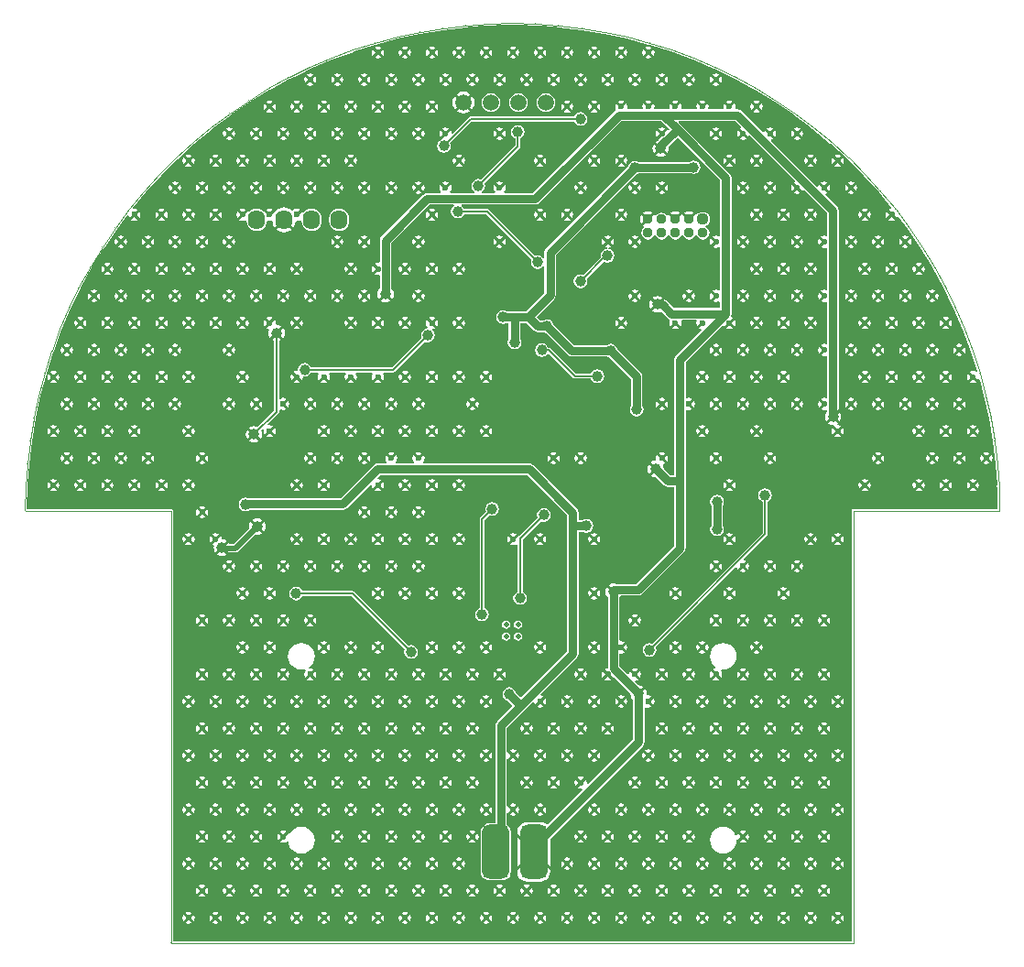
<source format=gbl>
%FSLAX25Y25*%
%MOIN*%
G70*
G01*
G75*
G04 Layer_Physical_Order=2*
G04 Layer_Color=16711680*
G04:AMPARAMS|DCode=10|XSize=41.34mil|YSize=47.24mil|CornerRadius=10.34mil|HoleSize=0mil|Usage=FLASHONLY|Rotation=270.000|XOffset=0mil|YOffset=0mil|HoleType=Round|Shape=RoundedRectangle|*
%AMROUNDEDRECTD10*
21,1,0.04134,0.02658,0,0,270.0*
21,1,0.02067,0.04724,0,0,270.0*
1,1,0.02067,-0.01329,-0.01034*
1,1,0.02067,-0.01329,0.01034*
1,1,0.02067,0.01329,0.01034*
1,1,0.02067,0.01329,-0.01034*
%
%ADD10ROUNDEDRECTD10*%
G04:AMPARAMS|DCode=11|XSize=21.65mil|YSize=39.37mil|CornerRadius=5.41mil|HoleSize=0mil|Usage=FLASHONLY|Rotation=270.000|XOffset=0mil|YOffset=0mil|HoleType=Round|Shape=RoundedRectangle|*
%AMROUNDEDRECTD11*
21,1,0.02165,0.02854,0,0,270.0*
21,1,0.01083,0.03937,0,0,270.0*
1,1,0.01083,-0.01427,-0.00541*
1,1,0.01083,-0.01427,0.00541*
1,1,0.01083,0.01427,0.00541*
1,1,0.01083,0.01427,-0.00541*
%
%ADD11ROUNDEDRECTD11*%
G04:AMPARAMS|DCode=12|XSize=41.34mil|YSize=47.24mil|CornerRadius=10.34mil|HoleSize=0mil|Usage=FLASHONLY|Rotation=180.000|XOffset=0mil|YOffset=0mil|HoleType=Round|Shape=RoundedRectangle|*
%AMROUNDEDRECTD12*
21,1,0.04134,0.02658,0,0,180.0*
21,1,0.02067,0.04724,0,0,180.0*
1,1,0.02067,-0.01034,0.01329*
1,1,0.02067,0.01034,0.01329*
1,1,0.02067,0.01034,-0.01329*
1,1,0.02067,-0.01034,-0.01329*
%
%ADD12ROUNDEDRECTD12*%
%ADD13R,0.03189X0.06299*%
%ADD14R,0.08268X0.11811*%
%ADD15R,0.07087X0.07087*%
%ADD16O,0.00984X0.03543*%
%ADD17O,0.03543X0.00984*%
G04:AMPARAMS|DCode=18|XSize=145.67mil|YSize=59.06mil|CornerRadius=14.76mil|HoleSize=0mil|Usage=FLASHONLY|Rotation=180.000|XOffset=0mil|YOffset=0mil|HoleType=Round|Shape=RoundedRectangle|*
%AMROUNDEDRECTD18*
21,1,0.14567,0.02953,0,0,180.0*
21,1,0.11614,0.05906,0,0,180.0*
1,1,0.02953,-0.05807,0.01476*
1,1,0.02953,0.05807,0.01476*
1,1,0.02953,0.05807,-0.01476*
1,1,0.02953,-0.05807,-0.01476*
%
%ADD18ROUNDEDRECTD18*%
G04:AMPARAMS|DCode=19|XSize=98.43mil|YSize=196.85mil|CornerRadius=24.61mil|HoleSize=0mil|Usage=FLASHONLY|Rotation=180.000|XOffset=0mil|YOffset=0mil|HoleType=Round|Shape=RoundedRectangle|*
%AMROUNDEDRECTD19*
21,1,0.09843,0.14764,0,0,180.0*
21,1,0.04921,0.19685,0,0,180.0*
1,1,0.04921,-0.02461,0.07382*
1,1,0.04921,0.02461,0.07382*
1,1,0.04921,0.02461,-0.07382*
1,1,0.04921,-0.02461,-0.07382*
%
%ADD19ROUNDEDRECTD19*%
%ADD20C,0.05906*%
G04:AMPARAMS|DCode=21|XSize=11.81mil|YSize=47.24mil|CornerRadius=2.95mil|HoleSize=0mil|Usage=FLASHONLY|Rotation=180.000|XOffset=0mil|YOffset=0mil|HoleType=Round|Shape=RoundedRectangle|*
%AMROUNDEDRECTD21*
21,1,0.01181,0.04134,0,0,180.0*
21,1,0.00591,0.04724,0,0,180.0*
1,1,0.00591,-0.00295,0.02067*
1,1,0.00591,0.00295,0.02067*
1,1,0.00591,0.00295,-0.02067*
1,1,0.00591,-0.00295,-0.02067*
%
%ADD21ROUNDEDRECTD21*%
G04:AMPARAMS|DCode=22|XSize=11.81mil|YSize=47.24mil|CornerRadius=2.95mil|HoleSize=0mil|Usage=FLASHONLY|Rotation=90.000|XOffset=0mil|YOffset=0mil|HoleType=Round|Shape=RoundedRectangle|*
%AMROUNDEDRECTD22*
21,1,0.01181,0.04134,0,0,90.0*
21,1,0.00591,0.04724,0,0,90.0*
1,1,0.00591,0.02067,0.00295*
1,1,0.00591,0.02067,-0.00295*
1,1,0.00591,-0.02067,-0.00295*
1,1,0.00591,-0.02067,0.00295*
%
%ADD22ROUNDEDRECTD22*%
%ADD23C,0.01575*%
%ADD24C,0.00787*%
%ADD25C,0.01181*%
%ADD26C,0.01969*%
%ADD27C,0.03150*%
%ADD28C,0.02362*%
%ADD29C,0.02756*%
%ADD30C,0.00394*%
%ADD31C,0.00394*%
%ADD32O,0.06299X0.07087*%
G04:AMPARAMS|DCode=33|XSize=37.4mil|YSize=37.4mil|CornerRadius=9.35mil|HoleSize=0mil|Usage=FLASHONLY|Rotation=180.000|XOffset=0mil|YOffset=0mil|HoleType=Round|Shape=RoundedRectangle|*
%AMROUNDEDRECTD33*
21,1,0.03740,0.01870,0,0,180.0*
21,1,0.01870,0.03740,0,0,180.0*
1,1,0.01870,-0.00935,0.00935*
1,1,0.01870,0.00935,0.00935*
1,1,0.01870,0.00935,-0.00935*
1,1,0.01870,-0.00935,-0.00935*
%
%ADD33ROUNDEDRECTD33*%
%ADD34C,0.03740*%
%ADD35C,0.02362*%
%ADD36C,0.03937*%
%ADD37C,0.01969*%
G36*
X8328Y333942D02*
X8389Y333875D01*
D01*
X8389Y333875D01*
D01*
Y333875D01*
X8415Y333864D01*
X8416Y333864D01*
X8416Y333864D01*
D01*
D01*
D01*
X8416D01*
X8418Y333863D01*
X8420Y333862D01*
Y333862D01*
D01*
D01*
D01*
X8420Y333862D01*
X9466Y333864D01*
X9466D01*
X15586Y333426D01*
X16774Y333284D01*
D01*
X16774D01*
X16800Y333274D01*
Y333274D01*
X16869Y333331D01*
X25078Y332349D01*
X25118Y332295D01*
Y332295D01*
X25118D01*
D01*
D01*
X25118D01*
Y332295D01*
D01*
D01*
X25118D01*
X25121Y332294D01*
Y332294D01*
X25121D01*
X25143Y332285D01*
X25146Y332283D01*
Y332283D01*
D01*
X25146D01*
D01*
D01*
X25209Y332330D01*
X33377Y330957D01*
X33411Y330906D01*
X33411Y330906D01*
X33411D01*
Y330906D01*
X33411D01*
D01*
D01*
X33411Y330906D01*
X33422Y330902D01*
X33411Y330906D01*
X33411Y330906D01*
X33439Y330894D01*
D01*
D01*
D01*
D01*
X33672Y330896D01*
X33672D01*
X41597Y329172D01*
X41626Y329124D01*
X41626Y329124D01*
X41626D01*
D01*
D01*
X41626Y329124D01*
D01*
Y329124D01*
X41626Y329124D01*
X41627Y329123D01*
X41628Y329123D01*
X41628Y329123D01*
X41628D01*
D01*
X41645Y329116D01*
D01*
X41651Y329114D01*
X41652Y329113D01*
Y329113D01*
X41652Y329113D01*
Y329113D01*
D01*
D01*
X41652Y329113D01*
D01*
D01*
D01*
D01*
X41704Y329145D01*
X49722Y326997D01*
X49747Y326951D01*
Y326951D01*
X49747D01*
X49747Y326951D01*
X49773Y326941D01*
D01*
D01*
X49773D01*
D01*
D01*
D01*
X49822Y326968D01*
X57732Y324439D01*
X57754Y324394D01*
X57754Y324394D01*
D01*
X57754Y324394D01*
D01*
Y324394D01*
X57754Y324394D01*
X57756Y324394D01*
Y324394D01*
X57756Y324394D01*
X57762Y324391D01*
X57756Y324394D01*
X57756Y324394D01*
X57779Y324384D01*
Y324384D01*
X57779Y324384D01*
X57779Y324384D01*
X57780D01*
Y324384D01*
D01*
X57826Y324407D01*
X65613Y321502D01*
X65632Y321457D01*
Y321457D01*
X65632Y321457D01*
X65632Y321457D01*
X65632D01*
X65632D01*
Y321457D01*
D01*
X65633Y321456D01*
X65642Y321452D01*
X65656Y321447D01*
X65658Y321446D01*
D01*
Y321446D01*
D01*
Y321446D01*
X65658Y321446D01*
X65658Y321446D01*
D01*
D01*
D01*
D01*
X65748Y321447D01*
X65748D01*
X65748Y321447D01*
Y321447D01*
X73340Y318196D01*
X73357Y318148D01*
X73357Y318148D01*
X73357Y318148D01*
D01*
X73358Y318148D01*
X73359Y318148D01*
X73357Y318148D01*
X73357Y318148D01*
X73384Y318137D01*
D01*
D01*
X73384D01*
X73384Y318137D01*
D01*
X73384D01*
D01*
D01*
X73419Y318150D01*
X73430Y318155D01*
X80904Y314524D01*
X80920Y314473D01*
X80920Y314473D01*
X80920D01*
X80920D01*
D01*
X80920Y314473D01*
D01*
X80920D01*
D01*
D01*
D01*
X80940Y314465D01*
X80942Y314464D01*
X80942Y314464D01*
X80942Y314464D01*
D01*
X80942Y314464D01*
D01*
X80943Y314463D01*
X80944Y314463D01*
Y314463D01*
X80945Y314463D01*
X80945D01*
X80947Y314462D01*
X80947Y314462D01*
Y314462D01*
X80947Y314462D01*
D01*
D01*
D01*
X80947D01*
D01*
X80982Y314473D01*
X80995Y314477D01*
X87533Y310907D01*
X88297Y310442D01*
X88297D01*
X88317Y310433D01*
X88321Y310432D01*
D01*
X88321D01*
D01*
D01*
X88321D01*
X88321Y310432D01*
X88321Y310432D01*
X88373Y310445D01*
X95455Y306129D01*
X95469Y306065D01*
X95469D01*
X95469Y306065D01*
X95497Y306053D01*
Y306053D01*
X95497Y306053D01*
D01*
D01*
D01*
X95497D01*
D01*
X95555Y306065D01*
X102418Y301420D01*
X102431Y301347D01*
X102431D01*
X102431Y301347D01*
X102459Y301335D01*
Y301335D01*
X102459Y301335D01*
Y301335D01*
X102459Y301335D01*
Y301335D01*
X102459Y301335D01*
D01*
D01*
D01*
D01*
D01*
X102459D01*
X102522Y301346D01*
X108173Y297116D01*
Y297116D01*
X108173Y297116D01*
X109155Y296304D01*
D01*
D01*
X109181Y296294D01*
D01*
X109181D01*
D01*
D01*
D01*
X109181Y296294D01*
D01*
D01*
D01*
D01*
X109181Y296294D01*
X109254Y296303D01*
X115621Y291045D01*
X115628Y290952D01*
X115628Y290948D01*
D01*
D01*
Y290948D01*
X115628D01*
D01*
D01*
D01*
X115628Y290948D01*
X115634Y290946D01*
D01*
D01*
D01*
D01*
D01*
X115640Y290943D01*
X115658Y290936D01*
D01*
D01*
X115658Y290936D01*
D01*
D01*
D01*
D01*
D01*
X115658Y290936D01*
D01*
D01*
D01*
D01*
D01*
D01*
D01*
X115741Y290942D01*
X121841Y285397D01*
X121843Y285304D01*
D01*
X121843Y285286D01*
D01*
D01*
D01*
X121843D01*
X121843Y285286D01*
X121843Y285286D01*
X121843Y285286D01*
Y285286D01*
Y285286D01*
X121843Y285286D01*
X121843Y285286D01*
Y285286D01*
D01*
X121862Y285278D01*
X121874Y285274D01*
D01*
D01*
X121874D01*
D01*
D01*
D01*
D01*
X121874D01*
X121968Y285276D01*
D01*
X127796Y279449D01*
X127793Y279354D01*
X127793D01*
Y279354D01*
D01*
D01*
D01*
D01*
D01*
X127793Y279354D01*
X127798Y279342D01*
X127806Y279324D01*
X127806D01*
D01*
D01*
D01*
D01*
X127806D01*
D01*
D01*
D01*
X127917Y279321D01*
X133461Y273222D01*
X133455Y273138D01*
X133455D01*
Y273138D01*
D01*
Y273138D01*
D01*
Y273138D01*
Y273138D01*
D01*
D01*
X133468Y273108D01*
X133468D01*
D01*
X133468D01*
D01*
D01*
X133565Y273102D01*
X138020Y267706D01*
X137852Y267235D01*
X137240Y267114D01*
X136942Y266915D01*
X138444Y265413D01*
X139946Y263911D01*
X140145Y264208D01*
X140146Y264210D01*
X140633Y264321D01*
X143866Y260002D01*
X143855Y259940D01*
X143855D01*
X143855Y259940D01*
X143855Y259940D01*
D01*
D01*
D01*
X143855D01*
Y259940D01*
Y259940D01*
X143855D01*
X143855Y259940D01*
X143855D01*
X143856Y259937D01*
X143867Y259911D01*
X143926Y259901D01*
X143939Y259899D01*
X148585Y253035D01*
X148573Y252978D01*
X148573D01*
X148573Y252978D01*
X148573Y252978D01*
D01*
D01*
X148573Y252978D01*
X148573D01*
X148573Y252978D01*
X148574Y252975D01*
X148584Y252950D01*
X148648Y252936D01*
X152557Y246523D01*
X152951Y245802D01*
D01*
X152951Y245802D01*
X152961Y245778D01*
X152961D01*
X153018Y245762D01*
X156997Y238475D01*
X156981Y238427D01*
Y238427D01*
X156981Y238427D01*
X156981Y238427D01*
X156981D01*
Y238427D01*
D01*
D01*
X156981Y238427D01*
X156981D01*
X156981Y238427D01*
X156983Y238423D01*
X156985Y238418D01*
X156992Y238401D01*
X157038Y238386D01*
X157044Y238385D01*
X160674Y230911D01*
X160657Y230864D01*
X160657Y230864D01*
X160657Y230864D01*
X160657D01*
Y230864D01*
D01*
D01*
X160657Y230864D01*
X160657D01*
X160663Y230849D01*
X160668Y230838D01*
D01*
D01*
Y230838D01*
X160715Y230820D01*
X163966Y223229D01*
X163966D01*
X163966Y223229D01*
X163966Y223140D01*
D01*
X163966Y223138D01*
D01*
Y223138D01*
D01*
D01*
Y223138D01*
D01*
X163966Y223138D01*
X163966D01*
X163966Y223138D01*
X163966Y223136D01*
X163971Y223125D01*
X163976Y223113D01*
D01*
X163976Y223113D01*
Y223113D01*
X163976Y223113D01*
Y223113D01*
X164022Y223093D01*
X166926Y215307D01*
X166903Y215260D01*
D01*
Y215260D01*
X166903Y215260D01*
X166903Y215260D01*
X166903D01*
D01*
X166903Y215260D01*
X166903D01*
D01*
X166903Y215260D01*
X166903D01*
X166913Y215236D01*
X166913D01*
X166914Y215234D01*
Y215234D01*
X166914D01*
Y215234D01*
X166959Y215213D01*
X169226Y208121D01*
X168826Y207820D01*
X168469Y208059D01*
X167618Y208228D01*
X166767Y208059D01*
X166470Y207860D01*
X167972Y206358D01*
X169474Y204855D01*
X169617Y205069D01*
X170110Y204988D01*
X171665Y199185D01*
X171633Y199132D01*
X171633D01*
D01*
D01*
D01*
D01*
D01*
D01*
D01*
D01*
X171633Y199132D01*
D01*
D01*
D01*
D01*
Y199132D01*
X171633D01*
D01*
D01*
X171633D01*
X171633Y199132D01*
X171633D01*
X171633Y199132D01*
X171633Y199132D01*
X171633Y199132D01*
X171633Y199131D01*
X171636Y199126D01*
X171636Y199126D01*
D01*
X171636Y199125D01*
X171637Y199123D01*
X171637Y199123D01*
X171639Y199117D01*
X171643Y199108D01*
Y199108D01*
D01*
X171644Y199106D01*
X171681Y199083D01*
X171691Y199077D01*
X173453Y190978D01*
X173414Y190920D01*
Y190920D01*
Y190920D01*
D01*
D01*
X173414D01*
D01*
D01*
Y190920D01*
X173414D01*
D01*
D01*
X173414D01*
Y190920D01*
X173426Y190892D01*
X173426D01*
X173477Y190857D01*
X174850Y182690D01*
X174803Y182627D01*
Y182627D01*
Y182627D01*
D01*
X174803D01*
Y182627D01*
D01*
X174803D01*
X174807Y182616D01*
X174815Y182598D01*
X174867Y182560D01*
X174869Y182558D01*
X175851Y174350D01*
X175793Y174280D01*
Y174280D01*
Y174280D01*
X175804Y174254D01*
X175865Y174204D01*
X176406Y166638D01*
X176378Y167027D01*
X176378Y165910D01*
X176378Y165910D01*
D01*
D01*
X176378D01*
X176378Y165910D01*
X176384Y165896D01*
X176384D01*
X176395Y165869D01*
X176395D01*
D01*
D01*
D01*
X176395D01*
D01*
D01*
Y165869D01*
X176461Y165809D01*
X176639Y158344D01*
X176290Y157986D01*
X124213Y157986D01*
X123944Y157932D01*
X123716Y157780D01*
X123564Y157552D01*
X123510Y157283D01*
Y506D01*
X-123157Y506D01*
X-123510Y859D01*
Y157283D01*
X-123564Y157552D01*
X-123716Y157780D01*
X-123944Y157932D01*
X-124213Y157986D01*
X-176290Y157986D01*
X-176639Y158344D01*
X-176461Y165809D01*
X-176395Y165869D01*
D01*
Y165869D01*
D01*
D01*
D01*
X-176395D01*
D01*
D01*
D01*
X-176395D01*
X-176384Y165896D01*
X-176384Y165896D01*
Y165896D01*
X-176384D01*
X-176383Y165898D01*
X-176382Y165900D01*
X-176382Y165900D01*
X-176382Y166969D01*
X-176392Y166830D01*
X-175865Y174204D01*
X-175804Y174254D01*
Y174254D01*
X-175804Y174254D01*
Y174254D01*
X-175804D01*
Y174254D01*
X-175793Y174280D01*
X-175829Y174323D01*
X-175829Y174323D01*
X-175842Y174339D01*
X-175851Y174349D01*
X-174869Y182558D01*
X-174815Y182598D01*
D01*
D01*
D01*
D01*
D01*
Y182598D01*
D01*
X-174815D01*
D01*
D01*
D01*
X-174815D01*
D01*
D01*
Y182598D01*
D01*
D01*
X-174815D01*
D01*
D01*
Y182598D01*
D01*
X-174815Y182598D01*
X-174814Y182601D01*
D01*
Y182601D01*
X-174811Y182607D01*
X-174804Y182624D01*
X-174803Y182627D01*
X-174803D01*
D01*
Y182627D01*
D01*
D01*
X-174841Y182678D01*
X-174841Y182678D01*
X-174841Y182678D01*
D01*
X-174850Y182690D01*
Y182690D01*
X-173477Y190857D01*
X-173426Y190891D01*
D01*
X-173426D01*
Y190891D01*
Y190891D01*
X-173426Y190891D01*
D01*
D01*
Y190891D01*
X-173426D01*
X-173415Y190918D01*
X-173415Y190919D01*
X-173414Y190919D01*
X-173414Y190920D01*
D01*
D01*
Y190920D01*
D01*
D01*
D01*
D01*
X-171691Y199077D01*
X-171691Y199077D01*
X-171644Y199106D01*
D01*
D01*
D01*
D01*
D01*
D01*
Y199106D01*
X-171644D01*
D01*
D01*
D01*
X-171644D01*
D01*
D01*
D01*
D01*
X-171644Y199106D01*
D01*
D01*
D01*
D01*
Y199106D01*
D01*
D01*
X-171643Y199108D01*
X-171643Y199108D01*
X-171637Y199122D01*
D01*
X-171637Y199123D01*
X-171636Y199124D01*
D01*
D01*
Y199124D01*
X-171637Y199123D01*
X-171636Y199124D01*
X-171633Y199131D01*
X-171633Y199132D01*
X-171633Y199132D01*
X-171633D01*
X-171633Y199132D01*
X-171633D01*
Y199132D01*
D01*
D01*
X-171633Y199132D01*
X-169517Y207203D01*
X-169517Y207203D01*
X-169471Y207228D01*
D01*
D01*
D01*
D01*
Y207228D01*
X-169471D01*
D01*
D01*
D01*
X-169471D01*
D01*
D01*
X-169471Y207228D01*
D01*
D01*
Y207228D01*
D01*
Y207228D01*
X-169471Y207228D01*
X-169463Y207246D01*
X-169461Y207253D01*
D01*
Y207253D01*
D01*
X-166959Y215212D01*
X-166959Y215212D01*
X-166948Y215218D01*
X-166914Y215234D01*
Y215234D01*
X-166914D01*
X-166914D01*
X-166914Y215234D01*
X-166903Y215260D01*
X-166903Y215260D01*
X-166903D01*
X-166903Y215260D01*
X-166903D01*
D01*
D01*
D01*
X-166904Y215261D01*
Y215261D01*
D01*
X-164022Y223093D01*
X-163976Y223113D01*
D01*
D01*
D01*
X-163976Y223113D01*
Y223113D01*
X-163976D01*
Y223113D01*
X-163976D01*
X-163970Y223127D01*
X-163967Y223135D01*
Y223135D01*
D01*
D01*
D01*
D01*
D01*
D01*
X-163967D01*
Y223135D01*
D01*
X-163967Y223135D01*
X-160716Y230820D01*
X-160716Y230820D01*
X-160668Y230838D01*
D01*
D01*
D01*
X-160668D01*
D01*
Y230838D01*
D01*
D01*
D01*
D01*
X-160668D01*
D01*
Y230838D01*
D01*
D01*
X-160668D01*
X-160668Y230838D01*
X-157082Y238305D01*
X-157044Y238385D01*
X-156992Y238401D01*
D01*
X-156992D01*
Y238401D01*
D01*
D01*
X-156992Y238401D01*
D01*
D01*
D01*
D01*
X-156984Y238422D01*
X-156983Y238422D01*
X-156983Y238423D01*
X-156983Y238425D01*
X-156983Y238425D01*
Y238425D01*
D01*
X-156983D01*
X-156983D01*
Y238425D01*
D01*
X-156983Y238425D01*
X-153018Y245762D01*
X-152961Y245777D01*
X-152961D01*
X-152951Y245802D01*
X-152951Y245802D01*
D01*
X-152631Y246401D01*
X-148649Y252936D01*
X-148584Y252950D01*
Y252950D01*
X-148584Y252950D01*
X-148573Y252978D01*
X-148573D01*
D01*
X-148573D01*
D01*
Y252978D01*
X-143939Y259899D01*
X-143867Y259911D01*
Y259911D01*
X-143867Y259911D01*
X-143855Y259940D01*
X-143855D01*
X-143855Y259940D01*
X-143855D01*
Y259940D01*
D01*
X-143855Y259940D01*
D01*
D01*
D01*
Y259940D01*
X-143865Y259996D01*
X-143866Y260002D01*
X-140166Y264944D01*
X-139679Y264833D01*
X-139555Y264208D01*
X-139356Y263911D01*
X-137854Y265413D01*
X-136351Y266915D01*
X-136649Y267114D01*
X-137500Y267283D01*
X-137810Y267221D01*
X-138066Y267651D01*
X-133565Y273102D01*
X-133468Y273108D01*
Y273108D01*
Y273108D01*
X-133468D01*
Y273108D01*
D01*
D01*
X-133468D01*
X-130661Y276251D01*
X-130657Y276255D01*
X-127820Y279323D01*
X-127806Y279324D01*
Y279324D01*
D01*
D01*
Y279324D01*
X-127806Y279324D01*
X-127806Y279324D01*
D01*
D01*
X-127806D01*
D01*
X-127806Y279324D01*
D01*
X-127806D01*
D01*
D01*
D01*
Y279324D01*
X-121968Y285276D01*
D01*
D01*
X-121874Y285273D01*
X-121874Y285273D01*
X-121874Y285273D01*
D01*
D01*
X-121874Y285273D01*
X-121869Y285276D01*
X-121869Y285276D01*
Y285276D01*
X-121843Y285286D01*
D01*
X-121843Y285286D01*
D01*
D01*
X-120824Y286305D01*
X-115634Y290945D01*
X-115634Y290945D01*
X-115634Y290946D01*
X-115634Y290946D01*
X-115634Y290946D01*
X-115628Y290948D01*
D01*
X-115628D01*
Y290948D01*
X-115628D01*
D01*
D01*
X-115569Y291000D01*
X-115571Y290998D01*
X-115569Y291000D01*
X-115460Y291092D01*
X-109254Y296303D01*
X-109181Y296294D01*
Y296294D01*
X-109181D01*
X-109181Y296294D01*
D01*
X-109181D01*
Y296294D01*
X-109181Y296294D01*
X-109181Y296294D01*
X-109155Y296304D01*
Y296304D01*
X-109145Y296388D01*
X-102522Y301346D01*
X-102459Y301335D01*
D01*
X-102459D01*
Y301335D01*
X-102459D01*
X-102459Y301335D01*
D01*
X-102459D01*
Y301335D01*
X-102459Y301335D01*
Y301335D01*
X-102431Y301347D01*
X-102419Y301420D01*
X-95555Y306065D01*
X-95497Y306053D01*
D01*
X-95497D01*
Y306053D01*
X-95497D01*
D01*
X-95497Y306053D01*
D01*
D01*
X-95497D01*
D01*
D01*
D01*
D01*
X-95497Y306053D01*
X-95469Y306065D01*
X-95468Y306071D01*
X-88374Y310445D01*
X-88322Y310432D01*
Y310432D01*
D01*
X-88322Y310432D01*
X-88322D01*
X-88322D01*
Y310432D01*
D01*
X-88297Y310442D01*
X-88297D01*
X-87599Y310867D01*
X-80942Y314464D01*
X-80942D01*
X-80942Y314464D01*
X-80937Y314466D01*
X-80921Y314473D01*
D01*
X-80921D01*
Y314473D01*
X-77157Y316323D01*
X-77152Y316326D01*
X-73360Y318147D01*
X-73358Y318148D01*
D01*
D01*
D01*
D01*
D01*
D01*
D01*
X-65656Y321447D01*
X-65656Y321447D01*
X-65656Y321447D01*
X-61712Y322937D01*
X-57781Y324384D01*
X-57781Y324384D01*
Y324384D01*
X-57780Y324384D01*
X-57780Y324384D01*
D01*
D01*
D01*
X-57780D01*
Y324384D01*
X-57780D01*
X-57780D01*
Y324384D01*
X-57780Y324384D01*
X-57754Y324394D01*
X-57754Y324394D01*
Y324394D01*
D01*
D01*
D01*
X-57754Y324394D01*
X-49822Y326968D01*
X-49773Y326941D01*
D01*
X-49773D01*
Y326941D01*
X-49773D01*
D01*
D01*
X-49772Y326941D01*
X-49748Y326951D01*
D01*
X-41704Y329146D01*
X-41651Y329114D01*
D01*
Y329113D01*
D01*
X-41651D01*
Y329113D01*
X-41651Y329113D01*
Y329113D01*
X-41648Y329115D01*
X-41626Y329124D01*
D01*
X-33672Y330895D01*
X-33672Y330896D01*
X-33441Y330896D01*
X-33440Y330894D01*
X-33440Y330894D01*
Y330894D01*
X-33440Y330894D01*
D01*
Y330894D01*
X-33440D01*
D01*
D01*
D01*
D01*
X-33434Y330896D01*
X-33412Y330906D01*
X-25209Y332330D01*
X-25146Y332283D01*
X-25146Y332283D01*
X-25146D01*
Y332283D01*
X-25146D01*
D01*
Y332283D01*
X-25144Y332285D01*
X-25121Y332294D01*
X-25121D01*
Y332294D01*
X-25118Y332295D01*
D01*
X-16870Y333331D01*
X-16869Y333331D01*
X-16800Y333274D01*
Y333274D01*
X-16774Y333284D01*
D01*
X-16774Y333284D01*
Y333284D01*
X-15589Y333426D01*
X-9467Y333864D01*
X-8422Y333864D01*
X-8420Y333862D01*
X-8420D01*
X-8420D01*
Y333862D01*
X-8420D01*
D01*
Y333862D01*
X-8418Y333863D01*
X-8416Y333864D01*
X-8416D01*
Y333864D01*
X-8416Y333864D01*
Y333864D01*
D01*
X-8415Y333864D01*
X-8389Y333875D01*
X-3113Y334065D01*
X-14Y334065D01*
X-0Y334059D01*
D01*
D01*
D01*
D01*
X14Y334065D01*
X3162Y334065D01*
X3162Y334065D01*
Y334065D01*
X8328Y333942D01*
D02*
G37*
%LPC*%
G36*
X67337Y89042D02*
X67138Y88745D01*
X66969Y87894D01*
X67138Y87043D01*
X67337Y86745D01*
X68486Y87894D01*
X67337Y89042D01*
D02*
G37*
G36*
X71049D02*
X69900Y87894D01*
X71049Y86745D01*
X71248Y87043D01*
X71417Y87894D01*
X71248Y88745D01*
X71049Y89042D01*
D02*
G37*
G36*
X57495D02*
X57296Y88745D01*
X57127Y87894D01*
X57296Y87043D01*
X57495Y86745D01*
X58643Y87894D01*
X57495Y89042D01*
D02*
G37*
G36*
X61206D02*
X60057Y87894D01*
X61206Y86745D01*
X61405Y87043D01*
X61574Y87894D01*
X61405Y88745D01*
X61206Y89042D01*
D02*
G37*
G36*
X77180D02*
X76981Y88745D01*
X76812Y87894D01*
X76981Y87043D01*
X77180Y86745D01*
X78328Y87894D01*
X77180Y89042D01*
D02*
G37*
G36*
X90734D02*
X89585Y87894D01*
X90734Y86745D01*
X90933Y87043D01*
X91102Y87894D01*
X90933Y88745D01*
X90734Y89042D01*
D02*
G37*
G36*
X96865D02*
X96666Y88745D01*
X96497Y87894D01*
X96666Y87043D01*
X96865Y86745D01*
X98013Y87894D01*
X96865Y89042D01*
D02*
G37*
G36*
X80891D02*
X79743Y87894D01*
X80891Y86745D01*
X81090Y87043D01*
X81259Y87894D01*
X81090Y88745D01*
X80891Y89042D01*
D02*
G37*
G36*
X87022D02*
X86823Y88745D01*
X86654Y87894D01*
X86823Y87043D01*
X87022Y86745D01*
X88171Y87894D01*
X87022Y89042D01*
D02*
G37*
G36*
X18125D02*
X17926Y88745D01*
X17756Y87894D01*
X17926Y87043D01*
X18125Y86745D01*
X19273Y87894D01*
X18125Y89042D01*
D02*
G37*
G36*
X21836D02*
X20687Y87894D01*
X21836Y86745D01*
X22035Y87043D01*
X22204Y87894D01*
X22035Y88745D01*
X21836Y89042D01*
D02*
G37*
G36*
X-7692D02*
X-8840Y87894D01*
X-7692Y86745D01*
X-7493Y87043D01*
X-7323Y87894D01*
X-7493Y88745D01*
X-7692Y89042D01*
D02*
G37*
G36*
X11993D02*
X10845Y87894D01*
X11993Y86745D01*
X12192Y87043D01*
X12362Y87894D01*
X12192Y88745D01*
X11993Y89042D01*
D02*
G37*
G36*
X27967D02*
X27768Y88745D01*
X27599Y87894D01*
X27768Y87043D01*
X27967Y86745D01*
X29116Y87894D01*
X27967Y89042D01*
D02*
G37*
G36*
X41521D02*
X40372Y87894D01*
X41521Y86745D01*
X41720Y87043D01*
X41889Y87894D01*
X41720Y88745D01*
X41521Y89042D01*
D02*
G37*
G36*
X51364D02*
X50215Y87894D01*
X51364Y86745D01*
X51562Y87043D01*
X51732Y87894D01*
X51562Y88745D01*
X51364Y89042D01*
D02*
G37*
G36*
X31679D02*
X30530Y87894D01*
X31679Y86745D01*
X31877Y87043D01*
X32047Y87894D01*
X31877Y88745D01*
X31679Y89042D01*
D02*
G37*
G36*
X37810D02*
X37611Y88745D01*
X37442Y87894D01*
X37611Y87043D01*
X37810Y86745D01*
X38958Y87894D01*
X37810Y89042D01*
D02*
G37*
G36*
X-58760Y90118D02*
X-59611Y89948D01*
X-59908Y89749D01*
X-58760Y88601D01*
X-57611Y89749D01*
X-57909Y89948D01*
X-58760Y90118D01*
D02*
G37*
G36*
X-48917D02*
X-49768Y89948D01*
X-50066Y89749D01*
X-48917Y88601D01*
X-47769Y89749D01*
X-48066Y89948D01*
X-48917Y90118D01*
D02*
G37*
G36*
X-78445D02*
X-79296Y89948D01*
X-79593Y89749D01*
X-78445Y88601D01*
X-77296Y89749D01*
X-77594Y89948D01*
X-78445Y90118D01*
D02*
G37*
G36*
X-68602D02*
X-69453Y89948D01*
X-69751Y89749D01*
X-68602Y88601D01*
X-67454Y89749D01*
X-67751Y89948D01*
X-68602Y90118D01*
D02*
G37*
G36*
X-39075D02*
X-39926Y89948D01*
X-40223Y89749D01*
X-39075Y88601D01*
X-37926Y89749D01*
X-38224Y89948D01*
X-39075Y90118D01*
D02*
G37*
G36*
X-9547D02*
X-10398Y89948D01*
X-10696Y89749D01*
X-9547Y88601D01*
X-8399Y89749D01*
X-8696Y89948D01*
X-9547Y90118D01*
D02*
G37*
G36*
X19980D02*
X19129Y89948D01*
X18832Y89749D01*
X19980Y88601D01*
X21129Y89749D01*
X20831Y89948D01*
X19980Y90118D01*
D02*
G37*
G36*
X-29232D02*
X-30083Y89948D01*
X-30381Y89749D01*
X-29232Y88601D01*
X-28084Y89749D01*
X-28381Y89948D01*
X-29232Y90118D01*
D02*
G37*
G36*
X-19390D02*
X-20241Y89948D01*
X-20538Y89749D01*
X-19390Y88601D01*
X-18241Y89749D01*
X-18539Y89948D01*
X-19390Y90118D01*
D02*
G37*
G36*
X110419Y89042D02*
X109270Y87894D01*
X110419Y86745D01*
X110618Y87043D01*
X110787Y87894D01*
X110618Y88745D01*
X110419Y89042D01*
D02*
G37*
G36*
X116550D02*
X116351Y88745D01*
X116182Y87894D01*
X116351Y87043D01*
X116550Y86745D01*
X117699Y87894D01*
X116550Y89042D01*
D02*
G37*
G36*
X100576D02*
X99428Y87894D01*
X100576Y86745D01*
X100775Y87043D01*
X100944Y87894D01*
X100775Y88745D01*
X100576Y89042D01*
D02*
G37*
G36*
X106707D02*
X106509Y88745D01*
X106339Y87894D01*
X106509Y87043D01*
X106707Y86745D01*
X107856Y87894D01*
X106707Y89042D01*
D02*
G37*
G36*
X120261D02*
X119113Y87894D01*
X120261Y86745D01*
X120460Y87043D01*
X120629Y87894D01*
X120460Y88745D01*
X120261Y89042D01*
D02*
G37*
G36*
X-98130Y90118D02*
X-98981Y89948D01*
X-99278Y89749D01*
X-98130Y88601D01*
X-96981Y89749D01*
X-97279Y89948D01*
X-98130Y90118D01*
D02*
G37*
G36*
X-88287D02*
X-89138Y89948D01*
X-89436Y89749D01*
X-88287Y88601D01*
X-87139Y89749D01*
X-87436Y89948D01*
X-88287Y90118D01*
D02*
G37*
G36*
X-117815D02*
X-118666Y89948D01*
X-118964Y89749D01*
X-117815Y88601D01*
X-116666Y89749D01*
X-116964Y89948D01*
X-117815Y90118D01*
D02*
G37*
G36*
X-107972D02*
X-108823Y89948D01*
X-109121Y89749D01*
X-107972Y88601D01*
X-106824Y89749D01*
X-107121Y89948D01*
X-107972Y90118D01*
D02*
G37*
G36*
X-11403Y89042D02*
X-11602Y88745D01*
X-11771Y87894D01*
X-11602Y87043D01*
X-11403Y86745D01*
X-10254Y87894D01*
X-11403Y89042D01*
D02*
G37*
G36*
X98721Y87187D02*
X97572Y86038D01*
X97869Y85839D01*
X98721Y85670D01*
X99572Y85839D01*
X99869Y86038D01*
X98721Y87187D01*
D02*
G37*
G36*
X108563D02*
X107414Y86038D01*
X107712Y85839D01*
X108563Y85670D01*
X109414Y85839D01*
X109712Y86038D01*
X108563Y87187D01*
D02*
G37*
G36*
X79036D02*
X77887Y86038D01*
X78184Y85839D01*
X79036Y85670D01*
X79887Y85839D01*
X80184Y86038D01*
X79036Y87187D01*
D02*
G37*
G36*
X88878D02*
X87729Y86038D01*
X88027Y85839D01*
X88878Y85670D01*
X89729Y85839D01*
X90027Y86038D01*
X88878Y87187D01*
D02*
G37*
G36*
X118405D02*
X117257Y86038D01*
X117554Y85839D01*
X118405Y85670D01*
X119257Y85839D01*
X119554Y86038D01*
X118405Y87187D01*
D02*
G37*
G36*
X-109828Y89042D02*
X-110027Y88745D01*
X-110196Y87894D01*
X-110027Y87043D01*
X-109828Y86745D01*
X-108679Y87894D01*
X-109828Y89042D01*
D02*
G37*
G36*
X-106117D02*
X-107265Y87894D01*
X-106117Y86745D01*
X-105918Y87043D01*
X-105749Y87894D01*
X-105918Y88745D01*
X-106117Y89042D01*
D02*
G37*
G36*
X-119671D02*
X-119869Y88745D01*
X-120039Y87894D01*
X-119869Y87043D01*
X-119671Y86745D01*
X-118522Y87894D01*
X-119671Y89042D01*
D02*
G37*
G36*
X-115959D02*
X-117108Y87894D01*
X-115959Y86745D01*
X-115760Y87043D01*
X-115591Y87894D01*
X-115760Y88745D01*
X-115959Y89042D01*
D02*
G37*
G36*
X-9547Y87187D02*
X-10696Y86038D01*
X-10398Y85839D01*
X-9547Y85670D01*
X-8696Y85839D01*
X-8399Y86038D01*
X-9547Y87187D01*
D02*
G37*
G36*
X10138D02*
X8989Y86038D01*
X9287Y85839D01*
X10138Y85670D01*
X10989Y85839D01*
X11286Y86038D01*
X10138Y87187D01*
D02*
G37*
G36*
X-29232D02*
X-30381Y86038D01*
X-30083Y85839D01*
X-29232Y85670D01*
X-28381Y85839D01*
X-28084Y86038D01*
X-29232Y87187D01*
D02*
G37*
G36*
X-19390D02*
X-20538Y86038D01*
X-20241Y85839D01*
X-19390Y85670D01*
X-18539Y85839D01*
X-18241Y86038D01*
X-19390Y87187D01*
D02*
G37*
G36*
X19980D02*
X18832Y86038D01*
X19129Y85839D01*
X19980Y85670D01*
X20831Y85839D01*
X21129Y86038D01*
X19980Y87187D01*
D02*
G37*
G36*
X59350D02*
X58202Y86038D01*
X58499Y85839D01*
X59350Y85670D01*
X60201Y85839D01*
X60499Y86038D01*
X59350Y87187D01*
D02*
G37*
G36*
X69193D02*
X68044Y86038D01*
X68342Y85839D01*
X69193Y85670D01*
X70044Y85839D01*
X70342Y86038D01*
X69193Y87187D01*
D02*
G37*
G36*
X29823D02*
X28674Y86038D01*
X28972Y85839D01*
X29823Y85670D01*
X30674Y85839D01*
X30972Y86038D01*
X29823Y87187D01*
D02*
G37*
G36*
X39665D02*
X38517Y86038D01*
X38814Y85839D01*
X39665Y85670D01*
X40516Y85839D01*
X40814Y86038D01*
X39665Y87187D01*
D02*
G37*
G36*
X-47062Y89042D02*
X-48210Y87894D01*
X-47062Y86745D01*
X-46863Y87043D01*
X-46694Y87894D01*
X-46863Y88745D01*
X-47062Y89042D01*
D02*
G37*
G36*
X-40931D02*
X-41129Y88745D01*
X-41299Y87894D01*
X-41129Y87043D01*
X-40931Y86745D01*
X-39782Y87894D01*
X-40931Y89042D01*
D02*
G37*
G36*
X-56904D02*
X-58053Y87894D01*
X-56904Y86745D01*
X-56705Y87043D01*
X-56536Y87894D01*
X-56705Y88745D01*
X-56904Y89042D01*
D02*
G37*
G36*
X-50773D02*
X-50972Y88745D01*
X-51141Y87894D01*
X-50972Y87043D01*
X-50773Y86745D01*
X-49624Y87894D01*
X-50773Y89042D01*
D02*
G37*
G36*
X-37219D02*
X-38368Y87894D01*
X-37219Y86745D01*
X-37020Y87043D01*
X-36851Y87894D01*
X-37020Y88745D01*
X-37219Y89042D01*
D02*
G37*
G36*
X-21245D02*
X-21444Y88745D01*
X-21614Y87894D01*
X-21444Y87043D01*
X-21245Y86745D01*
X-20097Y87894D01*
X-21245Y89042D01*
D02*
G37*
G36*
X-17534D02*
X-18683Y87894D01*
X-17534Y86745D01*
X-17335Y87043D01*
X-17166Y87894D01*
X-17335Y88745D01*
X-17534Y89042D01*
D02*
G37*
G36*
X-31088D02*
X-31287Y88745D01*
X-31456Y87894D01*
X-31287Y87043D01*
X-31088Y86745D01*
X-29939Y87894D01*
X-31088Y89042D01*
D02*
G37*
G36*
X-27376D02*
X-28525Y87894D01*
X-27376Y86745D01*
X-27178Y87043D01*
X-27008Y87894D01*
X-27178Y88745D01*
X-27376Y89042D01*
D02*
G37*
G36*
X-90143D02*
X-90342Y88745D01*
X-90511Y87894D01*
X-90342Y87043D01*
X-90143Y86745D01*
X-88994Y87894D01*
X-90143Y89042D01*
D02*
G37*
G36*
X-86432D02*
X-87580Y87894D01*
X-86432Y86745D01*
X-86233Y87043D01*
X-86063Y87894D01*
X-86233Y88745D01*
X-86432Y89042D01*
D02*
G37*
G36*
X-99986D02*
X-100184Y88745D01*
X-100354Y87894D01*
X-100184Y87043D01*
X-99986Y86745D01*
X-98837Y87894D01*
X-99986Y89042D01*
D02*
G37*
G36*
X-96274D02*
X-97423Y87894D01*
X-96274Y86745D01*
X-96075Y87043D01*
X-95906Y87894D01*
X-96075Y88745D01*
X-96274Y89042D01*
D02*
G37*
G36*
X-80301D02*
X-80499Y88745D01*
X-80669Y87894D01*
X-80499Y87043D01*
X-80301Y86745D01*
X-79152Y87894D01*
X-80301Y89042D01*
D02*
G37*
G36*
X-66747D02*
X-67895Y87894D01*
X-66747Y86745D01*
X-66548Y87043D01*
X-66378Y87894D01*
X-66548Y88745D01*
X-66747Y89042D01*
D02*
G37*
G36*
X-60615D02*
X-60814Y88745D01*
X-60984Y87894D01*
X-60814Y87043D01*
X-60615Y86745D01*
X-59467Y87894D01*
X-60615Y89042D01*
D02*
G37*
G36*
X-76589D02*
X-77738Y87894D01*
X-76589Y86745D01*
X-76390Y87043D01*
X-76221Y87894D01*
X-76390Y88745D01*
X-76589Y89042D01*
D02*
G37*
G36*
X-70458D02*
X-70657Y88745D01*
X-70826Y87894D01*
X-70657Y87043D01*
X-70458Y86745D01*
X-69309Y87894D01*
X-70458Y89042D01*
D02*
G37*
G36*
X-26167Y98885D02*
X-26366Y98587D01*
X-26535Y97736D01*
X-26366Y96885D01*
X-26167Y96588D01*
X-25018Y97736D01*
X-26167Y98885D01*
D02*
G37*
G36*
X-22455D02*
X-23604Y97736D01*
X-22455Y96588D01*
X-22256Y96885D01*
X-22087Y97736D01*
X-22256Y98587D01*
X-22455Y98885D01*
D02*
G37*
G36*
X-36009D02*
X-36208Y98587D01*
X-36377Y97736D01*
X-36208Y96885D01*
X-36009Y96588D01*
X-34861Y97736D01*
X-36009Y98885D01*
D02*
G37*
G36*
X-32298D02*
X-33446Y97736D01*
X-32298Y96588D01*
X-32099Y96885D01*
X-31930Y97736D01*
X-32099Y98587D01*
X-32298Y98885D01*
D02*
G37*
G36*
X-16324D02*
X-16523Y98587D01*
X-16692Y97736D01*
X-16523Y96885D01*
X-16324Y96588D01*
X-15176Y97736D01*
X-16324Y98885D01*
D02*
G37*
G36*
X-2770D02*
X-3919Y97736D01*
X-2770Y96588D01*
X-2571Y96885D01*
X-2402Y97736D01*
X-2571Y98587D01*
X-2770Y98885D01*
D02*
G37*
G36*
X23046D02*
X22847Y98587D01*
X22678Y97736D01*
X22847Y96885D01*
X23046Y96588D01*
X24194Y97736D01*
X23046Y98885D01*
D02*
G37*
G36*
X-12613D02*
X-13761Y97736D01*
X-12613Y96588D01*
X-12414Y96885D01*
X-12245Y97736D01*
X-12414Y98587D01*
X-12613Y98885D01*
D02*
G37*
G36*
X-6482D02*
X-6680Y98587D01*
X-6850Y97736D01*
X-6680Y96885D01*
X-6482Y96588D01*
X-5333Y97736D01*
X-6482Y98885D01*
D02*
G37*
G36*
X-71668D02*
X-72816Y97736D01*
X-71668Y96588D01*
X-71469Y96885D01*
X-71300Y97736D01*
X-71469Y98587D01*
X-71668Y98885D01*
D02*
G37*
G36*
X-65537D02*
X-65736Y98587D01*
X-65905Y97736D01*
X-65736Y96885D01*
X-65537Y96588D01*
X-64388Y97736D01*
X-65537Y98885D01*
D02*
G37*
G36*
X-81510D02*
X-82659Y97736D01*
X-81510Y96588D01*
X-81312Y96885D01*
X-81142Y97736D01*
X-81312Y98587D01*
X-81510Y98885D01*
D02*
G37*
G36*
X-76772Y109195D02*
X-78031Y109029D01*
X-79204Y108544D01*
X-80211Y107770D01*
X-80984Y106763D01*
X-81470Y105590D01*
X-81636Y104331D01*
X-81470Y103072D01*
X-80984Y101899D01*
X-80211Y100891D01*
X-79204Y100118D01*
X-78031Y99632D01*
X-76772Y99466D01*
X-75513Y99632D01*
X-75434Y99665D01*
X-75116Y99278D01*
X-75578Y98587D01*
X-75747Y97736D01*
X-75578Y96885D01*
X-75379Y96588D01*
X-73877Y98090D01*
X-72375Y99592D01*
X-72673Y99791D01*
X-73524Y99960D01*
X-73823Y99901D01*
X-74029Y100356D01*
X-73332Y100891D01*
X-72559Y101899D01*
X-72073Y103072D01*
X-71907Y104331D01*
X-72073Y105590D01*
X-72559Y106763D01*
X-73332Y107770D01*
X-74339Y108544D01*
X-75513Y109029D01*
X-76772Y109195D01*
D02*
G37*
G36*
X-61825Y98885D02*
X-62974Y97736D01*
X-61825Y96588D01*
X-61626Y96885D01*
X-61457Y97736D01*
X-61626Y98587D01*
X-61825Y98885D01*
D02*
G37*
G36*
X-45852D02*
X-46051Y98587D01*
X-46220Y97736D01*
X-46051Y96885D01*
X-45852Y96588D01*
X-44703Y97736D01*
X-45852Y98885D01*
D02*
G37*
G36*
X-42140D02*
X-43289Y97736D01*
X-42140Y96588D01*
X-41941Y96885D01*
X-41772Y97736D01*
X-41941Y98587D01*
X-42140Y98885D01*
D02*
G37*
G36*
X-55694D02*
X-55893Y98587D01*
X-56062Y97736D01*
X-55893Y96885D01*
X-55694Y96588D01*
X-54546Y97736D01*
X-55694Y98885D01*
D02*
G37*
G36*
X-51983D02*
X-53131Y97736D01*
X-51983Y96588D01*
X-51784Y96885D01*
X-51615Y97736D01*
X-51784Y98587D01*
X-51983Y98885D01*
D02*
G37*
G36*
X95655D02*
X94506Y97736D01*
X95655Y96588D01*
X95854Y96885D01*
X96023Y97736D01*
X95854Y98587D01*
X95655Y98885D01*
D02*
G37*
G36*
X101786D02*
X101587Y98587D01*
X101418Y97736D01*
X101587Y96885D01*
X101786Y96588D01*
X102935Y97736D01*
X101786Y98885D01*
D02*
G37*
G36*
X85812D02*
X84664Y97736D01*
X85812Y96588D01*
X86011Y96885D01*
X86181Y97736D01*
X86011Y98587D01*
X85812Y98885D01*
D02*
G37*
G36*
X91944D02*
X91745Y98587D01*
X91575Y97736D01*
X91745Y96885D01*
X91944Y96588D01*
X93092Y97736D01*
X91944Y98885D01*
D02*
G37*
G36*
X105498D02*
X104349Y97736D01*
X105498Y96588D01*
X105696Y96885D01*
X105866Y97736D01*
X105696Y98587D01*
X105498Y98885D01*
D02*
G37*
G36*
X-112894Y99960D02*
X-113745Y99791D01*
X-114042Y99592D01*
X-112894Y98443D01*
X-111745Y99592D01*
X-112043Y99791D01*
X-112894Y99960D01*
D02*
G37*
G36*
X-103051D02*
X-103902Y99791D01*
X-104200Y99592D01*
X-103051Y98443D01*
X-101902Y99592D01*
X-102200Y99791D01*
X-103051Y99960D01*
D02*
G37*
G36*
X111629Y98885D02*
X111430Y98587D01*
X111260Y97736D01*
X111430Y96885D01*
X111629Y96588D01*
X112777Y97736D01*
X111629Y98885D01*
D02*
G37*
G36*
X115340D02*
X114191Y97736D01*
X115340Y96588D01*
X115539Y96885D01*
X115708Y97736D01*
X115539Y98587D01*
X115340Y98885D01*
D02*
G37*
G36*
X46442D02*
X45294Y97736D01*
X46442Y96588D01*
X46641Y96885D01*
X46810Y97736D01*
X46641Y98587D01*
X46442Y98885D01*
D02*
G37*
G36*
X52574D02*
X52375Y98587D01*
X52205Y97736D01*
X52375Y96885D01*
X52574Y96588D01*
X53722Y97736D01*
X52574Y98885D01*
D02*
G37*
G36*
X26757D02*
X25609Y97736D01*
X26757Y96588D01*
X26956Y96885D01*
X27125Y97736D01*
X26956Y98587D01*
X26757Y98885D01*
D02*
G37*
G36*
X32888D02*
X32690Y98587D01*
X32520Y97736D01*
X32690Y96885D01*
X32888Y96588D01*
X34037Y97736D01*
X32888Y98885D01*
D02*
G37*
G36*
X56285D02*
X55136Y97736D01*
X56285Y96588D01*
X56484Y96885D01*
X56653Y97736D01*
X56484Y98587D01*
X56285Y98885D01*
D02*
G37*
G36*
X72259D02*
X72060Y98587D01*
X71890Y97736D01*
X72060Y96885D01*
X72259Y96588D01*
X73407Y97736D01*
X72259Y98885D01*
D02*
G37*
G36*
X82101D02*
X81902Y98587D01*
X81733Y97736D01*
X81902Y96885D01*
X82101Y96588D01*
X83250Y97736D01*
X82101Y98885D01*
D02*
G37*
G36*
X62416D02*
X62217Y98587D01*
X62048Y97736D01*
X62217Y96885D01*
X62416Y96588D01*
X63565Y97736D01*
X62416Y98885D01*
D02*
G37*
G36*
X66127D02*
X64979Y97736D01*
X66127Y96588D01*
X66326Y96885D01*
X66496Y97736D01*
X66326Y98587D01*
X66127Y98885D01*
D02*
G37*
G36*
X-85222D02*
X-85421Y98587D01*
X-85590Y97736D01*
X-85421Y96885D01*
X-85222Y96588D01*
X-84073Y97736D01*
X-85222Y98885D01*
D02*
G37*
G36*
X-93209Y97029D02*
X-94357Y95881D01*
X-94060Y95682D01*
X-93209Y95512D01*
X-92358Y95682D01*
X-92060Y95881D01*
X-93209Y97029D01*
D02*
G37*
G36*
X-83366D02*
X-84515Y95881D01*
X-84217Y95682D01*
X-83366Y95512D01*
X-82515Y95682D01*
X-82218Y95881D01*
X-83366Y97029D01*
D02*
G37*
G36*
X-112894D02*
X-114042Y95881D01*
X-113745Y95682D01*
X-112894Y95512D01*
X-112043Y95682D01*
X-111745Y95881D01*
X-112894Y97029D01*
D02*
G37*
G36*
X-103051D02*
X-104200Y95881D01*
X-103902Y95682D01*
X-103051Y95512D01*
X-102200Y95682D01*
X-101902Y95881D01*
X-103051Y97029D01*
D02*
G37*
G36*
X-73524D02*
X-74672Y95881D01*
X-74375Y95682D01*
X-73524Y95512D01*
X-72673Y95682D01*
X-72375Y95881D01*
X-73524Y97029D01*
D02*
G37*
G36*
X-43996D02*
X-45145Y95881D01*
X-44847Y95682D01*
X-43996Y95512D01*
X-43145Y95682D01*
X-42847Y95881D01*
X-43996Y97029D01*
D02*
G37*
G36*
X-34154D02*
X-35302Y95881D01*
X-35004Y95682D01*
X-34154Y95512D01*
X-33303Y95682D01*
X-33005Y95881D01*
X-34154Y97029D01*
D02*
G37*
G36*
X-63681D02*
X-64830Y95881D01*
X-64532Y95682D01*
X-63681Y95512D01*
X-62830Y95682D01*
X-62533Y95881D01*
X-63681Y97029D01*
D02*
G37*
G36*
X-53838D02*
X-54987Y95881D01*
X-54690Y95682D01*
X-53838Y95512D01*
X-52987Y95682D01*
X-52690Y95881D01*
X-53838Y97029D01*
D02*
G37*
G36*
X59350Y90118D02*
X58499Y89948D01*
X58202Y89749D01*
X59350Y88601D01*
X60499Y89749D01*
X60201Y89948D01*
X59350Y90118D01*
D02*
G37*
G36*
X69193D02*
X68342Y89948D01*
X68044Y89749D01*
X69193Y88601D01*
X70342Y89749D01*
X70044Y89948D01*
X69193Y90118D01*
D02*
G37*
G36*
X29823D02*
X28972Y89948D01*
X28674Y89749D01*
X29823Y88601D01*
X30972Y89749D01*
X30674Y89948D01*
X29823Y90118D01*
D02*
G37*
G36*
X39665D02*
X38814Y89948D01*
X38517Y89749D01*
X39665Y88601D01*
X40814Y89749D01*
X40516Y89948D01*
X39665Y90118D01*
D02*
G37*
G36*
X79036D02*
X78184Y89948D01*
X77887Y89749D01*
X79036Y88601D01*
X80184Y89749D01*
X79887Y89948D01*
X79036Y90118D01*
D02*
G37*
G36*
X108563D02*
X107712Y89948D01*
X107414Y89749D01*
X108563Y88601D01*
X109712Y89749D01*
X109414Y89948D01*
X108563Y90118D01*
D02*
G37*
G36*
X118405D02*
X117554Y89948D01*
X117257Y89749D01*
X118405Y88601D01*
X119554Y89749D01*
X119257Y89948D01*
X118405Y90118D01*
D02*
G37*
G36*
X88878D02*
X88027Y89948D01*
X87729Y89749D01*
X88878Y88601D01*
X90027Y89749D01*
X89729Y89948D01*
X88878Y90118D01*
D02*
G37*
G36*
X98721D02*
X97869Y89948D01*
X97572Y89749D01*
X98721Y88601D01*
X99869Y89749D01*
X99572Y89948D01*
X98721Y90118D01*
D02*
G37*
G36*
X113484Y97029D02*
X112336Y95881D01*
X112633Y95682D01*
X113484Y95512D01*
X114335Y95682D01*
X114633Y95881D01*
X113484Y97029D01*
D02*
G37*
G36*
X-114749Y98885D02*
X-114948Y98587D01*
X-115118Y97736D01*
X-114948Y96885D01*
X-114749Y96588D01*
X-113601Y97736D01*
X-114749Y98885D01*
D02*
G37*
G36*
X93799Y97029D02*
X92651Y95881D01*
X92948Y95682D01*
X93799Y95512D01*
X94650Y95682D01*
X94948Y95881D01*
X93799Y97029D01*
D02*
G37*
G36*
X103642D02*
X102493Y95881D01*
X102791Y95682D01*
X103642Y95512D01*
X104493Y95682D01*
X104790Y95881D01*
X103642Y97029D01*
D02*
G37*
G36*
X-111038Y98885D02*
X-112187Y97736D01*
X-111038Y96588D01*
X-110839Y96885D01*
X-110670Y97736D01*
X-110839Y98587D01*
X-111038Y98885D01*
D02*
G37*
G36*
X-95064D02*
X-95263Y98587D01*
X-95433Y97736D01*
X-95263Y96885D01*
X-95064Y96588D01*
X-93916Y97736D01*
X-95064Y98885D01*
D02*
G37*
G36*
X-91353D02*
X-92501Y97736D01*
X-91353Y96588D01*
X-91154Y96885D01*
X-90985Y97736D01*
X-91154Y98587D01*
X-91353Y98885D01*
D02*
G37*
G36*
X-104907D02*
X-105106Y98587D01*
X-105275Y97736D01*
X-105106Y96885D01*
X-104907Y96588D01*
X-103758Y97736D01*
X-104907Y98885D01*
D02*
G37*
G36*
X-101195D02*
X-102344Y97736D01*
X-101195Y96588D01*
X-100997Y96885D01*
X-100827Y97736D01*
X-100997Y98587D01*
X-101195Y98885D01*
D02*
G37*
G36*
X-4626Y97029D02*
X-5775Y95881D01*
X-5477Y95682D01*
X-4626Y95512D01*
X-3775Y95682D01*
X-3477Y95881D01*
X-4626Y97029D01*
D02*
G37*
G36*
X24902D02*
X23753Y95881D01*
X24051Y95682D01*
X24902Y95512D01*
X25753Y95682D01*
X26050Y95881D01*
X24902Y97029D01*
D02*
G37*
G36*
X-24311D02*
X-25460Y95881D01*
X-25162Y95682D01*
X-24311Y95512D01*
X-23460Y95682D01*
X-23162Y95881D01*
X-24311Y97029D01*
D02*
G37*
G36*
X-14469D02*
X-15617Y95881D01*
X-15319Y95682D01*
X-14469Y95512D01*
X-13617Y95682D01*
X-13320Y95881D01*
X-14469Y97029D01*
D02*
G37*
G36*
X34744D02*
X33595Y95881D01*
X33893Y95682D01*
X34744Y95512D01*
X35595Y95682D01*
X35893Y95881D01*
X34744Y97029D01*
D02*
G37*
G36*
X74114D02*
X72966Y95881D01*
X73263Y95682D01*
X74114Y95512D01*
X74965Y95682D01*
X75263Y95881D01*
X74114Y97029D01*
D02*
G37*
G36*
X83957D02*
X82808Y95881D01*
X83106Y95682D01*
X83957Y95512D01*
X84808Y95682D01*
X85105Y95881D01*
X83957Y97029D01*
D02*
G37*
G36*
X54429D02*
X53281Y95881D01*
X53578Y95682D01*
X54429Y95512D01*
X55280Y95682D01*
X55578Y95881D01*
X54429Y97029D01*
D02*
G37*
G36*
X64272D02*
X63123Y95881D01*
X63421Y95682D01*
X64272Y95512D01*
X65123Y95682D01*
X65420Y95881D01*
X64272Y97029D01*
D02*
G37*
G36*
X-39075Y87187D02*
X-40223Y86038D01*
X-39926Y85839D01*
X-39075Y85670D01*
X-38224Y85839D01*
X-37926Y86038D01*
X-39075Y87187D01*
D02*
G37*
G36*
X108563Y70433D02*
X107712Y70263D01*
X107414Y70064D01*
X108563Y68916D01*
X109712Y70064D01*
X109414Y70263D01*
X108563Y70433D01*
D02*
G37*
G36*
X118405D02*
X117554Y70263D01*
X117257Y70064D01*
X118405Y68916D01*
X119554Y70064D01*
X119257Y70263D01*
X118405Y70433D01*
D02*
G37*
G36*
X88878D02*
X88027Y70263D01*
X87729Y70064D01*
X88878Y68916D01*
X90027Y70064D01*
X89729Y70263D01*
X88878Y70433D01*
D02*
G37*
G36*
X98721D02*
X97869Y70263D01*
X97572Y70064D01*
X98721Y68916D01*
X99869Y70064D01*
X99572Y70263D01*
X98721Y70433D01*
D02*
G37*
G36*
X-112894Y77344D02*
X-114042Y76196D01*
X-113745Y75997D01*
X-112894Y75827D01*
X-112043Y75997D01*
X-111745Y76196D01*
X-112894Y77344D01*
D02*
G37*
G36*
X-83366D02*
X-84515Y76196D01*
X-84217Y75997D01*
X-83366Y75827D01*
X-82515Y75997D01*
X-82218Y76196D01*
X-83366Y77344D01*
D02*
G37*
G36*
X-73524D02*
X-74672Y76196D01*
X-74375Y75997D01*
X-73524Y75827D01*
X-72673Y75997D01*
X-72375Y76196D01*
X-73524Y77344D01*
D02*
G37*
G36*
X-103051D02*
X-104200Y76196D01*
X-103902Y75997D01*
X-103051Y75827D01*
X-102200Y75997D01*
X-101902Y76196D01*
X-103051Y77344D01*
D02*
G37*
G36*
X-93209D02*
X-94357Y76196D01*
X-94060Y75997D01*
X-93209Y75827D01*
X-92358Y75997D01*
X-92060Y76196D01*
X-93209Y77344D01*
D02*
G37*
G36*
X10138Y70433D02*
X9287Y70263D01*
X8989Y70064D01*
X10138Y68916D01*
X11286Y70064D01*
X10989Y70263D01*
X10138Y70433D01*
D02*
G37*
G36*
X19980D02*
X19129Y70263D01*
X18832Y70064D01*
X19980Y68916D01*
X21129Y70064D01*
X20831Y70263D01*
X19980Y70433D01*
D02*
G37*
G36*
X-9547D02*
X-10398Y70263D01*
X-10696Y70064D01*
X-9547Y68916D01*
X-8399Y70064D01*
X-8696Y70263D01*
X-9547Y70433D01*
D02*
G37*
G36*
X295D02*
X-556Y70263D01*
X-853Y70064D01*
X295Y68916D01*
X1444Y70064D01*
X1146Y70263D01*
X295Y70433D01*
D02*
G37*
G36*
X29823D02*
X28972Y70263D01*
X28674Y70064D01*
X29823Y68916D01*
X30972Y70064D01*
X30674Y70263D01*
X29823Y70433D01*
D02*
G37*
G36*
X69193D02*
X68342Y70263D01*
X68044Y70064D01*
X69193Y68916D01*
X70342Y70064D01*
X70044Y70263D01*
X69193Y70433D01*
D02*
G37*
G36*
X79036D02*
X78184Y70263D01*
X77887Y70064D01*
X79036Y68916D01*
X80184Y70064D01*
X79887Y70263D01*
X79036Y70433D01*
D02*
G37*
G36*
X49508D02*
X48657Y70263D01*
X48359Y70064D01*
X49508Y68916D01*
X50656Y70064D01*
X50359Y70263D01*
X49508Y70433D01*
D02*
G37*
G36*
X59350D02*
X58499Y70263D01*
X58202Y70064D01*
X59350Y68916D01*
X60499Y70064D01*
X60201Y70263D01*
X59350Y70433D01*
D02*
G37*
G36*
X64272Y77344D02*
X63123Y76196D01*
X63421Y75997D01*
X64272Y75827D01*
X65123Y75997D01*
X65420Y76196D01*
X64272Y77344D01*
D02*
G37*
G36*
X74114D02*
X72966Y76196D01*
X73263Y75997D01*
X74114Y75827D01*
X74965Y75997D01*
X75263Y76196D01*
X74114Y77344D01*
D02*
G37*
G36*
X34744D02*
X33595Y76196D01*
X33893Y75997D01*
X34744Y75827D01*
X35595Y75997D01*
X35893Y76196D01*
X34744Y77344D01*
D02*
G37*
G36*
X54429D02*
X53281Y76196D01*
X53578Y75997D01*
X54429Y75827D01*
X55280Y75997D01*
X55578Y76196D01*
X54429Y77344D01*
D02*
G37*
G36*
X83957D02*
X82808Y76196D01*
X83106Y75997D01*
X83957Y75827D01*
X84808Y75997D01*
X85105Y76196D01*
X83957Y77344D01*
D02*
G37*
G36*
X113484D02*
X112336Y76196D01*
X112633Y75997D01*
X113484Y75827D01*
X114335Y75997D01*
X114633Y76196D01*
X113484Y77344D01*
D02*
G37*
G36*
X-114749Y79200D02*
X-114948Y78902D01*
X-115118Y78051D01*
X-114948Y77200D01*
X-114749Y76903D01*
X-113601Y78051D01*
X-114749Y79200D01*
D02*
G37*
G36*
X93799Y77344D02*
X92651Y76196D01*
X92948Y75997D01*
X93799Y75827D01*
X94650Y75997D01*
X94948Y76196D01*
X93799Y77344D01*
D02*
G37*
G36*
X103642D02*
X102493Y76196D01*
X102791Y75997D01*
X103642Y75827D01*
X104493Y75997D01*
X104790Y76196D01*
X103642Y77344D01*
D02*
G37*
G36*
X-43996D02*
X-45145Y76196D01*
X-44847Y75997D01*
X-43996Y75827D01*
X-43145Y75997D01*
X-42847Y76196D01*
X-43996Y77344D01*
D02*
G37*
G36*
X-34154D02*
X-35302Y76196D01*
X-35004Y75997D01*
X-34154Y75827D01*
X-33303Y75997D01*
X-33005Y76196D01*
X-34154Y77344D01*
D02*
G37*
G36*
X-63681D02*
X-64830Y76196D01*
X-64532Y75997D01*
X-63681Y75827D01*
X-62830Y75997D01*
X-62533Y76196D01*
X-63681Y77344D01*
D02*
G37*
G36*
X-53838D02*
X-54987Y76196D01*
X-54690Y75997D01*
X-53838Y75827D01*
X-52987Y75997D01*
X-52690Y76196D01*
X-53838Y77344D01*
D02*
G37*
G36*
X-24311D02*
X-25460Y76196D01*
X-25162Y75997D01*
X-24311Y75827D01*
X-23460Y75997D01*
X-23162Y76196D01*
X-24311Y77344D01*
D02*
G37*
G36*
X15059D02*
X13911Y76196D01*
X14208Y75997D01*
X15059Y75827D01*
X15910Y75997D01*
X16208Y76196D01*
X15059Y77344D01*
D02*
G37*
G36*
X24902D02*
X23753Y76196D01*
X24051Y75997D01*
X24902Y75827D01*
X25753Y75997D01*
X26050Y76196D01*
X24902Y77344D01*
D02*
G37*
G36*
X-14469D02*
X-15617Y76196D01*
X-15319Y75997D01*
X-14469Y75827D01*
X-13617Y75997D01*
X-13320Y76196D01*
X-14469Y77344D01*
D02*
G37*
G36*
X5217D02*
X4068Y76196D01*
X4366Y75997D01*
X5217Y75827D01*
X6068Y75997D01*
X6365Y76196D01*
X5217Y77344D01*
D02*
G37*
G36*
X-19390Y70433D02*
X-20241Y70263D01*
X-20538Y70064D01*
X-19390Y68916D01*
X-18241Y70064D01*
X-18539Y70263D01*
X-19390Y70433D01*
D02*
G37*
G36*
X51364Y69357D02*
X50215Y68209D01*
X51364Y67060D01*
X51562Y67358D01*
X51732Y68209D01*
X51562Y69060D01*
X51364Y69357D01*
D02*
G37*
G36*
X57495D02*
X57296Y69060D01*
X57127Y68209D01*
X57296Y67358D01*
X57495Y67060D01*
X58643Y68209D01*
X57495Y69357D01*
D02*
G37*
G36*
X31679D02*
X30530Y68209D01*
X31679Y67060D01*
X31877Y67358D01*
X32047Y68209D01*
X31877Y69060D01*
X31679Y69357D01*
D02*
G37*
G36*
X47652D02*
X47453Y69060D01*
X47284Y68209D01*
X47453Y67358D01*
X47652Y67060D01*
X48801Y68209D01*
X47652Y69357D01*
D02*
G37*
G36*
X61206D02*
X60057Y68209D01*
X61206Y67060D01*
X61405Y67358D01*
X61574Y68209D01*
X61405Y69060D01*
X61206Y69357D01*
D02*
G37*
G36*
X77180D02*
X76981Y69060D01*
X76812Y68209D01*
X76981Y67358D01*
X77180Y67060D01*
X78328Y68209D01*
X77180Y69357D01*
D02*
G37*
G36*
X80891D02*
X79743Y68209D01*
X80891Y67060D01*
X81090Y67358D01*
X81259Y68209D01*
X81090Y69060D01*
X80891Y69357D01*
D02*
G37*
G36*
X67337D02*
X67138Y69060D01*
X66969Y68209D01*
X67138Y67358D01*
X67337Y67060D01*
X68486Y68209D01*
X67337Y69357D01*
D02*
G37*
G36*
X71049D02*
X69900Y68209D01*
X71049Y67060D01*
X71248Y67358D01*
X71417Y68209D01*
X71248Y69060D01*
X71049Y69357D01*
D02*
G37*
G36*
X-7692D02*
X-8840Y68209D01*
X-7692Y67060D01*
X-7493Y67358D01*
X-7323Y68209D01*
X-7493Y69060D01*
X-7692Y69357D01*
D02*
G37*
G36*
X2151D02*
X1002Y68209D01*
X2151Y67060D01*
X2350Y67358D01*
X2519Y68209D01*
X2350Y69060D01*
X2151Y69357D01*
D02*
G37*
G36*
X-17534D02*
X-18683Y68209D01*
X-17534Y67060D01*
X-17335Y67358D01*
X-17166Y68209D01*
X-17335Y69060D01*
X-17534Y69357D01*
D02*
G37*
G36*
X-11403D02*
X-11602Y69060D01*
X-11771Y68209D01*
X-11602Y67358D01*
X-11403Y67060D01*
X-10254Y68209D01*
X-11403Y69357D01*
D02*
G37*
G36*
X8282D02*
X8083Y69060D01*
X7914Y68209D01*
X8083Y67358D01*
X8282Y67060D01*
X9431Y68209D01*
X8282Y69357D01*
D02*
G37*
G36*
X21836D02*
X20687Y68209D01*
X21836Y67060D01*
X22035Y67358D01*
X22204Y68209D01*
X22035Y69060D01*
X21836Y69357D01*
D02*
G37*
G36*
X27967D02*
X27768Y69060D01*
X27599Y68209D01*
X27768Y67358D01*
X27967Y67060D01*
X29116Y68209D01*
X27967Y69357D01*
D02*
G37*
G36*
X11993D02*
X10845Y68209D01*
X11993Y67060D01*
X12192Y67358D01*
X12362Y68209D01*
X12192Y69060D01*
X11993Y69357D01*
D02*
G37*
G36*
X18125D02*
X17926Y69060D01*
X17756Y68209D01*
X17926Y67358D01*
X18125Y67060D01*
X19273Y68209D01*
X18125Y69357D01*
D02*
G37*
G36*
X-88287Y70433D02*
X-89138Y70263D01*
X-89436Y70064D01*
X-88287Y68916D01*
X-87139Y70064D01*
X-87436Y70263D01*
X-88287Y70433D01*
D02*
G37*
G36*
X-78445D02*
X-79296Y70263D01*
X-79593Y70064D01*
X-78445Y68916D01*
X-77296Y70064D01*
X-77594Y70263D01*
X-78445Y70433D01*
D02*
G37*
G36*
X-107972D02*
X-108823Y70263D01*
X-109121Y70064D01*
X-107972Y68916D01*
X-106824Y70064D01*
X-107121Y70263D01*
X-107972Y70433D01*
D02*
G37*
G36*
X-98130D02*
X-98981Y70263D01*
X-99278Y70064D01*
X-98130Y68916D01*
X-96981Y70064D01*
X-97279Y70263D01*
X-98130Y70433D01*
D02*
G37*
G36*
X-68602D02*
X-69453Y70263D01*
X-69751Y70064D01*
X-68602Y68916D01*
X-67454Y70064D01*
X-67751Y70263D01*
X-68602Y70433D01*
D02*
G37*
G36*
X-39075D02*
X-39926Y70263D01*
X-40223Y70064D01*
X-39075Y68916D01*
X-37926Y70064D01*
X-38224Y70263D01*
X-39075Y70433D01*
D02*
G37*
G36*
X-29232D02*
X-30083Y70263D01*
X-30381Y70064D01*
X-29232Y68916D01*
X-28084Y70064D01*
X-28381Y70263D01*
X-29232Y70433D01*
D02*
G37*
G36*
X-58760D02*
X-59611Y70263D01*
X-59908Y70064D01*
X-58760Y68916D01*
X-57611Y70064D01*
X-57909Y70263D01*
X-58760Y70433D01*
D02*
G37*
G36*
X-48917D02*
X-49768Y70263D01*
X-50066Y70064D01*
X-48917Y68916D01*
X-47769Y70064D01*
X-48066Y70263D01*
X-48917Y70433D01*
D02*
G37*
G36*
X96865Y69357D02*
X96666Y69060D01*
X96497Y68209D01*
X96666Y67358D01*
X96865Y67060D01*
X98013Y68209D01*
X96865Y69357D01*
D02*
G37*
G36*
X100576D02*
X99428Y68209D01*
X100576Y67060D01*
X100775Y67358D01*
X100944Y68209D01*
X100775Y69060D01*
X100576Y69357D01*
D02*
G37*
G36*
X87022D02*
X86823Y69060D01*
X86654Y68209D01*
X86823Y67358D01*
X87022Y67060D01*
X88171Y68209D01*
X87022Y69357D01*
D02*
G37*
G36*
X90734D02*
X89585Y68209D01*
X90734Y67060D01*
X90933Y67358D01*
X91102Y68209D01*
X90933Y69060D01*
X90734Y69357D01*
D02*
G37*
G36*
X106707D02*
X106509Y69060D01*
X106339Y68209D01*
X106509Y67358D01*
X106707Y67060D01*
X107856Y68209D01*
X106707Y69357D01*
D02*
G37*
G36*
X120261D02*
X119113Y68209D01*
X120261Y67060D01*
X120460Y67358D01*
X120629Y68209D01*
X120460Y69060D01*
X120261Y69357D01*
D02*
G37*
G36*
X-117815Y70433D02*
X-118666Y70263D01*
X-118964Y70064D01*
X-117815Y68916D01*
X-116666Y70064D01*
X-116964Y70263D01*
X-117815Y70433D01*
D02*
G37*
G36*
X110419Y69357D02*
X109270Y68209D01*
X110419Y67060D01*
X110618Y67358D01*
X110787Y68209D01*
X110618Y69060D01*
X110419Y69357D01*
D02*
G37*
G36*
X116550D02*
X116351Y69060D01*
X116182Y68209D01*
X116351Y67358D01*
X116550Y67060D01*
X117699Y68209D01*
X116550Y69357D01*
D02*
G37*
G36*
X-63681Y80275D02*
X-64532Y80106D01*
X-64830Y79907D01*
X-63681Y78758D01*
X-62533Y79907D01*
X-62830Y80106D01*
X-63681Y80275D01*
D02*
G37*
G36*
X-53838D02*
X-54690Y80106D01*
X-54987Y79907D01*
X-53838Y78758D01*
X-52690Y79907D01*
X-52987Y80106D01*
X-53838Y80275D01*
D02*
G37*
G36*
X-83366D02*
X-84217Y80106D01*
X-84515Y79907D01*
X-83366Y78758D01*
X-82218Y79907D01*
X-82515Y80106D01*
X-83366Y80275D01*
D02*
G37*
G36*
X-73524D02*
X-74375Y80106D01*
X-74672Y79907D01*
X-73524Y78758D01*
X-72375Y79907D01*
X-72673Y80106D01*
X-73524Y80275D01*
D02*
G37*
G36*
X-43996D02*
X-44847Y80106D01*
X-45145Y79907D01*
X-43996Y78758D01*
X-42847Y79907D01*
X-43145Y80106D01*
X-43996Y80275D01*
D02*
G37*
G36*
X-14469D02*
X-15319Y80106D01*
X-15617Y79907D01*
X-14469Y78758D01*
X-13320Y79907D01*
X-13617Y80106D01*
X-14469Y80275D01*
D02*
G37*
G36*
X5217D02*
X4366Y80106D01*
X4068Y79907D01*
X5217Y78758D01*
X6365Y79907D01*
X6068Y80106D01*
X5217Y80275D01*
D02*
G37*
G36*
X-34154D02*
X-35004Y80106D01*
X-35302Y79907D01*
X-34154Y78758D01*
X-33005Y79907D01*
X-33303Y80106D01*
X-34154Y80275D01*
D02*
G37*
G36*
X-24311D02*
X-25162Y80106D01*
X-25460Y79907D01*
X-24311Y78758D01*
X-23162Y79907D01*
X-23460Y80106D01*
X-24311Y80275D01*
D02*
G37*
G36*
X101786Y79200D02*
X101587Y78902D01*
X101418Y78051D01*
X101587Y77200D01*
X101786Y76903D01*
X102935Y78051D01*
X101786Y79200D01*
D02*
G37*
G36*
X105498D02*
X104349Y78051D01*
X105498Y76903D01*
X105696Y77200D01*
X105866Y78051D01*
X105696Y78902D01*
X105498Y79200D01*
D02*
G37*
G36*
X91944D02*
X91745Y78902D01*
X91575Y78051D01*
X91745Y77200D01*
X91944Y76903D01*
X93092Y78051D01*
X91944Y79200D01*
D02*
G37*
G36*
X95655D02*
X94506Y78051D01*
X95655Y76903D01*
X95854Y77200D01*
X96023Y78051D01*
X95854Y78902D01*
X95655Y79200D01*
D02*
G37*
G36*
X111629D02*
X111430Y78902D01*
X111260Y78051D01*
X111430Y77200D01*
X111629Y76903D01*
X112777Y78051D01*
X111629Y79200D01*
D02*
G37*
G36*
X-103051Y80275D02*
X-103902Y80106D01*
X-104200Y79907D01*
X-103051Y78758D01*
X-101902Y79907D01*
X-102200Y80106D01*
X-103051Y80275D01*
D02*
G37*
G36*
X-93209D02*
X-94060Y80106D01*
X-94357Y79907D01*
X-93209Y78758D01*
X-92060Y79907D01*
X-92358Y80106D01*
X-93209Y80275D01*
D02*
G37*
G36*
X115340Y79200D02*
X114191Y78051D01*
X115340Y76903D01*
X115539Y77200D01*
X115708Y78051D01*
X115539Y78902D01*
X115340Y79200D01*
D02*
G37*
G36*
X-112894Y80275D02*
X-113745Y80106D01*
X-114042Y79907D01*
X-112894Y78758D01*
X-111745Y79907D01*
X-112043Y80106D01*
X-112894Y80275D01*
D02*
G37*
G36*
X-107972Y87187D02*
X-109121Y86038D01*
X-108823Y85839D01*
X-107972Y85670D01*
X-107121Y85839D01*
X-106824Y86038D01*
X-107972Y87187D01*
D02*
G37*
G36*
X-98130D02*
X-99278Y86038D01*
X-98981Y85839D01*
X-98130Y85670D01*
X-97279Y85839D01*
X-96981Y86038D01*
X-98130Y87187D01*
D02*
G37*
G36*
X113484Y80275D02*
X112633Y80106D01*
X112336Y79907D01*
X113484Y78758D01*
X114633Y79907D01*
X114335Y80106D01*
X113484Y80275D01*
D02*
G37*
G36*
X-117815Y87187D02*
X-118964Y86038D01*
X-118666Y85839D01*
X-117815Y85670D01*
X-116964Y85839D01*
X-116666Y86038D01*
X-117815Y87187D01*
D02*
G37*
G36*
X-88287D02*
X-89436Y86038D01*
X-89138Y85839D01*
X-88287Y85670D01*
X-87436Y85839D01*
X-87139Y86038D01*
X-88287Y87187D01*
D02*
G37*
G36*
X-58760D02*
X-59908Y86038D01*
X-59611Y85839D01*
X-58760Y85670D01*
X-57909Y85839D01*
X-57611Y86038D01*
X-58760Y87187D01*
D02*
G37*
G36*
X-48917D02*
X-50066Y86038D01*
X-49768Y85839D01*
X-48917Y85670D01*
X-48066Y85839D01*
X-47769Y86038D01*
X-48917Y87187D01*
D02*
G37*
G36*
X-78445D02*
X-79593Y86038D01*
X-79296Y85839D01*
X-78445Y85670D01*
X-77594Y85839D01*
X-77296Y86038D01*
X-78445Y87187D01*
D02*
G37*
G36*
X-68602D02*
X-69751Y86038D01*
X-69453Y85839D01*
X-68602Y85670D01*
X-67751Y85839D01*
X-67454Y86038D01*
X-68602Y87187D01*
D02*
G37*
G36*
X34744Y80275D02*
X33893Y80106D01*
X33595Y79907D01*
X34744Y78758D01*
X35893Y79907D01*
X35595Y80106D01*
X34744Y80275D01*
D02*
G37*
G36*
X54429D02*
X53578Y80106D01*
X53281Y79907D01*
X54429Y78758D01*
X55578Y79907D01*
X55280Y80106D01*
X54429Y80275D01*
D02*
G37*
G36*
X15059D02*
X14208Y80106D01*
X13911Y79907D01*
X15059Y78758D01*
X16208Y79907D01*
X15910Y80106D01*
X15059Y80275D01*
D02*
G37*
G36*
X24902D02*
X24051Y80106D01*
X23753Y79907D01*
X24902Y78758D01*
X26050Y79907D01*
X25753Y80106D01*
X24902Y80275D01*
D02*
G37*
G36*
X64272D02*
X63421Y80106D01*
X63123Y79907D01*
X64272Y78758D01*
X65420Y79907D01*
X65123Y80106D01*
X64272Y80275D01*
D02*
G37*
G36*
X93799D02*
X92948Y80106D01*
X92651Y79907D01*
X93799Y78758D01*
X94948Y79907D01*
X94650Y80106D01*
X93799Y80275D01*
D02*
G37*
G36*
X103642D02*
X102791Y80106D01*
X102493Y79907D01*
X103642Y78758D01*
X104790Y79907D01*
X104493Y80106D01*
X103642Y80275D01*
D02*
G37*
G36*
X74114D02*
X73263Y80106D01*
X72966Y79907D01*
X74114Y78758D01*
X75263Y79907D01*
X74965Y80106D01*
X74114Y80275D01*
D02*
G37*
G36*
X83957D02*
X83106Y80106D01*
X82808Y79907D01*
X83957Y78758D01*
X85105Y79907D01*
X84808Y80106D01*
X83957Y80275D01*
D02*
G37*
G36*
X85812Y79200D02*
X84664Y78051D01*
X85812Y76903D01*
X86011Y77200D01*
X86181Y78051D01*
X86011Y78902D01*
X85812Y79200D01*
D02*
G37*
G36*
X-55694D02*
X-55893Y78902D01*
X-56062Y78051D01*
X-55893Y77200D01*
X-55694Y76903D01*
X-54546Y78051D01*
X-55694Y79200D01*
D02*
G37*
G36*
X-51983D02*
X-53131Y78051D01*
X-51983Y76903D01*
X-51784Y77200D01*
X-51615Y78051D01*
X-51784Y78902D01*
X-51983Y79200D01*
D02*
G37*
G36*
X-65537D02*
X-65736Y78902D01*
X-65905Y78051D01*
X-65736Y77200D01*
X-65537Y76903D01*
X-64388Y78051D01*
X-65537Y79200D01*
D02*
G37*
G36*
X-61825D02*
X-62974Y78051D01*
X-61825Y76903D01*
X-61626Y77200D01*
X-61457Y78051D01*
X-61626Y78902D01*
X-61825Y79200D01*
D02*
G37*
G36*
X-45852D02*
X-46051Y78902D01*
X-46220Y78051D01*
X-46051Y77200D01*
X-45852Y76903D01*
X-44703Y78051D01*
X-45852Y79200D01*
D02*
G37*
G36*
X-32298D02*
X-33446Y78051D01*
X-32298Y76903D01*
X-32099Y77200D01*
X-31930Y78051D01*
X-32099Y78902D01*
X-32298Y79200D01*
D02*
G37*
G36*
X-26167D02*
X-26366Y78902D01*
X-26535Y78051D01*
X-26366Y77200D01*
X-26167Y76903D01*
X-25018Y78051D01*
X-26167Y79200D01*
D02*
G37*
G36*
X-42140D02*
X-43289Y78051D01*
X-42140Y76903D01*
X-41941Y77200D01*
X-41772Y78051D01*
X-41941Y78902D01*
X-42140Y79200D01*
D02*
G37*
G36*
X-36009D02*
X-36208Y78902D01*
X-36377Y78051D01*
X-36208Y77200D01*
X-36009Y76903D01*
X-34861Y78051D01*
X-36009Y79200D01*
D02*
G37*
G36*
X-101195D02*
X-102344Y78051D01*
X-101195Y76903D01*
X-100997Y77200D01*
X-100827Y78051D01*
X-100997Y78902D01*
X-101195Y79200D01*
D02*
G37*
G36*
X-95064D02*
X-95263Y78902D01*
X-95433Y78051D01*
X-95263Y77200D01*
X-95064Y76903D01*
X-93916Y78051D01*
X-95064Y79200D01*
D02*
G37*
G36*
X-111038D02*
X-112187Y78051D01*
X-111038Y76903D01*
X-110839Y77200D01*
X-110670Y78051D01*
X-110839Y78902D01*
X-111038Y79200D01*
D02*
G37*
G36*
X-104907D02*
X-105106Y78902D01*
X-105275Y78051D01*
X-105106Y77200D01*
X-104907Y76903D01*
X-103758Y78051D01*
X-104907Y79200D01*
D02*
G37*
G36*
X-91353D02*
X-92501Y78051D01*
X-91353Y76903D01*
X-91154Y77200D01*
X-90985Y78051D01*
X-91154Y78902D01*
X-91353Y79200D01*
D02*
G37*
G36*
X-75379D02*
X-75578Y78902D01*
X-75747Y78051D01*
X-75578Y77200D01*
X-75379Y76903D01*
X-74231Y78051D01*
X-75379Y79200D01*
D02*
G37*
G36*
X-71668D02*
X-72816Y78051D01*
X-71668Y76903D01*
X-71469Y77200D01*
X-71300Y78051D01*
X-71469Y78902D01*
X-71668Y79200D01*
D02*
G37*
G36*
X-85222D02*
X-85421Y78902D01*
X-85590Y78051D01*
X-85421Y77200D01*
X-85222Y76903D01*
X-84073Y78051D01*
X-85222Y79200D01*
D02*
G37*
G36*
X-81510D02*
X-82659Y78051D01*
X-81510Y76903D01*
X-81312Y77200D01*
X-81142Y78051D01*
X-81312Y78902D01*
X-81510Y79200D01*
D02*
G37*
G36*
X52574D02*
X52375Y78902D01*
X52205Y78051D01*
X52375Y77200D01*
X52574Y76903D01*
X53722Y78051D01*
X52574Y79200D01*
D02*
G37*
G36*
X56285D02*
X55136Y78051D01*
X56285Y76903D01*
X56484Y77200D01*
X56653Y78051D01*
X56484Y78902D01*
X56285Y79200D01*
D02*
G37*
G36*
X32888D02*
X32690Y78902D01*
X32520Y78051D01*
X32690Y77200D01*
X32888Y76903D01*
X34037Y78051D01*
X32888Y79200D01*
D02*
G37*
G36*
X36600D02*
X35451Y78051D01*
X36600Y76903D01*
X36799Y77200D01*
X36968Y78051D01*
X36799Y78902D01*
X36600Y79200D01*
D02*
G37*
G36*
X62416D02*
X62217Y78902D01*
X62048Y78051D01*
X62217Y77200D01*
X62416Y76903D01*
X63565Y78051D01*
X62416Y79200D01*
D02*
G37*
G36*
X75970D02*
X74821Y78051D01*
X75970Y76903D01*
X76169Y77200D01*
X76338Y78051D01*
X76169Y78902D01*
X75970Y79200D01*
D02*
G37*
G36*
X82101D02*
X81902Y78902D01*
X81733Y78051D01*
X81902Y77200D01*
X82101Y76903D01*
X83250Y78051D01*
X82101Y79200D01*
D02*
G37*
G36*
X66127D02*
X64979Y78051D01*
X66127Y76903D01*
X66326Y77200D01*
X66496Y78051D01*
X66326Y78902D01*
X66127Y79200D01*
D02*
G37*
G36*
X72259D02*
X72060Y78902D01*
X71890Y78051D01*
X72060Y77200D01*
X72259Y76903D01*
X73407Y78051D01*
X72259Y79200D01*
D02*
G37*
G36*
X-12613D02*
X-13761Y78051D01*
X-12613Y76903D01*
X-12414Y77200D01*
X-12245Y78051D01*
X-12414Y78902D01*
X-12613Y79200D01*
D02*
G37*
G36*
X3361D02*
X3162Y78902D01*
X2993Y78051D01*
X3162Y77200D01*
X3361Y76903D01*
X4510Y78051D01*
X3361Y79200D01*
D02*
G37*
G36*
X-22455D02*
X-23604Y78051D01*
X-22455Y76903D01*
X-22256Y77200D01*
X-22087Y78051D01*
X-22256Y78902D01*
X-22455Y79200D01*
D02*
G37*
G36*
X-16324D02*
X-16523Y78902D01*
X-16692Y78051D01*
X-16523Y77200D01*
X-16324Y76903D01*
X-15176Y78051D01*
X-16324Y79200D01*
D02*
G37*
G36*
X7072D02*
X5924Y78051D01*
X7072Y76903D01*
X7271Y77200D01*
X7440Y78051D01*
X7271Y78902D01*
X7072Y79200D01*
D02*
G37*
G36*
X23046D02*
X22847Y78902D01*
X22678Y78051D01*
X22847Y77200D01*
X23046Y76903D01*
X24194Y78051D01*
X23046Y79200D01*
D02*
G37*
G36*
X26757D02*
X25609Y78051D01*
X26757Y76903D01*
X26956Y77200D01*
X27125Y78051D01*
X26956Y78902D01*
X26757Y79200D01*
D02*
G37*
G36*
X13203D02*
X13004Y78902D01*
X12835Y78051D01*
X13004Y77200D01*
X13203Y76903D01*
X14352Y78051D01*
X13203Y79200D01*
D02*
G37*
G36*
X16915D02*
X15766Y78051D01*
X16915Y76903D01*
X17114Y77200D01*
X17283Y78051D01*
X17114Y78902D01*
X16915Y79200D01*
D02*
G37*
G36*
X-93209Y99960D02*
X-94060Y99791D01*
X-94357Y99592D01*
X-93209Y98443D01*
X-92060Y99592D01*
X-92358Y99791D01*
X-93209Y99960D01*
D02*
G37*
G36*
X-103051Y139330D02*
X-103902Y139161D01*
X-104200Y138962D01*
X-103051Y137813D01*
X-101902Y138962D01*
X-102200Y139161D01*
X-103051Y139330D01*
D02*
G37*
G36*
X-93209D02*
X-94060Y139161D01*
X-94357Y138962D01*
X-93209Y137813D01*
X-92060Y138962D01*
X-92358Y139161D01*
X-93209Y139330D01*
D02*
G37*
G36*
X101786Y138255D02*
X101587Y137957D01*
X101418Y137106D01*
X101587Y136255D01*
X101786Y135958D01*
X102935Y137106D01*
X101786Y138255D01*
D02*
G37*
G36*
X105498D02*
X104349Y137106D01*
X105498Y135958D01*
X105696Y136255D01*
X105866Y137106D01*
X105696Y137957D01*
X105498Y138255D01*
D02*
G37*
G36*
X-83366Y139330D02*
X-84217Y139161D01*
X-84515Y138962D01*
X-83366Y137813D01*
X-82218Y138962D01*
X-82515Y139161D01*
X-83366Y139330D01*
D02*
G37*
G36*
X-53838D02*
X-54690Y139161D01*
X-54987Y138962D01*
X-53838Y137813D01*
X-52690Y138962D01*
X-52987Y139161D01*
X-53838Y139330D01*
D02*
G37*
G36*
X-43996D02*
X-44847Y139161D01*
X-45145Y138962D01*
X-43996Y137813D01*
X-42847Y138962D01*
X-43145Y139161D01*
X-43996Y139330D01*
D02*
G37*
G36*
X-73524D02*
X-74375Y139161D01*
X-74672Y138962D01*
X-73524Y137813D01*
X-72375Y138962D01*
X-72673Y139161D01*
X-73524Y139330D01*
D02*
G37*
G36*
X-63681D02*
X-64532Y139161D01*
X-64830Y138962D01*
X-63681Y137813D01*
X-62533Y138962D01*
X-62830Y139161D01*
X-63681Y139330D01*
D02*
G37*
G36*
X-32298Y138255D02*
X-33446Y137106D01*
X-32298Y135958D01*
X-32099Y136255D01*
X-31930Y137106D01*
X-32099Y137957D01*
X-32298Y138255D01*
D02*
G37*
G36*
X72259D02*
X72060Y137957D01*
X71890Y137106D01*
X72060Y136255D01*
X72259Y135958D01*
X73407Y137106D01*
X72259Y138255D01*
D02*
G37*
G36*
X-42140D02*
X-43289Y137106D01*
X-42140Y135958D01*
X-41941Y136255D01*
X-41772Y137106D01*
X-41941Y137957D01*
X-42140Y138255D01*
D02*
G37*
G36*
X-36009D02*
X-36208Y137957D01*
X-36377Y137106D01*
X-36208Y136255D01*
X-36009Y135958D01*
X-34861Y137106D01*
X-36009Y138255D01*
D02*
G37*
G36*
X75970D02*
X74821Y137106D01*
X75970Y135958D01*
X76169Y136255D01*
X76338Y137106D01*
X76169Y137957D01*
X75970Y138255D01*
D02*
G37*
G36*
X91944D02*
X91745Y137957D01*
X91575Y137106D01*
X91745Y136255D01*
X91944Y135958D01*
X93092Y137106D01*
X91944Y138255D01*
D02*
G37*
G36*
X95655D02*
X94506Y137106D01*
X95655Y135958D01*
X95854Y136255D01*
X96023Y137106D01*
X95854Y137957D01*
X95655Y138255D01*
D02*
G37*
G36*
X92028Y165501D02*
X91067Y165310D01*
X90254Y164766D01*
X89710Y163952D01*
X89519Y162992D01*
X89710Y162032D01*
X90254Y161218D01*
X91067Y160674D01*
X91124Y160663D01*
Y149095D01*
X51008Y108978D01*
X50960Y109011D01*
X50000Y109202D01*
X49040Y109011D01*
X48226Y108467D01*
X47682Y107653D01*
X47491Y106693D01*
X47682Y105733D01*
X48226Y104919D01*
X49040Y104375D01*
X50000Y104184D01*
X50960Y104375D01*
X51774Y104919D01*
X52318Y105733D01*
X52509Y106693D01*
X52318Y107653D01*
X52286Y107701D01*
X81351Y136767D01*
X81829Y136621D01*
X81902Y136255D01*
X82101Y135958D01*
X83603Y137460D01*
X85105Y138962D01*
X84808Y139161D01*
X84442Y139234D01*
X84297Y139712D01*
X92666Y148082D01*
X92862Y148375D01*
X92931Y148721D01*
X92931Y148721D01*
X92931Y148721D01*
Y148721D01*
Y160663D01*
X92988Y160674D01*
X93802Y161218D01*
X94345Y162032D01*
X94536Y162992D01*
X94345Y163952D01*
X93802Y164766D01*
X92988Y165310D01*
X92028Y165501D01*
D02*
G37*
G36*
X85812Y138255D02*
X84664Y137106D01*
X85812Y135958D01*
X86011Y136255D01*
X86181Y137106D01*
X86011Y137957D01*
X85812Y138255D01*
D02*
G37*
G36*
X-39075Y146242D02*
X-40223Y145093D01*
X-39926Y144894D01*
X-39075Y144725D01*
X-38224Y144894D01*
X-37926Y145093D01*
X-39075Y146242D01*
D02*
G37*
G36*
X-29232D02*
X-30381Y145093D01*
X-30083Y144894D01*
X-29232Y144725D01*
X-28381Y144894D01*
X-28084Y145093D01*
X-29232Y146242D01*
D02*
G37*
G36*
X-58760D02*
X-59908Y145093D01*
X-59611Y144894D01*
X-58760Y144725D01*
X-57909Y144894D01*
X-57611Y145093D01*
X-58760Y146242D01*
D02*
G37*
G36*
X-48917D02*
X-50066Y145093D01*
X-49768Y144894D01*
X-48917Y144725D01*
X-48066Y144894D01*
X-47769Y145093D01*
X-48917Y146242D01*
D02*
G37*
G36*
X-19390D02*
X-20538Y145093D01*
X-20241Y144894D01*
X-19390Y144725D01*
X-18539Y144894D01*
X-18241Y145093D01*
X-19390Y146242D01*
D02*
G37*
G36*
X79036D02*
X77887Y145093D01*
X78184Y144894D01*
X79036Y144725D01*
X79887Y144894D01*
X80184Y145093D01*
X79036Y146242D01*
D02*
G37*
G36*
X108563D02*
X107414Y145093D01*
X107712Y144894D01*
X108563Y144725D01*
X109414Y144894D01*
X109712Y145093D01*
X108563Y146242D01*
D02*
G37*
G36*
X10138D02*
X8989Y145093D01*
X9287Y144894D01*
X10138Y144725D01*
X10989Y144894D01*
X11286Y145093D01*
X10138Y146242D01*
D02*
G37*
G36*
X29823D02*
X28674Y145093D01*
X28972Y144894D01*
X29823Y144725D01*
X30674Y144894D01*
X30972Y145093D01*
X29823Y146242D01*
D02*
G37*
G36*
X93799Y139330D02*
X92948Y139161D01*
X92651Y138962D01*
X93799Y137813D01*
X94948Y138962D01*
X94650Y139161D01*
X93799Y139330D01*
D02*
G37*
G36*
X103642D02*
X102791Y139161D01*
X102493Y138962D01*
X103642Y137813D01*
X104790Y138962D01*
X104493Y139161D01*
X103642Y139330D01*
D02*
G37*
G36*
X-34154D02*
X-35004Y139161D01*
X-35302Y138962D01*
X-34154Y137813D01*
X-33005Y138962D01*
X-33303Y139161D01*
X-34154Y139330D01*
D02*
G37*
G36*
X74114D02*
X73263Y139161D01*
X72966Y138962D01*
X74114Y137813D01*
X75263Y138962D01*
X74965Y139161D01*
X74114Y139330D01*
D02*
G37*
G36*
X-105709Y143191D02*
X-107426Y141473D01*
X-107206Y141305D01*
X-106484Y141006D01*
X-105709Y140903D01*
X-104934Y141006D01*
X-104212Y141305D01*
X-103992Y141473D01*
X-105709Y143191D01*
D02*
G37*
G36*
X-78445Y146242D02*
X-79593Y145093D01*
X-79296Y144894D01*
X-78445Y144725D01*
X-77594Y144894D01*
X-77296Y145093D01*
X-78445Y146242D01*
D02*
G37*
G36*
X-68602D02*
X-69751Y145093D01*
X-69453Y144894D01*
X-68602Y144725D01*
X-67751Y144894D01*
X-67454Y145093D01*
X-68602Y146242D01*
D02*
G37*
G36*
X-106117Y148097D02*
X-107619Y146595D01*
X-109121Y145093D01*
X-108823Y144894D01*
X-108707Y144871D01*
X-108601Y144673D01*
X-108703Y143898D01*
X-108601Y143123D01*
X-108302Y142401D01*
X-108133Y142181D01*
X-106062Y144251D01*
X-103992Y146322D01*
X-104212Y146491D01*
X-104934Y146790D01*
X-104934Y146790D01*
X-104934Y146790D01*
D01*
X-105749Y146949D01*
X-105918Y147800D01*
X-106117Y148097D01*
D02*
G37*
G36*
X-117815Y146242D02*
X-118964Y145093D01*
X-118666Y144894D01*
X-117815Y144725D01*
X-116964Y144894D01*
X-116666Y145093D01*
X-117815Y146242D01*
D02*
G37*
G36*
X-45852Y138255D02*
X-46051Y137957D01*
X-46220Y137106D01*
X-46051Y136255D01*
X-45852Y135958D01*
X-44703Y137106D01*
X-45852Y138255D01*
D02*
G37*
G36*
X98721Y129488D02*
X97869Y129318D01*
X97572Y129120D01*
X98721Y127971D01*
X99869Y129120D01*
X99572Y129318D01*
X98721Y129488D01*
D02*
G37*
G36*
X-103051Y136399D02*
X-104200Y135251D01*
X-103902Y135052D01*
X-103051Y134882D01*
X-102200Y135052D01*
X-101902Y135251D01*
X-103051Y136399D01*
D02*
G37*
G36*
X59350Y129488D02*
X58499Y129318D01*
X58202Y129120D01*
X59350Y127971D01*
X60499Y129120D01*
X60201Y129318D01*
X59350Y129488D01*
D02*
G37*
G36*
X79036D02*
X78184Y129318D01*
X77887Y129120D01*
X79036Y127971D01*
X80184Y129120D01*
X79887Y129318D01*
X79036Y129488D01*
D02*
G37*
G36*
X-93209Y136399D02*
X-94357Y135251D01*
X-94060Y135052D01*
X-93209Y134882D01*
X-92358Y135052D01*
X-92060Y135251D01*
X-93209Y136399D01*
D02*
G37*
G36*
X-63681D02*
X-64830Y135251D01*
X-64532Y135052D01*
X-63681Y134882D01*
X-62830Y135052D01*
X-62533Y135251D01*
X-63681Y136399D01*
D02*
G37*
G36*
X-53838D02*
X-54987Y135251D01*
X-54690Y135052D01*
X-53838Y134882D01*
X-52987Y135052D01*
X-52690Y135251D01*
X-53838Y136399D01*
D02*
G37*
G36*
X-83366D02*
X-84515Y135251D01*
X-84217Y135052D01*
X-83366Y134882D01*
X-82515Y135052D01*
X-82218Y135251D01*
X-83366Y136399D01*
D02*
G37*
G36*
X-73524D02*
X-74672Y135251D01*
X-74375Y135052D01*
X-73524Y134882D01*
X-72673Y135052D01*
X-72375Y135251D01*
X-73524Y136399D01*
D02*
G37*
G36*
X-98130Y129488D02*
X-98981Y129318D01*
X-99278Y129120D01*
X-98130Y127971D01*
X-96981Y129120D01*
X-97279Y129318D01*
X-98130Y129488D01*
D02*
G37*
G36*
X-88287D02*
X-89138Y129318D01*
X-89436Y129120D01*
X-88287Y127971D01*
X-87139Y129120D01*
X-87436Y129318D01*
X-88287Y129488D01*
D02*
G37*
G36*
X96865Y128412D02*
X96666Y128115D01*
X96497Y127264D01*
X96666Y126413D01*
X96865Y126115D01*
X98013Y127264D01*
X96865Y128412D01*
D02*
G37*
G36*
X100576D02*
X99428Y127264D01*
X100576Y126115D01*
X100775Y126413D01*
X100944Y127264D01*
X100775Y128115D01*
X100576Y128412D01*
D02*
G37*
G36*
X-48917Y129488D02*
X-49768Y129318D01*
X-50066Y129120D01*
X-48917Y127971D01*
X-47769Y129120D01*
X-48066Y129318D01*
X-48917Y129488D01*
D02*
G37*
G36*
X-19390D02*
X-20241Y129318D01*
X-20538Y129120D01*
X-19390Y127971D01*
X-18241Y129120D01*
X-18539Y129318D01*
X-19390Y129488D01*
D02*
G37*
G36*
X29823D02*
X28972Y129318D01*
X28674Y129120D01*
X29823Y127971D01*
X30972Y129120D01*
X30674Y129318D01*
X29823Y129488D01*
D02*
G37*
G36*
X-39075D02*
X-39926Y129318D01*
X-40223Y129120D01*
X-39075Y127971D01*
X-37926Y129120D01*
X-38224Y129318D01*
X-39075Y129488D01*
D02*
G37*
G36*
X-29232D02*
X-30083Y129318D01*
X-30381Y129120D01*
X-29232Y127971D01*
X-28084Y129120D01*
X-28381Y129318D01*
X-29232Y129488D01*
D02*
G37*
G36*
X-81510Y138255D02*
X-82659Y137106D01*
X-81510Y135958D01*
X-81312Y136255D01*
X-81142Y137106D01*
X-81312Y137957D01*
X-81510Y138255D01*
D02*
G37*
G36*
X-75379D02*
X-75578Y137957D01*
X-75747Y137106D01*
X-75578Y136255D01*
X-75379Y135958D01*
X-74231Y137106D01*
X-75379Y138255D01*
D02*
G37*
G36*
X-91353D02*
X-92501Y137106D01*
X-91353Y135958D01*
X-91154Y136255D01*
X-90985Y137106D01*
X-91154Y137957D01*
X-91353Y138255D01*
D02*
G37*
G36*
X-85222D02*
X-85421Y137957D01*
X-85590Y137106D01*
X-85421Y136255D01*
X-85222Y135958D01*
X-84073Y137106D01*
X-85222Y138255D01*
D02*
G37*
G36*
X-71668D02*
X-72816Y137106D01*
X-71668Y135958D01*
X-71469Y136255D01*
X-71300Y137106D01*
X-71469Y137957D01*
X-71668Y138255D01*
D02*
G37*
G36*
X-55694D02*
X-55893Y137957D01*
X-56062Y137106D01*
X-55893Y136255D01*
X-55694Y135958D01*
X-54546Y137106D01*
X-55694Y138255D01*
D02*
G37*
G36*
X-51983D02*
X-53131Y137106D01*
X-51983Y135958D01*
X-51784Y136255D01*
X-51615Y137106D01*
X-51784Y137957D01*
X-51983Y138255D01*
D02*
G37*
G36*
X-65537D02*
X-65736Y137957D01*
X-65905Y137106D01*
X-65736Y136255D01*
X-65537Y135958D01*
X-64388Y137106D01*
X-65537Y138255D01*
D02*
G37*
G36*
X-61825D02*
X-62974Y137106D01*
X-61825Y135958D01*
X-61626Y136255D01*
X-61457Y137106D01*
X-61626Y137957D01*
X-61825Y138255D01*
D02*
G37*
G36*
X74114Y136399D02*
X72966Y135251D01*
X73263Y135052D01*
X74114Y134882D01*
X74965Y135052D01*
X75263Y135251D01*
X74114Y136399D01*
D02*
G37*
G36*
X83957D02*
X82808Y135251D01*
X83106Y135052D01*
X83957Y134882D01*
X84808Y135052D01*
X85105Y135251D01*
X83957Y136399D01*
D02*
G37*
G36*
X-43996D02*
X-45145Y135251D01*
X-44847Y135052D01*
X-43996Y134882D01*
X-43145Y135052D01*
X-42847Y135251D01*
X-43996Y136399D01*
D02*
G37*
G36*
X-34154D02*
X-35302Y135251D01*
X-35004Y135052D01*
X-34154Y134882D01*
X-33303Y135052D01*
X-33005Y135251D01*
X-34154Y136399D01*
D02*
G37*
G36*
X93799D02*
X92651Y135251D01*
X92948Y135052D01*
X93799Y134882D01*
X94650Y135052D01*
X94948Y135251D01*
X93799Y136399D01*
D02*
G37*
G36*
X-101195Y138255D02*
X-102344Y137106D01*
X-101195Y135958D01*
X-100997Y136255D01*
X-100827Y137106D01*
X-100997Y137957D01*
X-101195Y138255D01*
D02*
G37*
G36*
X-95064D02*
X-95263Y137957D01*
X-95433Y137106D01*
X-95263Y136255D01*
X-95064Y135958D01*
X-93916Y137106D01*
X-95064Y138255D01*
D02*
G37*
G36*
X103642Y136399D02*
X102493Y135251D01*
X102791Y135052D01*
X103642Y134882D01*
X104493Y135052D01*
X104790Y135251D01*
X103642Y136399D01*
D02*
G37*
G36*
X-104907Y138255D02*
X-105106Y137957D01*
X-105275Y137106D01*
X-105106Y136255D01*
X-104907Y135958D01*
X-103758Y137106D01*
X-104907Y138255D01*
D02*
G37*
G36*
X11516Y158316D02*
X10556Y158125D01*
X9742Y157581D01*
X9198Y156767D01*
X9007Y155807D01*
X9198Y154847D01*
X9230Y154799D01*
X2581Y148150D01*
X2237Y148184D01*
X649Y146595D01*
X-853Y145093D01*
X-556Y144894D01*
X295Y144725D01*
X1146Y144894D01*
X1510Y145137D01*
X1951Y144902D01*
Y127920D01*
X1894Y127908D01*
X1080Y127365D01*
X536Y126551D01*
X345Y125591D01*
X536Y124630D01*
X1080Y123817D01*
X1894Y123273D01*
X2854Y123082D01*
X3814Y123273D01*
X4628Y123817D01*
X5172Y124630D01*
X5363Y125591D01*
X5172Y126551D01*
X4628Y127365D01*
X3814Y127908D01*
X3757Y127920D01*
Y146772D01*
X10507Y153522D01*
X10556Y153489D01*
X11516Y153298D01*
X12476Y153489D01*
X13290Y154033D01*
X13834Y154847D01*
X14025Y155807D01*
X13834Y156767D01*
X13290Y157581D01*
X12476Y158125D01*
X11516Y158316D01*
D02*
G37*
G36*
X-112894Y156084D02*
X-114042Y154936D01*
X-113745Y154737D01*
X-112894Y154568D01*
X-112043Y154737D01*
X-111745Y154936D01*
X-112894Y156084D01*
D02*
G37*
G36*
X-90391Y153292D02*
X-92108Y151575D01*
X-90391Y149858D01*
X-90222Y150078D01*
X-89923Y150800D01*
X-89821Y151575D01*
X-89923Y152350D01*
X-90222Y153072D01*
X-90391Y153292D01*
D02*
G37*
G36*
X-92815Y154569D02*
X-93590Y154467D01*
X-94312Y154168D01*
X-94532Y153999D01*
X-92815Y152282D01*
X-91098Y153999D01*
X-91318Y154168D01*
X-92040Y154467D01*
X-92815Y154569D01*
D02*
G37*
G36*
X-53838Y156084D02*
X-54987Y154936D01*
X-54690Y154737D01*
X-53838Y154568D01*
X-52987Y154737D01*
X-52690Y154936D01*
X-53838Y156084D01*
D02*
G37*
G36*
X-7283Y160481D02*
X-8244Y160290D01*
X-9058Y159747D01*
X-9601Y158932D01*
X-9792Y157972D01*
X-9601Y157012D01*
X-9569Y156964D01*
X-11662Y154871D01*
X-11858Y154578D01*
X-11927Y154232D01*
Y121916D01*
X-11984Y121905D01*
X-12798Y121361D01*
X-13341Y120547D01*
X-13532Y119587D01*
X-13341Y118626D01*
X-12798Y117813D01*
X-11984Y117269D01*
X-11024Y117078D01*
X-10063Y117269D01*
X-9250Y117813D01*
X-8706Y118626D01*
X-8515Y119587D01*
X-8706Y120547D01*
X-9250Y121361D01*
X-10063Y121905D01*
X-10120Y121916D01*
Y153858D01*
X-8292Y155687D01*
X-8244Y155655D01*
X-7283Y155464D01*
X-6323Y155655D01*
X-5509Y156198D01*
X-4966Y157012D01*
X-4775Y157972D01*
X-4966Y158932D01*
X-5509Y159747D01*
X-6323Y160290D01*
X-7283Y160481D01*
D02*
G37*
G36*
X-114749Y157940D02*
X-114948Y157642D01*
X-115118Y156791D01*
X-114948Y155940D01*
X-114749Y155643D01*
X-113601Y156791D01*
X-114749Y157940D01*
D02*
G37*
G36*
X-43996Y156084D02*
X-45145Y154936D01*
X-44847Y154737D01*
X-43996Y154568D01*
X-43145Y154737D01*
X-42847Y154936D01*
X-43996Y156084D01*
D02*
G37*
G36*
X-34154D02*
X-35302Y154936D01*
X-35004Y154737D01*
X-34154Y154568D01*
X-33303Y154737D01*
X-33005Y154936D01*
X-34154Y156084D01*
D02*
G37*
G36*
X10138Y149173D02*
X9287Y149003D01*
X8989Y148804D01*
X10138Y147656D01*
X11286Y148804D01*
X10989Y149003D01*
X10138Y149173D01*
D02*
G37*
G36*
X29823D02*
X28972Y149003D01*
X28674Y148804D01*
X29823Y147656D01*
X30972Y148804D01*
X30674Y149003D01*
X29823Y149173D01*
D02*
G37*
G36*
X-19390D02*
X-20241Y149003D01*
X-20538Y148804D01*
X-19390Y147656D01*
X-18241Y148804D01*
X-18539Y149003D01*
X-19390Y149173D01*
D02*
G37*
G36*
X295D02*
X-556Y149003D01*
X-853Y148804D01*
X295Y147656D01*
X1444Y148804D01*
X1146Y149003D01*
X295Y149173D01*
D02*
G37*
G36*
X79036D02*
X78184Y149003D01*
X77887Y148804D01*
X79036Y147656D01*
X80184Y148804D01*
X79887Y149003D01*
X79036Y149173D01*
D02*
G37*
G36*
X74508Y163139D02*
X73548Y162948D01*
X72734Y162404D01*
X72190Y161590D01*
X71999Y160630D01*
X72190Y159670D01*
X72400Y159355D01*
Y152067D01*
X72431Y151912D01*
X72190Y151551D01*
X71999Y150591D01*
X72190Y149630D01*
X72734Y148817D01*
X73548Y148273D01*
X74508Y148082D01*
X75468Y148273D01*
X76282Y148817D01*
X76826Y149630D01*
X77017Y150591D01*
X76826Y151551D01*
X76584Y151912D01*
X76615Y152067D01*
Y159355D01*
X76826Y159670D01*
X77017Y160630D01*
X76826Y161590D01*
X76282Y162404D01*
X75468Y162948D01*
X74508Y163139D01*
D02*
G37*
G36*
X-95239Y153292D02*
X-95408Y153072D01*
X-95707Y152350D01*
X-95809Y151575D01*
X-95708Y150810D01*
X-101411Y145108D01*
X-102997D01*
X-103116Y145395D01*
X-103285Y145615D01*
X-105002Y143898D01*
X-103201Y142097D01*
X-100787D01*
X-100211Y142212D01*
X-99723Y142538D01*
X-93580Y148681D01*
X-92815Y148581D01*
X-92040Y148683D01*
X-91318Y148982D01*
X-91098Y149151D01*
X-93168Y151221D01*
X-95239Y153292D01*
D02*
G37*
G36*
X108563Y149173D02*
X107712Y149003D01*
X107414Y148804D01*
X108563Y147656D01*
X109712Y148804D01*
X109414Y149003D01*
X108563Y149173D01*
D02*
G37*
G36*
X118405D02*
X117554Y149003D01*
X117257Y148804D01*
X118405Y147656D01*
X119554Y148804D01*
X119257Y149003D01*
X118405Y149173D01*
D02*
G37*
G36*
X-167027Y165927D02*
X-168176Y164778D01*
X-167878Y164579D01*
X-167027Y164410D01*
X-166176Y164579D01*
X-165879Y164778D01*
X-167027Y165927D01*
D02*
G37*
G36*
X-157185D02*
X-158334Y164778D01*
X-158036Y164579D01*
X-157185Y164410D01*
X-156334Y164579D01*
X-156036Y164778D01*
X-157185Y165927D01*
D02*
G37*
G36*
X-43996Y159015D02*
X-44847Y158846D01*
X-45145Y158647D01*
X-43996Y157499D01*
X-42847Y158647D01*
X-43145Y158846D01*
X-43996Y159015D01*
D02*
G37*
G36*
X-34154D02*
X-35004Y158846D01*
X-35302Y158647D01*
X-34154Y157499D01*
X-33005Y158647D01*
X-33303Y158846D01*
X-34154Y159015D01*
D02*
G37*
G36*
X-147343Y165927D02*
X-148491Y164778D01*
X-148194Y164579D01*
X-147343Y164410D01*
X-146492Y164579D01*
X-146194Y164778D01*
X-147343Y165927D01*
D02*
G37*
G36*
X-117815D02*
X-118964Y164778D01*
X-118666Y164579D01*
X-117815Y164410D01*
X-116964Y164579D01*
X-116666Y164778D01*
X-117815Y165927D01*
D02*
G37*
G36*
X-78445D02*
X-79593Y164778D01*
X-79296Y164579D01*
X-78445Y164410D01*
X-77594Y164579D01*
X-77296Y164778D01*
X-78445Y165927D01*
D02*
G37*
G36*
X-137500D02*
X-138649Y164778D01*
X-138351Y164579D01*
X-137500Y164410D01*
X-136649Y164579D01*
X-136351Y164778D01*
X-137500Y165927D01*
D02*
G37*
G36*
X-127657D02*
X-128806Y164778D01*
X-128508Y164579D01*
X-127657Y164410D01*
X-126806Y164579D01*
X-126509Y164778D01*
X-127657Y165927D01*
D02*
G37*
G36*
X-51983Y157940D02*
X-53131Y156791D01*
X-51983Y155643D01*
X-51784Y155940D01*
X-51615Y156791D01*
X-51784Y157642D01*
X-51983Y157940D01*
D02*
G37*
G36*
X-45852D02*
X-46051Y157642D01*
X-46220Y156791D01*
X-46051Y155940D01*
X-45852Y155643D01*
X-44703Y156791D01*
X-45852Y157940D01*
D02*
G37*
G36*
X-111038D02*
X-112187Y156791D01*
X-111038Y155643D01*
X-110839Y155940D01*
X-110670Y156791D01*
X-110839Y157642D01*
X-111038Y157940D01*
D02*
G37*
G36*
X-55694D02*
X-55893Y157642D01*
X-56062Y156791D01*
X-55893Y155940D01*
X-55694Y155643D01*
X-54546Y156791D01*
X-55694Y157940D01*
D02*
G37*
G36*
X-42140D02*
X-43289Y156791D01*
X-42140Y155643D01*
X-41941Y155940D01*
X-41772Y156791D01*
X-41941Y157642D01*
X-42140Y157940D01*
D02*
G37*
G36*
X-112894Y159015D02*
X-113745Y158846D01*
X-114042Y158647D01*
X-112894Y157499D01*
X-111745Y158647D01*
X-112043Y158846D01*
X-112894Y159015D01*
D02*
G37*
G36*
X-53838D02*
X-54690Y158846D01*
X-54987Y158647D01*
X-53838Y157499D01*
X-52690Y158647D01*
X-52987Y158846D01*
X-53838Y159015D01*
D02*
G37*
G36*
X-36009Y157940D02*
X-36208Y157642D01*
X-36377Y156791D01*
X-36208Y155940D01*
X-36009Y155643D01*
X-34861Y156791D01*
X-36009Y157940D01*
D02*
G37*
G36*
X-32298D02*
X-33446Y156791D01*
X-32298Y155643D01*
X-32099Y155940D01*
X-31930Y156791D01*
X-32099Y157642D01*
X-32298Y157940D01*
D02*
G37*
G36*
X-29232Y149173D02*
X-30083Y149003D01*
X-30381Y148804D01*
X-29232Y147656D01*
X-28084Y148804D01*
X-28381Y149003D01*
X-29232Y149173D01*
D02*
G37*
G36*
X-47062Y148097D02*
X-48210Y146949D01*
X-47062Y145800D01*
X-46863Y146098D01*
X-46694Y146949D01*
X-46863Y147800D01*
X-47062Y148097D01*
D02*
G37*
G36*
X-40931D02*
X-41129Y147800D01*
X-41299Y146949D01*
X-41129Y146098D01*
X-40931Y145800D01*
X-39782Y146949D01*
X-40931Y148097D01*
D02*
G37*
G36*
X-56904D02*
X-58053Y146949D01*
X-56904Y145800D01*
X-56705Y146098D01*
X-56536Y146949D01*
X-56705Y147800D01*
X-56904Y148097D01*
D02*
G37*
G36*
X-50773D02*
X-50972Y147800D01*
X-51141Y146949D01*
X-50972Y146098D01*
X-50773Y145800D01*
X-49624Y146949D01*
X-50773Y148097D01*
D02*
G37*
G36*
X-37219D02*
X-38368Y146949D01*
X-37219Y145800D01*
X-37020Y146098D01*
X-36851Y146949D01*
X-37020Y147800D01*
X-37219Y148097D01*
D02*
G37*
G36*
X-21245D02*
X-21444Y147800D01*
X-21614Y146949D01*
X-21444Y146098D01*
X-21245Y145800D01*
X-20097Y146949D01*
X-21245Y148097D01*
D02*
G37*
G36*
X-17534D02*
X-18683Y146949D01*
X-17534Y145800D01*
X-17335Y146098D01*
X-17166Y146949D01*
X-17335Y147800D01*
X-17534Y148097D01*
D02*
G37*
G36*
X-31088D02*
X-31287Y147800D01*
X-31456Y146949D01*
X-31287Y146098D01*
X-31088Y145800D01*
X-29939Y146949D01*
X-31088Y148097D01*
D02*
G37*
G36*
X-27376D02*
X-28525Y146949D01*
X-27376Y145800D01*
X-27178Y146098D01*
X-27008Y146949D01*
X-27178Y147800D01*
X-27376Y148097D01*
D02*
G37*
G36*
X-115959D02*
X-117108Y146949D01*
X-115959Y145800D01*
X-115760Y146098D01*
X-115591Y146949D01*
X-115760Y147800D01*
X-115959Y148097D01*
D02*
G37*
G36*
X-109828D02*
X-110027Y147800D01*
X-110196Y146949D01*
X-110027Y146098D01*
X-109828Y145800D01*
X-108679Y146949D01*
X-109828Y148097D01*
D02*
G37*
G36*
X118405Y146242D02*
X117257Y145093D01*
X117554Y144894D01*
X118405Y144725D01*
X119257Y144894D01*
X119554Y145093D01*
X118405Y146242D01*
D02*
G37*
G36*
X-119671Y148097D02*
X-119869Y147800D01*
X-120039Y146949D01*
X-119869Y146098D01*
X-119671Y145800D01*
X-118522Y146949D01*
X-119671Y148097D01*
D02*
G37*
G36*
X-80301D02*
X-80499Y147800D01*
X-80669Y146949D01*
X-80499Y146098D01*
X-80301Y145800D01*
X-79152Y146949D01*
X-80301Y148097D01*
D02*
G37*
G36*
X-66747D02*
X-67895Y146949D01*
X-66747Y145800D01*
X-66548Y146098D01*
X-66378Y146949D01*
X-66548Y147800D01*
X-66747Y148097D01*
D02*
G37*
G36*
X-60615D02*
X-60814Y147800D01*
X-60984Y146949D01*
X-60814Y146098D01*
X-60615Y145800D01*
X-59467Y146949D01*
X-60615Y148097D01*
D02*
G37*
G36*
X-76589D02*
X-77738Y146949D01*
X-76589Y145800D01*
X-76390Y146098D01*
X-76221Y146949D01*
X-76390Y147800D01*
X-76589Y148097D01*
D02*
G37*
G36*
X-70458D02*
X-70657Y147800D01*
X-70826Y146949D01*
X-70657Y146098D01*
X-70458Y145800D01*
X-69309Y146949D01*
X-70458Y148097D01*
D02*
G37*
G36*
X-117815Y149173D02*
X-118666Y149003D01*
X-118964Y148804D01*
X-117815Y147656D01*
X-116666Y148804D01*
X-116964Y149003D01*
X-117815Y149173D01*
D02*
G37*
G36*
X-107972D02*
X-108823Y149003D01*
X-109121Y148804D01*
X-107972Y147656D01*
X-106824Y148804D01*
X-107121Y149003D01*
X-107972Y149173D01*
D02*
G37*
G36*
X116550Y148097D02*
X116351Y147800D01*
X116182Y146949D01*
X116351Y146098D01*
X116550Y145800D01*
X117699Y146949D01*
X116550Y148097D01*
D02*
G37*
G36*
X120261D02*
X119113Y146949D01*
X120261Y145800D01*
X120460Y146098D01*
X120629Y146949D01*
X120460Y147800D01*
X120261Y148097D01*
D02*
G37*
G36*
X-78445Y149173D02*
X-79296Y149003D01*
X-79593Y148804D01*
X-78445Y147656D01*
X-77296Y148804D01*
X-77594Y149003D01*
X-78445Y149173D01*
D02*
G37*
G36*
X-48917D02*
X-49768Y149003D01*
X-50066Y148804D01*
X-48917Y147656D01*
X-47769Y148804D01*
X-48066Y149003D01*
X-48917Y149173D01*
D02*
G37*
G36*
X-39075D02*
X-39926Y149003D01*
X-40223Y148804D01*
X-39075Y147656D01*
X-37926Y148804D01*
X-38224Y149003D01*
X-39075Y149173D01*
D02*
G37*
G36*
X-68602D02*
X-69453Y149003D01*
X-69751Y148804D01*
X-68602Y147656D01*
X-67454Y148804D01*
X-67751Y149003D01*
X-68602Y149173D01*
D02*
G37*
G36*
X-58760D02*
X-59611Y149003D01*
X-59908Y148804D01*
X-58760Y147656D01*
X-57611Y148804D01*
X-57909Y149003D01*
X-58760Y149173D01*
D02*
G37*
G36*
X11993Y148097D02*
X10845Y146949D01*
X11993Y145800D01*
X12192Y146098D01*
X12362Y146949D01*
X12192Y147800D01*
X11993Y148097D01*
D02*
G37*
G36*
X27967D02*
X27768Y147800D01*
X27599Y146949D01*
X27768Y146098D01*
X27967Y145800D01*
X29116Y146949D01*
X27967Y148097D01*
D02*
G37*
G36*
X-1560D02*
X-1759Y147800D01*
X-1929Y146949D01*
X-1759Y146098D01*
X-1560Y145800D01*
X-412Y146949D01*
X-1560Y148097D01*
D02*
G37*
G36*
X8282D02*
X8083Y147800D01*
X7914Y146949D01*
X8083Y146098D01*
X8282Y145800D01*
X9431Y146949D01*
X8282Y148097D01*
D02*
G37*
G36*
X31679D02*
X30530Y146949D01*
X31679Y145800D01*
X31877Y146098D01*
X32047Y146949D01*
X31877Y147800D01*
X31679Y148097D01*
D02*
G37*
G36*
X106707D02*
X106509Y147800D01*
X106339Y146949D01*
X106509Y146098D01*
X106707Y145800D01*
X107856Y146949D01*
X106707Y148097D01*
D02*
G37*
G36*
X110419D02*
X109270Y146949D01*
X110419Y145800D01*
X110618Y146098D01*
X110787Y146949D01*
X110618Y147800D01*
X110419Y148097D01*
D02*
G37*
G36*
X77180D02*
X76981Y147800D01*
X76812Y146949D01*
X76981Y146098D01*
X77180Y145800D01*
X78328Y146949D01*
X77180Y148097D01*
D02*
G37*
G36*
X80891D02*
X79743Y146949D01*
X80891Y145800D01*
X81090Y146098D01*
X81259Y146949D01*
X81090Y147800D01*
X80891Y148097D01*
D02*
G37*
G36*
Y128412D02*
X79743Y127264D01*
X80891Y126115D01*
X81090Y126413D01*
X81259Y127264D01*
X81090Y128115D01*
X80891Y128412D01*
D02*
G37*
G36*
X11993Y108727D02*
X10845Y107579D01*
X11993Y106430D01*
X12192Y106728D01*
X12362Y107579D01*
X12192Y108430D01*
X11993Y108727D01*
D02*
G37*
G36*
X27967D02*
X27768Y108430D01*
X27599Y107579D01*
X27768Y106728D01*
X27967Y106430D01*
X29116Y107579D01*
X27967Y108727D01*
D02*
G37*
G36*
X-7692D02*
X-8840Y107579D01*
X-7692Y106430D01*
X-7493Y106728D01*
X-7323Y107579D01*
X-7493Y108430D01*
X-7692Y108727D01*
D02*
G37*
G36*
X8282D02*
X8083Y108430D01*
X7914Y107579D01*
X8083Y106728D01*
X8282Y106430D01*
X9431Y107579D01*
X8282Y108727D01*
D02*
G37*
G36*
X31679D02*
X30530Y107579D01*
X31679Y106430D01*
X31877Y106728D01*
X32047Y107579D01*
X31877Y108430D01*
X31679Y108727D01*
D02*
G37*
G36*
X61206D02*
X60057Y107579D01*
X61206Y106430D01*
X61405Y106728D01*
X61574Y107579D01*
X61405Y108430D01*
X61206Y108727D01*
D02*
G37*
G36*
X67337D02*
X67138Y108430D01*
X66969Y107579D01*
X67138Y106728D01*
X67337Y106430D01*
X68486Y107579D01*
X67337Y108727D01*
D02*
G37*
G36*
X41521D02*
X40372Y107579D01*
X41521Y106430D01*
X41720Y106728D01*
X41889Y107579D01*
X41720Y108430D01*
X41521Y108727D01*
D02*
G37*
G36*
X57495D02*
X57296Y108430D01*
X57127Y107579D01*
X57296Y106728D01*
X57495Y106430D01*
X58643Y107579D01*
X57495Y108727D01*
D02*
G37*
G36*
X-50773D02*
X-50972Y108430D01*
X-51141Y107579D01*
X-50972Y106728D01*
X-50773Y106430D01*
X-49624Y107579D01*
X-50773Y108727D01*
D02*
G37*
G36*
X-47062D02*
X-48210Y107579D01*
X-47062Y106430D01*
X-46863Y106728D01*
X-46694Y107579D01*
X-46863Y108430D01*
X-47062Y108727D01*
D02*
G37*
G36*
X-60615D02*
X-60814Y108430D01*
X-60984Y107579D01*
X-60814Y106728D01*
X-60615Y106430D01*
X-59467Y107579D01*
X-60615Y108727D01*
D02*
G37*
G36*
X-56904D02*
X-58053Y107579D01*
X-56904Y106430D01*
X-56705Y106728D01*
X-56536Y107579D01*
X-56705Y108430D01*
X-56904Y108727D01*
D02*
G37*
G36*
X-31088D02*
X-31287Y108430D01*
X-31456Y107579D01*
X-31287Y106728D01*
X-31088Y106430D01*
X-29939Y107579D01*
X-31088Y108727D01*
D02*
G37*
G36*
X-17534D02*
X-18683Y107579D01*
X-17534Y106430D01*
X-17335Y106728D01*
X-17166Y107579D01*
X-17335Y108430D01*
X-17534Y108727D01*
D02*
G37*
G36*
X-11403D02*
X-11602Y108430D01*
X-11771Y107579D01*
X-11602Y106728D01*
X-11403Y106430D01*
X-10254Y107579D01*
X-11403Y108727D01*
D02*
G37*
G36*
X-27376D02*
X-28525Y107579D01*
X-27376Y106430D01*
X-27178Y106728D01*
X-27008Y107579D01*
X-27178Y108430D01*
X-27376Y108727D01*
D02*
G37*
G36*
X-21245D02*
X-21444Y108430D01*
X-21614Y107579D01*
X-21444Y106728D01*
X-21245Y106430D01*
X-20097Y107579D01*
X-21245Y108727D01*
D02*
G37*
G36*
X10138Y109803D02*
X9287Y109633D01*
X8989Y109434D01*
X10138Y108286D01*
X11286Y109434D01*
X10989Y109633D01*
X10138Y109803D01*
D02*
G37*
G36*
X29823D02*
X28972Y109633D01*
X28674Y109434D01*
X29823Y108286D01*
X30972Y109434D01*
X30674Y109633D01*
X29823Y109803D01*
D02*
G37*
G36*
X-19390D02*
X-20241Y109633D01*
X-20538Y109434D01*
X-19390Y108286D01*
X-18241Y109434D01*
X-18539Y109633D01*
X-19390Y109803D01*
D02*
G37*
G36*
X-9547D02*
X-10398Y109633D01*
X-10696Y109434D01*
X-9547Y108286D01*
X-8399Y109434D01*
X-8696Y109633D01*
X-9547Y109803D01*
D02*
G37*
G36*
X59350D02*
X58499Y109633D01*
X58202Y109434D01*
X59350Y108286D01*
X60499Y109434D01*
X60201Y109633D01*
X59350Y109803D01*
D02*
G37*
G36*
X-2264Y113021D02*
X-2840Y112907D01*
X-3328Y112580D01*
X-3655Y112092D01*
X-3769Y111516D01*
X-3655Y110940D01*
X-3328Y110451D01*
X-2840Y110125D01*
X-2264Y110010D01*
X-1688Y110125D01*
X-1199Y110451D01*
X-873Y110940D01*
X-758Y111516D01*
X-873Y112092D01*
X-1199Y112580D01*
X-1688Y112907D01*
X-2264Y113021D01*
D02*
G37*
G36*
X2067D02*
X1491Y112907D01*
X1003Y112580D01*
X676Y112092D01*
X562Y111516D01*
X676Y110940D01*
X1003Y110451D01*
X1491Y110125D01*
X2067Y110010D01*
X2643Y110125D01*
X3131Y110451D01*
X3458Y110940D01*
X3572Y111516D01*
X3458Y112092D01*
X3131Y112580D01*
X2643Y112907D01*
X2067Y113021D01*
D02*
G37*
G36*
X69193Y109803D02*
X68342Y109633D01*
X68044Y109434D01*
X69193Y108286D01*
X70342Y109434D01*
X70044Y109633D01*
X69193Y109803D01*
D02*
G37*
G36*
X88878D02*
X88027Y109633D01*
X87729Y109434D01*
X88878Y108286D01*
X90027Y109434D01*
X89729Y109633D01*
X88878Y109803D01*
D02*
G37*
G36*
X90734Y108727D02*
X89585Y107579D01*
X90734Y106430D01*
X90933Y106728D01*
X91102Y107579D01*
X90933Y108430D01*
X90734Y108727D01*
D02*
G37*
G36*
X-98130Y109803D02*
X-98981Y109633D01*
X-99278Y109434D01*
X-98130Y108286D01*
X-96981Y109434D01*
X-97279Y109633D01*
X-98130Y109803D01*
D02*
G37*
G36*
X71049Y108727D02*
X69900Y107579D01*
X71049Y106430D01*
X71248Y106728D01*
X71417Y107579D01*
X71248Y108430D01*
X71049Y108727D01*
D02*
G37*
G36*
X87022D02*
X86823Y108430D01*
X86654Y107579D01*
X86823Y106728D01*
X87022Y106430D01*
X88171Y107579D01*
X87022Y108727D01*
D02*
G37*
G36*
X-88287Y109803D02*
X-89138Y109633D01*
X-89436Y109434D01*
X-88287Y108286D01*
X-87139Y109434D01*
X-87436Y109633D01*
X-88287Y109803D01*
D02*
G37*
G36*
X-48917D02*
X-49768Y109633D01*
X-50066Y109434D01*
X-48917Y108286D01*
X-47769Y109434D01*
X-48066Y109633D01*
X-48917Y109803D01*
D02*
G37*
G36*
X-29232D02*
X-30083Y109633D01*
X-30381Y109434D01*
X-29232Y108286D01*
X-28084Y109434D01*
X-28381Y109633D01*
X-29232Y109803D01*
D02*
G37*
G36*
X-68602D02*
X-69453Y109633D01*
X-69751Y109434D01*
X-68602Y108286D01*
X-67454Y109434D01*
X-67751Y109633D01*
X-68602Y109803D01*
D02*
G37*
G36*
X-58760D02*
X-59611Y109633D01*
X-59908Y109434D01*
X-58760Y108286D01*
X-57611Y109434D01*
X-57909Y109633D01*
X-58760Y109803D01*
D02*
G37*
G36*
X-66747Y108727D02*
X-67895Y107579D01*
X-66747Y106430D01*
X-66548Y106728D01*
X-66378Y107579D01*
X-66548Y108430D01*
X-66747Y108727D01*
D02*
G37*
G36*
X64272Y99960D02*
X63421Y99791D01*
X63123Y99592D01*
X64272Y98443D01*
X65420Y99592D01*
X65123Y99791D01*
X64272Y99960D01*
D02*
G37*
G36*
X83957D02*
X83106Y99791D01*
X82808Y99592D01*
X83957Y98443D01*
X85105Y99592D01*
X84808Y99791D01*
X83957Y99960D01*
D02*
G37*
G36*
X44587D02*
X43736Y99791D01*
X43438Y99592D01*
X44587Y98443D01*
X45735Y99592D01*
X45438Y99791D01*
X44587Y99960D01*
D02*
G37*
G36*
X54429D02*
X53578Y99791D01*
X53281Y99592D01*
X54429Y98443D01*
X55578Y99592D01*
X55280Y99791D01*
X54429Y99960D01*
D02*
G37*
G36*
X93799D02*
X92948Y99791D01*
X92651Y99592D01*
X93799Y98443D01*
X94948Y99592D01*
X94650Y99791D01*
X93799Y99960D01*
D02*
G37*
G36*
X76772Y109195D02*
X75513Y109029D01*
X74339Y108544D01*
X73332Y107770D01*
X72559Y106763D01*
X72073Y105590D01*
X71907Y104331D01*
X72073Y103072D01*
X72559Y101899D01*
X73332Y100891D01*
X73976Y100397D01*
X73862Y99910D01*
X73263Y99791D01*
X72966Y99592D01*
X74468Y98090D01*
X75970Y96588D01*
X76169Y96885D01*
X76338Y97736D01*
X76169Y98587D01*
X75803Y99134D01*
X76067Y99559D01*
X76772Y99466D01*
X78031Y99632D01*
X79204Y100118D01*
X80211Y100891D01*
X80984Y101899D01*
X81470Y103072D01*
X81636Y104331D01*
X81470Y105590D01*
X80984Y106763D01*
X80211Y107770D01*
X79204Y108544D01*
X78031Y109029D01*
X76772Y109195D01*
D02*
G37*
G36*
X-78642Y129674D02*
X-79602Y129483D01*
X-80416Y128939D01*
X-80960Y128125D01*
X-81151Y127165D01*
X-80960Y126205D01*
X-80416Y125391D01*
X-79602Y124847D01*
X-78642Y124656D01*
X-77682Y124847D01*
X-76868Y125391D01*
X-76324Y126205D01*
X-76313Y126262D01*
X-58445D01*
X-39097Y106914D01*
X-39129Y106866D01*
X-39320Y105905D01*
X-39129Y104945D01*
X-38585Y104131D01*
X-37771Y103588D01*
X-36811Y103397D01*
X-35851Y103588D01*
X-35037Y104131D01*
X-34493Y104945D01*
X-34302Y105905D01*
X-34493Y106866D01*
X-35037Y107679D01*
X-35851Y108223D01*
X-36811Y108414D01*
X-37771Y108223D01*
X-37819Y108191D01*
X-57432Y127804D01*
X-57725Y128000D01*
X-58071Y128068D01*
X-76313D01*
X-76324Y128125D01*
X-76868Y128939D01*
X-77682Y129483D01*
X-78642Y129674D01*
D02*
G37*
G36*
X103642Y99960D02*
X102791Y99791D01*
X102493Y99592D01*
X103642Y98443D01*
X104790Y99592D01*
X104493Y99791D01*
X103642Y99960D01*
D02*
G37*
G36*
X113484D02*
X112633Y99791D01*
X112336Y99592D01*
X113484Y98443D01*
X114633Y99592D01*
X114335Y99791D01*
X113484Y99960D01*
D02*
G37*
G36*
X-53838D02*
X-54690Y99791D01*
X-54987Y99592D01*
X-53838Y98443D01*
X-52690Y99592D01*
X-52987Y99791D01*
X-53838Y99960D01*
D02*
G37*
G36*
X-43996D02*
X-44847Y99791D01*
X-45145Y99592D01*
X-43996Y98443D01*
X-42847Y99592D01*
X-43145Y99791D01*
X-43996Y99960D01*
D02*
G37*
G36*
X-83366D02*
X-84217Y99791D01*
X-84515Y99592D01*
X-83366Y98443D01*
X-82218Y99592D01*
X-82515Y99791D01*
X-83366Y99960D01*
D02*
G37*
G36*
X-63681D02*
X-64532Y99791D01*
X-64830Y99592D01*
X-63681Y98443D01*
X-62533Y99592D01*
X-62830Y99791D01*
X-63681Y99960D01*
D02*
G37*
G36*
X-34154D02*
X-35004Y99791D01*
X-35302Y99592D01*
X-34154Y98443D01*
X-33005Y99592D01*
X-33303Y99791D01*
X-34154Y99960D01*
D02*
G37*
G36*
X-4626D02*
X-5477Y99791D01*
X-5775Y99592D01*
X-4626Y98443D01*
X-3477Y99592D01*
X-3775Y99791D01*
X-4626Y99960D01*
D02*
G37*
G36*
X24902D02*
X24051Y99791D01*
X23753Y99592D01*
X24902Y98443D01*
X26050Y99592D01*
X25753Y99791D01*
X24902Y99960D01*
D02*
G37*
G36*
X-24311D02*
X-25162Y99791D01*
X-25460Y99592D01*
X-24311Y98443D01*
X-23162Y99592D01*
X-23460Y99791D01*
X-24311Y99960D01*
D02*
G37*
G36*
X-14469D02*
X-15319Y99791D01*
X-15617Y99592D01*
X-14469Y98443D01*
X-13320Y99592D01*
X-13617Y99791D01*
X-14469Y99960D01*
D02*
G37*
G36*
X69193Y106872D02*
X68044Y105723D01*
X68342Y105524D01*
X69193Y105355D01*
X70044Y105524D01*
X70342Y105723D01*
X69193Y106872D01*
D02*
G37*
G36*
X88878D02*
X87729Y105723D01*
X88027Y105524D01*
X88878Y105355D01*
X89729Y105524D01*
X90027Y105723D01*
X88878Y106872D01*
D02*
G37*
G36*
X29823D02*
X28674Y105723D01*
X28972Y105524D01*
X29823Y105355D01*
X30674Y105524D01*
X30972Y105723D01*
X29823Y106872D01*
D02*
G37*
G36*
X59350D02*
X58202Y105723D01*
X58499Y105524D01*
X59350Y105355D01*
X60201Y105524D01*
X60499Y105723D01*
X59350Y106872D01*
D02*
G37*
G36*
X-99986Y108727D02*
X-100184Y108430D01*
X-100354Y107579D01*
X-100184Y106728D01*
X-99986Y106430D01*
X-98837Y107579D01*
X-99986Y108727D01*
D02*
G37*
G36*
X-86432D02*
X-87580Y107579D01*
X-86432Y106430D01*
X-86233Y106728D01*
X-86063Y107579D01*
X-86233Y108430D01*
X-86432Y108727D01*
D02*
G37*
G36*
X-70458D02*
X-70657Y108430D01*
X-70826Y107579D01*
X-70657Y106728D01*
X-70458Y106430D01*
X-69309Y107579D01*
X-70458Y108727D01*
D02*
G37*
G36*
X-96274D02*
X-97423Y107579D01*
X-96274Y106430D01*
X-96075Y106728D01*
X-95906Y107579D01*
X-96075Y108430D01*
X-96274Y108727D01*
D02*
G37*
G36*
X-90143D02*
X-90342Y108430D01*
X-90511Y107579D01*
X-90342Y106728D01*
X-90143Y106430D01*
X-88994Y107579D01*
X-90143Y108727D01*
D02*
G37*
G36*
X-68602Y106872D02*
X-69751Y105723D01*
X-69453Y105524D01*
X-68602Y105355D01*
X-67751Y105524D01*
X-67454Y105723D01*
X-68602Y106872D01*
D02*
G37*
G36*
X-58760D02*
X-59908Y105723D01*
X-59611Y105524D01*
X-58760Y105355D01*
X-57909Y105524D01*
X-57611Y105723D01*
X-58760Y106872D01*
D02*
G37*
G36*
X-98130D02*
X-99278Y105723D01*
X-98981Y105524D01*
X-98130Y105355D01*
X-97279Y105524D01*
X-96981Y105723D01*
X-98130Y106872D01*
D02*
G37*
G36*
X-88287D02*
X-89436Y105723D01*
X-89138Y105524D01*
X-88287Y105355D01*
X-87436Y105524D01*
X-87139Y105723D01*
X-88287Y106872D01*
D02*
G37*
G36*
X-48917D02*
X-50066Y105723D01*
X-49768Y105524D01*
X-48917Y105355D01*
X-48066Y105524D01*
X-47769Y105723D01*
X-48917Y106872D01*
D02*
G37*
G36*
X-9547D02*
X-10696Y105723D01*
X-10398Y105524D01*
X-9547Y105355D01*
X-8696Y105524D01*
X-8399Y105723D01*
X-9547Y106872D01*
D02*
G37*
G36*
X10138D02*
X8989Y105723D01*
X9287Y105524D01*
X10138Y105355D01*
X10989Y105524D01*
X11286Y105723D01*
X10138Y106872D01*
D02*
G37*
G36*
X-29232D02*
X-30381Y105723D01*
X-30083Y105524D01*
X-29232Y105355D01*
X-28381Y105524D01*
X-28084Y105723D01*
X-29232Y106872D01*
D02*
G37*
G36*
X-19390D02*
X-20538Y105723D01*
X-20241Y105524D01*
X-19390Y105355D01*
X-18539Y105524D01*
X-18241Y105723D01*
X-19390Y106872D01*
D02*
G37*
G36*
X-48917Y126557D02*
X-50066Y125408D01*
X-49768Y125209D01*
X-48917Y125040D01*
X-48066Y125209D01*
X-47769Y125408D01*
X-48917Y126557D01*
D02*
G37*
G36*
X-39075D02*
X-40223Y125408D01*
X-39926Y125209D01*
X-39075Y125040D01*
X-38224Y125209D01*
X-37926Y125408D01*
X-39075Y126557D01*
D02*
G37*
G36*
X-98130D02*
X-99278Y125408D01*
X-98981Y125209D01*
X-98130Y125040D01*
X-97279Y125209D01*
X-96981Y125408D01*
X-98130Y126557D01*
D02*
G37*
G36*
X-88287D02*
X-89436Y125408D01*
X-89138Y125209D01*
X-88287Y125040D01*
X-87436Y125209D01*
X-87139Y125408D01*
X-88287Y126557D01*
D02*
G37*
G36*
X-29232D02*
X-30381Y125408D01*
X-30083Y125209D01*
X-29232Y125040D01*
X-28381Y125209D01*
X-28084Y125408D01*
X-29232Y126557D01*
D02*
G37*
G36*
X59350D02*
X58202Y125408D01*
X58499Y125209D01*
X59350Y125040D01*
X60201Y125209D01*
X60499Y125408D01*
X59350Y126557D01*
D02*
G37*
G36*
X79036D02*
X77887Y125408D01*
X78184Y125209D01*
X79036Y125040D01*
X79887Y125209D01*
X80184Y125408D01*
X79036Y126557D01*
D02*
G37*
G36*
X-19390D02*
X-20538Y125408D01*
X-20241Y125209D01*
X-19390Y125040D01*
X-18539Y125209D01*
X-18241Y125408D01*
X-19390Y126557D01*
D02*
G37*
G36*
X29823D02*
X28674Y125408D01*
X28972Y125209D01*
X29823Y125040D01*
X30674Y125209D01*
X30972Y125408D01*
X29823Y126557D01*
D02*
G37*
G36*
X-73524Y119645D02*
X-74375Y119476D01*
X-74672Y119277D01*
X-73524Y118128D01*
X-72375Y119277D01*
X-72673Y119476D01*
X-73524Y119645D01*
D02*
G37*
G36*
X44587D02*
X43736Y119476D01*
X43438Y119277D01*
X44587Y118128D01*
X45735Y119277D01*
X45438Y119476D01*
X44587Y119645D01*
D02*
G37*
G36*
X-93209D02*
X-94060Y119476D01*
X-94357Y119277D01*
X-93209Y118128D01*
X-92060Y119277D01*
X-92358Y119476D01*
X-93209Y119645D01*
D02*
G37*
G36*
X-83366D02*
X-84217Y119476D01*
X-84515Y119277D01*
X-83366Y118128D01*
X-82218Y119277D01*
X-82515Y119476D01*
X-83366Y119645D01*
D02*
G37*
G36*
X74114D02*
X73263Y119476D01*
X72966Y119277D01*
X74114Y118128D01*
X75263Y119277D01*
X74965Y119476D01*
X74114Y119645D01*
D02*
G37*
G36*
X103642D02*
X102791Y119476D01*
X102493Y119277D01*
X103642Y118128D01*
X104790Y119277D01*
X104493Y119476D01*
X103642Y119645D01*
D02*
G37*
G36*
X113484D02*
X112633Y119476D01*
X112336Y119277D01*
X113484Y118128D01*
X114633Y119277D01*
X114335Y119476D01*
X113484Y119645D01*
D02*
G37*
G36*
X83957D02*
X83106Y119476D01*
X82808Y119277D01*
X83957Y118128D01*
X85105Y119277D01*
X84808Y119476D01*
X83957Y119645D01*
D02*
G37*
G36*
X93799D02*
X92948Y119476D01*
X92651Y119277D01*
X93799Y118128D01*
X94948Y119277D01*
X94650Y119476D01*
X93799Y119645D01*
D02*
G37*
G36*
X-21245Y128412D02*
X-21444Y128115D01*
X-21614Y127264D01*
X-21444Y126413D01*
X-21245Y126115D01*
X-20097Y127264D01*
X-21245Y128412D01*
D02*
G37*
G36*
X-17534D02*
X-18683Y127264D01*
X-17534Y126115D01*
X-17335Y126413D01*
X-17166Y127264D01*
X-17335Y128115D01*
X-17534Y128412D01*
D02*
G37*
G36*
X-31088D02*
X-31287Y128115D01*
X-31456Y127264D01*
X-31287Y126413D01*
X-31088Y126115D01*
X-29939Y127264D01*
X-31088Y128412D01*
D02*
G37*
G36*
X-27376D02*
X-28525Y127264D01*
X-27376Y126115D01*
X-27178Y126413D01*
X-27008Y127264D01*
X-27178Y128115D01*
X-27376Y128412D01*
D02*
G37*
G36*
X27967D02*
X27768Y128115D01*
X27599Y127264D01*
X27768Y126413D01*
X27967Y126115D01*
X29116Y127264D01*
X27967Y128412D01*
D02*
G37*
G36*
X61206D02*
X60057Y127264D01*
X61206Y126115D01*
X61405Y126413D01*
X61574Y127264D01*
X61405Y128115D01*
X61206Y128412D01*
D02*
G37*
G36*
X77180D02*
X76981Y128115D01*
X76812Y127264D01*
X76981Y126413D01*
X77180Y126115D01*
X78328Y127264D01*
X77180Y128412D01*
D02*
G37*
G36*
X31679D02*
X30530Y127264D01*
X31679Y126115D01*
X31877Y126413D01*
X32047Y127264D01*
X31877Y128115D01*
X31679Y128412D01*
D02*
G37*
G36*
X57495D02*
X57296Y128115D01*
X57127Y127264D01*
X57296Y126413D01*
X57495Y126115D01*
X58643Y127264D01*
X57495Y128412D01*
D02*
G37*
G36*
X-96274D02*
X-97423Y127264D01*
X-96274Y126115D01*
X-96075Y126413D01*
X-95906Y127264D01*
X-96075Y128115D01*
X-96274Y128412D01*
D02*
G37*
G36*
X-90143D02*
X-90342Y128115D01*
X-90511Y127264D01*
X-90342Y126413D01*
X-90143Y126115D01*
X-88994Y127264D01*
X-90143Y128412D01*
D02*
G37*
G36*
X98721Y126557D02*
X97572Y125408D01*
X97869Y125209D01*
X98721Y125040D01*
X99572Y125209D01*
X99869Y125408D01*
X98721Y126557D01*
D02*
G37*
G36*
X-99986Y128412D02*
X-100184Y128115D01*
X-100354Y127264D01*
X-100184Y126413D01*
X-99986Y126115D01*
X-98837Y127264D01*
X-99986Y128412D01*
D02*
G37*
G36*
X-86432D02*
X-87580Y127264D01*
X-86432Y126115D01*
X-86233Y126413D01*
X-86063Y127264D01*
X-86233Y128115D01*
X-86432Y128412D01*
D02*
G37*
G36*
X-40931D02*
X-41129Y128115D01*
X-41299Y127264D01*
X-41129Y126413D01*
X-40931Y126115D01*
X-39782Y127264D01*
X-40931Y128412D01*
D02*
G37*
G36*
X-37219D02*
X-38368Y127264D01*
X-37219Y126115D01*
X-37020Y126413D01*
X-36851Y127264D01*
X-37020Y128115D01*
X-37219Y128412D01*
D02*
G37*
G36*
X-50773D02*
X-50972Y128115D01*
X-51141Y127264D01*
X-50972Y126413D01*
X-50773Y126115D01*
X-49624Y127264D01*
X-50773Y128412D01*
D02*
G37*
G36*
X-47062D02*
X-48210Y127264D01*
X-47062Y126115D01*
X-46863Y126413D01*
X-46694Y127264D01*
X-46863Y128115D01*
X-47062Y128412D01*
D02*
G37*
G36*
X-103051Y119645D02*
X-103902Y119476D01*
X-104200Y119277D01*
X-103051Y118128D01*
X-101902Y119277D01*
X-102200Y119476D01*
X-103051Y119645D01*
D02*
G37*
G36*
X103642Y116714D02*
X102493Y115566D01*
X102791Y115367D01*
X103642Y115197D01*
X104493Y115367D01*
X104790Y115566D01*
X103642Y116714D01*
D02*
G37*
G36*
X113484D02*
X112336Y115566D01*
X112633Y115367D01*
X113484Y115197D01*
X114335Y115367D01*
X114633Y115566D01*
X113484Y116714D01*
D02*
G37*
G36*
X83957D02*
X82808Y115566D01*
X83106Y115367D01*
X83957Y115197D01*
X84808Y115367D01*
X85105Y115566D01*
X83957Y116714D01*
D02*
G37*
G36*
X93799D02*
X92651Y115566D01*
X92948Y115367D01*
X93799Y115197D01*
X94650Y115367D01*
X94948Y115566D01*
X93799Y116714D01*
D02*
G37*
G36*
X-114749Y118570D02*
X-114948Y118272D01*
X-115118Y117421D01*
X-114948Y116570D01*
X-114749Y116273D01*
X-113601Y117421D01*
X-114749Y118570D01*
D02*
G37*
G36*
X-101195D02*
X-102344Y117421D01*
X-101195Y116273D01*
X-100997Y116570D01*
X-100827Y117421D01*
X-100997Y118272D01*
X-101195Y118570D01*
D02*
G37*
G36*
X-95064D02*
X-95263Y118272D01*
X-95433Y117421D01*
X-95263Y116570D01*
X-95064Y116273D01*
X-93916Y117421D01*
X-95064Y118570D01*
D02*
G37*
G36*
X-111038D02*
X-112187Y117421D01*
X-111038Y116273D01*
X-110839Y116570D01*
X-110670Y117421D01*
X-110839Y118272D01*
X-111038Y118570D01*
D02*
G37*
G36*
X-104907D02*
X-105106Y118272D01*
X-105275Y117421D01*
X-105106Y116570D01*
X-104907Y116273D01*
X-103758Y117421D01*
X-104907Y118570D01*
D02*
G37*
G36*
X-112894Y116714D02*
X-114042Y115566D01*
X-113745Y115367D01*
X-112894Y115197D01*
X-112043Y115367D01*
X-111745Y115566D01*
X-112894Y116714D01*
D02*
G37*
G36*
X-103051D02*
X-104200Y115566D01*
X-103902Y115367D01*
X-103051Y115197D01*
X-102200Y115367D01*
X-101902Y115566D01*
X-103051Y116714D01*
D02*
G37*
G36*
X-2264Y117352D02*
X-2840Y117237D01*
X-3328Y116911D01*
X-3655Y116422D01*
X-3769Y115847D01*
X-3655Y115270D01*
X-3328Y114782D01*
X-2840Y114456D01*
X-2264Y114341D01*
X-1688Y114456D01*
X-1199Y114782D01*
X-873Y115270D01*
X-758Y115847D01*
X-873Y116422D01*
X-1199Y116911D01*
X-1688Y117237D01*
X-2264Y117352D01*
D02*
G37*
G36*
X2067D02*
X1491Y117237D01*
X1003Y116911D01*
X676Y116422D01*
X562Y115847D01*
X676Y115270D01*
X1003Y114782D01*
X1491Y114456D01*
X2067Y114341D01*
X2643Y114456D01*
X3131Y114782D01*
X3458Y115270D01*
X3572Y115847D01*
X3458Y116422D01*
X3131Y116911D01*
X2643Y117237D01*
X2067Y117352D01*
D02*
G37*
G36*
X-93209Y116714D02*
X-94357Y115566D01*
X-94060Y115367D01*
X-93209Y115197D01*
X-92358Y115367D01*
X-92060Y115566D01*
X-93209Y116714D01*
D02*
G37*
G36*
X44587D02*
X43438Y115566D01*
X43736Y115367D01*
X44587Y115197D01*
X45438Y115367D01*
X45735Y115566D01*
X44587Y116714D01*
D02*
G37*
G36*
X74114D02*
X72966Y115566D01*
X73263Y115367D01*
X74114Y115197D01*
X74965Y115367D01*
X75263Y115566D01*
X74114Y116714D01*
D02*
G37*
G36*
X-83366D02*
X-84515Y115566D01*
X-84217Y115367D01*
X-83366Y115197D01*
X-82515Y115367D01*
X-82218Y115566D01*
X-83366Y116714D01*
D02*
G37*
G36*
X-73524D02*
X-74672Y115566D01*
X-74375Y115367D01*
X-73524Y115197D01*
X-72673Y115367D01*
X-72375Y115566D01*
X-73524Y116714D01*
D02*
G37*
G36*
X91944Y118570D02*
X91745Y118272D01*
X91575Y117421D01*
X91745Y116570D01*
X91944Y116273D01*
X93092Y117421D01*
X91944Y118570D01*
D02*
G37*
G36*
X95655D02*
X94506Y117421D01*
X95655Y116273D01*
X95854Y116570D01*
X96023Y117421D01*
X95854Y118272D01*
X95655Y118570D01*
D02*
G37*
G36*
X82101D02*
X81902Y118272D01*
X81733Y117421D01*
X81902Y116570D01*
X82101Y116273D01*
X83250Y117421D01*
X82101Y118570D01*
D02*
G37*
G36*
X85812D02*
X84664Y117421D01*
X85812Y116273D01*
X86011Y116570D01*
X86181Y117421D01*
X86011Y118272D01*
X85812Y118570D01*
D02*
G37*
G36*
X101786D02*
X101587Y118272D01*
X101418Y117421D01*
X101587Y116570D01*
X101786Y116273D01*
X102935Y117421D01*
X101786Y118570D01*
D02*
G37*
G36*
X115340D02*
X114191Y117421D01*
X115340Y116273D01*
X115539Y116570D01*
X115708Y117421D01*
X115539Y118272D01*
X115340Y118570D01*
D02*
G37*
G36*
X-112894Y119645D02*
X-113745Y119476D01*
X-114042Y119277D01*
X-112894Y118128D01*
X-111745Y119277D01*
X-112043Y119476D01*
X-112894Y119645D01*
D02*
G37*
G36*
X105498Y118570D02*
X104349Y117421D01*
X105498Y116273D01*
X105696Y116570D01*
X105866Y117421D01*
X105696Y118272D01*
X105498Y118570D01*
D02*
G37*
G36*
X111629D02*
X111430Y118272D01*
X111260Y117421D01*
X111430Y116570D01*
X111629Y116273D01*
X112777Y117421D01*
X111629Y118570D01*
D02*
G37*
G36*
X-81510D02*
X-82659Y117421D01*
X-81510Y116273D01*
X-81312Y116570D01*
X-81142Y117421D01*
X-81312Y118272D01*
X-81510Y118570D01*
D02*
G37*
G36*
X-75379D02*
X-75578Y118272D01*
X-75747Y117421D01*
X-75578Y116570D01*
X-75379Y116273D01*
X-74231Y117421D01*
X-75379Y118570D01*
D02*
G37*
G36*
X-91353D02*
X-92501Y117421D01*
X-91353Y116273D01*
X-91154Y116570D01*
X-90985Y117421D01*
X-91154Y118272D01*
X-91353Y118570D01*
D02*
G37*
G36*
X-85222D02*
X-85421Y118272D01*
X-85590Y117421D01*
X-85421Y116570D01*
X-85222Y116273D01*
X-84073Y117421D01*
X-85222Y118570D01*
D02*
G37*
G36*
X-71668D02*
X-72816Y117421D01*
X-71668Y116273D01*
X-71469Y116570D01*
X-71300Y117421D01*
X-71469Y118272D01*
X-71668Y118570D01*
D02*
G37*
G36*
X72259D02*
X72060Y118272D01*
X71890Y117421D01*
X72060Y116570D01*
X72259Y116273D01*
X73407Y117421D01*
X72259Y118570D01*
D02*
G37*
G36*
X75970D02*
X74821Y117421D01*
X75970Y116273D01*
X76169Y116570D01*
X76338Y117421D01*
X76169Y118272D01*
X75970Y118570D01*
D02*
G37*
G36*
X42731D02*
X42532Y118272D01*
X42363Y117421D01*
X42532Y116570D01*
X42731Y116273D01*
X43880Y117421D01*
X42731Y118570D01*
D02*
G37*
G36*
X46442D02*
X45294Y117421D01*
X46442Y116273D01*
X46641Y116570D01*
X46810Y117421D01*
X46641Y118272D01*
X46442Y118570D01*
D02*
G37*
G36*
X113484Y21220D02*
X112633Y21051D01*
X112336Y20852D01*
X113484Y19703D01*
X114633Y20852D01*
X114335Y21051D01*
X113484Y21220D01*
D02*
G37*
G36*
X7826Y32454D02*
X1875Y26503D01*
Y25779D01*
X1994Y24876D01*
X2342Y24034D01*
X2897Y23311D01*
X3620Y22757D01*
X4462Y22408D01*
X5365Y22289D01*
X10287D01*
X11190Y22408D01*
X12032Y22757D01*
X12755Y23311D01*
X13309Y24034D01*
X13658Y24876D01*
X13777Y25779D01*
Y26503D01*
X7826Y32454D01*
D02*
G37*
G36*
X93799Y21220D02*
X92948Y21051D01*
X92651Y20852D01*
X93799Y19703D01*
X94948Y20852D01*
X94650Y21051D01*
X93799Y21220D01*
D02*
G37*
G36*
X103642D02*
X102791Y21051D01*
X102493Y20852D01*
X103642Y19703D01*
X104790Y20852D01*
X104493Y21051D01*
X103642Y21220D01*
D02*
G37*
G36*
X-117815Y28131D02*
X-118964Y26983D01*
X-118666Y26784D01*
X-117815Y26615D01*
X-116964Y26784D01*
X-116666Y26983D01*
X-117815Y28131D01*
D02*
G37*
G36*
X-88287D02*
X-89436Y26983D01*
X-89138Y26784D01*
X-88287Y26615D01*
X-87436Y26784D01*
X-87139Y26983D01*
X-88287Y28131D01*
D02*
G37*
G36*
X-78445D02*
X-79593Y26983D01*
X-79296Y26784D01*
X-78445Y26615D01*
X-77594Y26784D01*
X-77296Y26983D01*
X-78445Y28131D01*
D02*
G37*
G36*
X-107972D02*
X-109121Y26983D01*
X-108823Y26784D01*
X-107972Y26615D01*
X-107121Y26784D01*
X-106824Y26983D01*
X-107972Y28131D01*
D02*
G37*
G36*
X-98130D02*
X-99278Y26983D01*
X-98981Y26784D01*
X-98130Y26615D01*
X-97279Y26784D01*
X-96981Y26983D01*
X-98130Y28131D01*
D02*
G37*
G36*
X24902Y21220D02*
X24051Y21051D01*
X23753Y20852D01*
X24902Y19703D01*
X26050Y20852D01*
X25753Y21051D01*
X24902Y21220D01*
D02*
G37*
G36*
X34744D02*
X33893Y21051D01*
X33595Y20852D01*
X34744Y19703D01*
X35893Y20852D01*
X35595Y21051D01*
X34744Y21220D01*
D02*
G37*
G36*
X5217D02*
X4366Y21051D01*
X4068Y20852D01*
X5217Y19703D01*
X6365Y20852D01*
X6068Y21051D01*
X5217Y21220D01*
D02*
G37*
G36*
X15059D02*
X14208Y21051D01*
X13911Y20852D01*
X15059Y19703D01*
X16208Y20852D01*
X15910Y21051D01*
X15059Y21220D01*
D02*
G37*
G36*
X44587D02*
X43736Y21051D01*
X43438Y20852D01*
X44587Y19703D01*
X45735Y20852D01*
X45438Y21051D01*
X44587Y21220D01*
D02*
G37*
G36*
X74114D02*
X73263Y21051D01*
X72966Y20852D01*
X74114Y19703D01*
X75263Y20852D01*
X74965Y21051D01*
X74114Y21220D01*
D02*
G37*
G36*
X83957D02*
X83106Y21051D01*
X82808Y20852D01*
X83957Y19703D01*
X85105Y20852D01*
X84808Y21051D01*
X83957Y21220D01*
D02*
G37*
G36*
X54429D02*
X53578Y21051D01*
X53281Y20852D01*
X54429Y19703D01*
X55578Y20852D01*
X55280Y21051D01*
X54429Y21220D01*
D02*
G37*
G36*
X64272D02*
X63421Y21051D01*
X63123Y20852D01*
X64272Y19703D01*
X65420Y20852D01*
X65123Y21051D01*
X64272Y21220D01*
D02*
G37*
G36*
X69193Y28131D02*
X68044Y26983D01*
X68342Y26784D01*
X69193Y26615D01*
X70044Y26784D01*
X70342Y26983D01*
X69193Y28131D01*
D02*
G37*
G36*
X79036D02*
X77887Y26983D01*
X78184Y26784D01*
X79036Y26615D01*
X79887Y26784D01*
X80184Y26983D01*
X79036Y28131D01*
D02*
G37*
G36*
X49508D02*
X48359Y26983D01*
X48657Y26784D01*
X49508Y26615D01*
X50359Y26784D01*
X50656Y26983D01*
X49508Y28131D01*
D02*
G37*
G36*
X59350D02*
X58202Y26983D01*
X58499Y26784D01*
X59350Y26615D01*
X60201Y26784D01*
X60499Y26983D01*
X59350Y28131D01*
D02*
G37*
G36*
X88878D02*
X87729Y26983D01*
X88027Y26784D01*
X88878Y26615D01*
X89729Y26784D01*
X90027Y26983D01*
X88878Y28131D01*
D02*
G37*
G36*
X118405D02*
X117257Y26983D01*
X117554Y26784D01*
X118405Y26615D01*
X119257Y26784D01*
X119554Y26983D01*
X118405Y28131D01*
D02*
G37*
G36*
X-119671Y29987D02*
X-119869Y29690D01*
X-120039Y28839D01*
X-119869Y27988D01*
X-119671Y27690D01*
X-118522Y28839D01*
X-119671Y29987D01*
D02*
G37*
G36*
X98721Y28131D02*
X97572Y26983D01*
X97869Y26784D01*
X98721Y26615D01*
X99572Y26784D01*
X99869Y26983D01*
X98721Y28131D01*
D02*
G37*
G36*
X108563D02*
X107414Y26983D01*
X107712Y26784D01*
X108563Y26615D01*
X109414Y26784D01*
X109712Y26983D01*
X108563Y28131D01*
D02*
G37*
G36*
X-48917D02*
X-50066Y26983D01*
X-49768Y26784D01*
X-48917Y26615D01*
X-48066Y26784D01*
X-47769Y26983D01*
X-48917Y28131D01*
D02*
G37*
G36*
X-39075D02*
X-40223Y26983D01*
X-39926Y26784D01*
X-39075Y26615D01*
X-38224Y26784D01*
X-37926Y26983D01*
X-39075Y28131D01*
D02*
G37*
G36*
X-68602D02*
X-69751Y26983D01*
X-69453Y26784D01*
X-68602Y26615D01*
X-67751Y26784D01*
X-67454Y26983D01*
X-68602Y28131D01*
D02*
G37*
G36*
X-58760D02*
X-59908Y26983D01*
X-59611Y26784D01*
X-58760Y26615D01*
X-57909Y26784D01*
X-57611Y26983D01*
X-58760Y28131D01*
D02*
G37*
G36*
X-29232D02*
X-30381Y26983D01*
X-30083Y26784D01*
X-29232Y26615D01*
X-28381Y26784D01*
X-28084Y26983D01*
X-29232Y28131D01*
D02*
G37*
G36*
X29823D02*
X28674Y26983D01*
X28972Y26784D01*
X29823Y26615D01*
X30674Y26784D01*
X30972Y26983D01*
X29823Y28131D01*
D02*
G37*
G36*
X39665D02*
X38517Y26983D01*
X38814Y26784D01*
X39665Y26615D01*
X40516Y26784D01*
X40814Y26983D01*
X39665Y28131D01*
D02*
G37*
G36*
X-19390D02*
X-20538Y26983D01*
X-20241Y26784D01*
X-19390Y26615D01*
X-18539Y26784D01*
X-18241Y26983D01*
X-19390Y28131D01*
D02*
G37*
G36*
X19980D02*
X18832Y26983D01*
X19129Y26784D01*
X19980Y26615D01*
X20831Y26784D01*
X21129Y26983D01*
X19980Y28131D01*
D02*
G37*
G36*
X-4626Y21220D02*
X-5477Y21051D01*
X-5775Y20852D01*
X-4626Y19703D01*
X-3477Y20852D01*
X-3775Y21051D01*
X-4626Y21220D01*
D02*
G37*
G36*
X52574Y20145D02*
X52375Y19847D01*
X52205Y18996D01*
X52375Y18145D01*
X52574Y17848D01*
X53722Y18996D01*
X52574Y20145D01*
D02*
G37*
G36*
X56285D02*
X55136Y18996D01*
X56285Y17848D01*
X56484Y18145D01*
X56653Y18996D01*
X56484Y19847D01*
X56285Y20145D01*
D02*
G37*
G36*
X42731D02*
X42532Y19847D01*
X42363Y18996D01*
X42532Y18145D01*
X42731Y17848D01*
X43880Y18996D01*
X42731Y20145D01*
D02*
G37*
G36*
X46442D02*
X45294Y18996D01*
X46442Y17848D01*
X46641Y18145D01*
X46810Y18996D01*
X46641Y19847D01*
X46442Y20145D01*
D02*
G37*
G36*
X62416D02*
X62217Y19847D01*
X62048Y18996D01*
X62217Y18145D01*
X62416Y17848D01*
X63565Y18996D01*
X62416Y20145D01*
D02*
G37*
G36*
X75970D02*
X74821Y18996D01*
X75970Y17848D01*
X76169Y18145D01*
X76338Y18996D01*
X76169Y19847D01*
X75970Y20145D01*
D02*
G37*
G36*
X82101D02*
X81902Y19847D01*
X81733Y18996D01*
X81902Y18145D01*
X82101Y17848D01*
X83250Y18996D01*
X82101Y20145D01*
D02*
G37*
G36*
X66127D02*
X64979Y18996D01*
X66127Y17848D01*
X66326Y18145D01*
X66496Y18996D01*
X66326Y19847D01*
X66127Y20145D01*
D02*
G37*
G36*
X72259D02*
X72060Y19847D01*
X71890Y18996D01*
X72060Y18145D01*
X72259Y17848D01*
X73407Y18996D01*
X72259Y20145D01*
D02*
G37*
G36*
X7072D02*
X5924Y18996D01*
X7072Y17848D01*
X7271Y18145D01*
X7440Y18996D01*
X7271Y19847D01*
X7072Y20145D01*
D02*
G37*
G36*
X13203D02*
X13004Y19847D01*
X12835Y18996D01*
X13004Y18145D01*
X13203Y17848D01*
X14352Y18996D01*
X13203Y20145D01*
D02*
G37*
G36*
X-2770D02*
X-3919Y18996D01*
X-2770Y17848D01*
X-2571Y18145D01*
X-2402Y18996D01*
X-2571Y19847D01*
X-2770Y20145D01*
D02*
G37*
G36*
X3361D02*
X3162Y19847D01*
X2993Y18996D01*
X3162Y18145D01*
X3361Y17848D01*
X4510Y18996D01*
X3361Y20145D01*
D02*
G37*
G36*
X16915D02*
X15766Y18996D01*
X16915Y17848D01*
X17114Y18145D01*
X17283Y18996D01*
X17114Y19847D01*
X16915Y20145D01*
D02*
G37*
G36*
X32888D02*
X32690Y19847D01*
X32520Y18996D01*
X32690Y18145D01*
X32888Y17848D01*
X34037Y18996D01*
X32888Y20145D01*
D02*
G37*
G36*
X36600D02*
X35451Y18996D01*
X36600Y17848D01*
X36799Y18145D01*
X36968Y18996D01*
X36799Y19847D01*
X36600Y20145D01*
D02*
G37*
G36*
X23046D02*
X22847Y19847D01*
X22678Y18996D01*
X22847Y18145D01*
X23046Y17848D01*
X24194Y18996D01*
X23046Y20145D01*
D02*
G37*
G36*
X26757D02*
X25609Y18996D01*
X26757Y17848D01*
X26956Y18145D01*
X27125Y18996D01*
X26956Y19847D01*
X26757Y20145D01*
D02*
G37*
G36*
X-73524Y21220D02*
X-74375Y21051D01*
X-74672Y20852D01*
X-73524Y19703D01*
X-72375Y20852D01*
X-72673Y21051D01*
X-73524Y21220D01*
D02*
G37*
G36*
X-63681D02*
X-64532Y21051D01*
X-64830Y20852D01*
X-63681Y19703D01*
X-62533Y20852D01*
X-62830Y21051D01*
X-63681Y21220D01*
D02*
G37*
G36*
X-93209D02*
X-94060Y21051D01*
X-94357Y20852D01*
X-93209Y19703D01*
X-92060Y20852D01*
X-92358Y21051D01*
X-93209Y21220D01*
D02*
G37*
G36*
X-83366D02*
X-84217Y21051D01*
X-84515Y20852D01*
X-83366Y19703D01*
X-82218Y20852D01*
X-82515Y21051D01*
X-83366Y21220D01*
D02*
G37*
G36*
X-53838D02*
X-54690Y21051D01*
X-54987Y20852D01*
X-53838Y19703D01*
X-52690Y20852D01*
X-52987Y21051D01*
X-53838Y21220D01*
D02*
G37*
G36*
X-24311D02*
X-25162Y21051D01*
X-25460Y20852D01*
X-24311Y19703D01*
X-23162Y20852D01*
X-23460Y21051D01*
X-24311Y21220D01*
D02*
G37*
G36*
X-14469D02*
X-15319Y21051D01*
X-15617Y20852D01*
X-14469Y19703D01*
X-13320Y20852D01*
X-13617Y21051D01*
X-14469Y21220D01*
D02*
G37*
G36*
X-43996D02*
X-44847Y21051D01*
X-45145Y20852D01*
X-43996Y19703D01*
X-42847Y20852D01*
X-43145Y21051D01*
X-43996Y21220D01*
D02*
G37*
G36*
X-34154D02*
X-35004Y21051D01*
X-35302Y20852D01*
X-34154Y19703D01*
X-33005Y20852D01*
X-33303Y21051D01*
X-34154Y21220D01*
D02*
G37*
G36*
X95655Y20145D02*
X94506Y18996D01*
X95655Y17848D01*
X95854Y18145D01*
X96023Y18996D01*
X95854Y19847D01*
X95655Y20145D01*
D02*
G37*
G36*
X101786D02*
X101587Y19847D01*
X101418Y18996D01*
X101587Y18145D01*
X101786Y17848D01*
X102935Y18996D01*
X101786Y20145D01*
D02*
G37*
G36*
X85812D02*
X84664Y18996D01*
X85812Y17848D01*
X86011Y18145D01*
X86181Y18996D01*
X86011Y19847D01*
X85812Y20145D01*
D02*
G37*
G36*
X91944D02*
X91745Y19847D01*
X91575Y18996D01*
X91745Y18145D01*
X91944Y17848D01*
X93092Y18996D01*
X91944Y20145D01*
D02*
G37*
G36*
X105498D02*
X104349Y18996D01*
X105498Y17848D01*
X105696Y18145D01*
X105866Y18996D01*
X105696Y19847D01*
X105498Y20145D01*
D02*
G37*
G36*
X-112894Y21220D02*
X-113745Y21051D01*
X-114042Y20852D01*
X-112894Y19703D01*
X-111745Y20852D01*
X-112043Y21051D01*
X-112894Y21220D01*
D02*
G37*
G36*
X-103051D02*
X-103902Y21051D01*
X-104200Y20852D01*
X-103051Y19703D01*
X-101902Y20852D01*
X-102200Y21051D01*
X-103051Y21220D01*
D02*
G37*
G36*
X111629Y20145D02*
X111430Y19847D01*
X111260Y18996D01*
X111430Y18145D01*
X111629Y17848D01*
X112777Y18996D01*
X111629Y20145D01*
D02*
G37*
G36*
X115340D02*
X114191Y18996D01*
X115340Y17848D01*
X115539Y18145D01*
X115708Y18996D01*
X115539Y19847D01*
X115340Y20145D01*
D02*
G37*
G36*
X-78445Y31062D02*
X-79296Y30893D01*
X-79593Y30694D01*
X-78445Y29546D01*
X-77296Y30694D01*
X-77594Y30893D01*
X-78445Y31062D01*
D02*
G37*
G36*
X-68602D02*
X-69453Y30893D01*
X-69751Y30694D01*
X-68602Y29546D01*
X-67454Y30694D01*
X-67751Y30893D01*
X-68602Y31062D01*
D02*
G37*
G36*
X-98130D02*
X-98981Y30893D01*
X-99278Y30694D01*
X-98130Y29546D01*
X-96981Y30694D01*
X-97279Y30893D01*
X-98130Y31062D01*
D02*
G37*
G36*
X-88287D02*
X-89138Y30893D01*
X-89436Y30694D01*
X-88287Y29546D01*
X-87139Y30694D01*
X-87436Y30893D01*
X-88287Y31062D01*
D02*
G37*
G36*
X-58760D02*
X-59611Y30893D01*
X-59908Y30694D01*
X-58760Y29546D01*
X-57611Y30694D01*
X-57909Y30893D01*
X-58760Y31062D01*
D02*
G37*
G36*
X-29232D02*
X-30083Y30893D01*
X-30381Y30694D01*
X-29232Y29546D01*
X-28084Y30694D01*
X-28381Y30893D01*
X-29232Y31062D01*
D02*
G37*
G36*
X-19390D02*
X-20241Y30893D01*
X-20538Y30694D01*
X-19390Y29546D01*
X-18241Y30694D01*
X-18539Y30893D01*
X-19390Y31062D01*
D02*
G37*
G36*
X-48917D02*
X-49768Y30893D01*
X-50066Y30694D01*
X-48917Y29546D01*
X-47769Y30694D01*
X-48066Y30893D01*
X-48917Y31062D01*
D02*
G37*
G36*
X-39075D02*
X-39926Y30893D01*
X-40223Y30694D01*
X-39075Y29546D01*
X-37926Y30694D01*
X-38224Y30893D01*
X-39075Y31062D01*
D02*
G37*
G36*
X106707Y29987D02*
X106509Y29690D01*
X106339Y28839D01*
X106509Y27988D01*
X106707Y27690D01*
X107856Y28839D01*
X106707Y29987D01*
D02*
G37*
G36*
X110419D02*
X109270Y28839D01*
X110419Y27690D01*
X110618Y27988D01*
X110787Y28839D01*
X110618Y29690D01*
X110419Y29987D01*
D02*
G37*
G36*
X96865D02*
X96666Y29690D01*
X96497Y28839D01*
X96666Y27988D01*
X96865Y27690D01*
X98013Y28839D01*
X96865Y29987D01*
D02*
G37*
G36*
X100576D02*
X99428Y28839D01*
X100576Y27690D01*
X100775Y27988D01*
X100944Y28839D01*
X100775Y29690D01*
X100576Y29987D01*
D02*
G37*
G36*
X116550D02*
X116351Y29690D01*
X116182Y28839D01*
X116351Y27988D01*
X116550Y27690D01*
X117699Y28839D01*
X116550Y29987D01*
D02*
G37*
G36*
X-117815Y31062D02*
X-118666Y30893D01*
X-118964Y30694D01*
X-117815Y29546D01*
X-116666Y30694D01*
X-116964Y30893D01*
X-117815Y31062D01*
D02*
G37*
G36*
X-107972D02*
X-108823Y30893D01*
X-109121Y30694D01*
X-107972Y29546D01*
X-106824Y30694D01*
X-107121Y30893D01*
X-107972Y31062D01*
D02*
G37*
G36*
X120261Y29987D02*
X119113Y28839D01*
X120261Y27690D01*
X120460Y27988D01*
X120629Y28839D01*
X120460Y29690D01*
X120261Y29987D01*
D02*
G37*
G36*
X1875Y38405D02*
Y27917D01*
X7119Y33161D01*
X1875Y38405D01*
D02*
G37*
G36*
X76772Y42266D02*
X75513Y42100D01*
X74339Y41614D01*
X73332Y40841D01*
X72559Y39834D01*
X72073Y38661D01*
X71907Y37402D01*
X72073Y36143D01*
X72559Y34969D01*
X73332Y33962D01*
X74339Y33189D01*
X75513Y32703D01*
X76772Y32537D01*
X78031Y32703D01*
X79204Y33189D01*
X80211Y33962D01*
X80984Y34969D01*
X81470Y36143D01*
X81634Y37389D01*
X81761Y37418D01*
X82021Y37452D01*
X83250Y38681D01*
X82101Y39830D01*
X81902Y39532D01*
X81813Y39084D01*
X81315Y39035D01*
X80984Y39834D01*
X80211Y40841D01*
X79204Y41614D01*
X78031Y42100D01*
X76772Y42266D01*
D02*
G37*
G36*
X-112894Y37974D02*
X-114042Y36825D01*
X-113745Y36627D01*
X-112894Y36457D01*
X-112043Y36627D01*
X-111745Y36825D01*
X-112894Y37974D01*
D02*
G37*
G36*
X108563Y31062D02*
X107712Y30893D01*
X107414Y30694D01*
X108563Y29546D01*
X109712Y30694D01*
X109414Y30893D01*
X108563Y31062D01*
D02*
G37*
G36*
X118405D02*
X117554Y30893D01*
X117257Y30694D01*
X118405Y29546D01*
X119554Y30694D01*
X119257Y30893D01*
X118405Y31062D01*
D02*
G37*
G36*
X-103051Y37974D02*
X-104200Y36825D01*
X-103902Y36627D01*
X-103051Y36457D01*
X-102200Y36627D01*
X-101902Y36825D01*
X-103051Y37974D01*
D02*
G37*
G36*
X-53838D02*
X-54987Y36825D01*
X-54690Y36627D01*
X-53838Y36457D01*
X-52987Y36627D01*
X-52690Y36825D01*
X-53838Y37974D01*
D02*
G37*
G36*
X-43996D02*
X-45145Y36825D01*
X-44847Y36627D01*
X-43996Y36457D01*
X-43145Y36627D01*
X-42847Y36825D01*
X-43996Y37974D01*
D02*
G37*
G36*
X-93209D02*
X-94357Y36825D01*
X-94060Y36627D01*
X-93209Y36457D01*
X-92358Y36627D01*
X-92060Y36825D01*
X-93209Y37974D01*
D02*
G37*
G36*
X-63681D02*
X-64830Y36825D01*
X-64532Y36627D01*
X-63681Y36457D01*
X-62830Y36627D01*
X-62533Y36825D01*
X-63681Y37974D01*
D02*
G37*
G36*
X39665Y31062D02*
X38814Y30893D01*
X38517Y30694D01*
X39665Y29546D01*
X40814Y30694D01*
X40516Y30893D01*
X39665Y31062D01*
D02*
G37*
G36*
X49508D02*
X48657Y30893D01*
X48359Y30694D01*
X49508Y29546D01*
X50656Y30694D01*
X50359Y30893D01*
X49508Y31062D01*
D02*
G37*
G36*
X19980D02*
X19129Y30893D01*
X18832Y30694D01*
X19980Y29546D01*
X21129Y30694D01*
X20831Y30893D01*
X19980Y31062D01*
D02*
G37*
G36*
X29823D02*
X28972Y30893D01*
X28674Y30694D01*
X29823Y29546D01*
X30972Y30694D01*
X30674Y30893D01*
X29823Y31062D01*
D02*
G37*
G36*
X59350D02*
X58499Y30893D01*
X58202Y30694D01*
X59350Y29546D01*
X60499Y30694D01*
X60201Y30893D01*
X59350Y31062D01*
D02*
G37*
G36*
X88878D02*
X88027Y30893D01*
X87729Y30694D01*
X88878Y29546D01*
X90027Y30694D01*
X89729Y30893D01*
X88878Y31062D01*
D02*
G37*
G36*
X98721D02*
X97869Y30893D01*
X97572Y30694D01*
X98721Y29546D01*
X99869Y30694D01*
X99572Y30893D01*
X98721Y31062D01*
D02*
G37*
G36*
X69193D02*
X68342Y30893D01*
X68044Y30694D01*
X69193Y29546D01*
X70342Y30694D01*
X70044Y30893D01*
X69193Y31062D01*
D02*
G37*
G36*
X79036D02*
X78184Y30893D01*
X77887Y30694D01*
X79036Y29546D01*
X80184Y30694D01*
X79887Y30893D01*
X79036Y31062D01*
D02*
G37*
G36*
X90734Y29987D02*
X89585Y28839D01*
X90734Y27690D01*
X90933Y27988D01*
X91102Y28839D01*
X90933Y29690D01*
X90734Y29987D01*
D02*
G37*
G36*
X-60615D02*
X-60814Y29690D01*
X-60984Y28839D01*
X-60814Y27988D01*
X-60615Y27690D01*
X-59467Y28839D01*
X-60615Y29987D01*
D02*
G37*
G36*
X-56904D02*
X-58053Y28839D01*
X-56904Y27690D01*
X-56705Y27988D01*
X-56536Y28839D01*
X-56705Y29690D01*
X-56904Y29987D01*
D02*
G37*
G36*
X-70458D02*
X-70657Y29690D01*
X-70826Y28839D01*
X-70657Y27988D01*
X-70458Y27690D01*
X-69309Y28839D01*
X-70458Y29987D01*
D02*
G37*
G36*
X-66747D02*
X-67895Y28839D01*
X-66747Y27690D01*
X-66548Y27988D01*
X-66378Y28839D01*
X-66548Y29690D01*
X-66747Y29987D01*
D02*
G37*
G36*
X-50773D02*
X-50972Y29690D01*
X-51141Y28839D01*
X-50972Y27988D01*
X-50773Y27690D01*
X-49624Y28839D01*
X-50773Y29987D01*
D02*
G37*
G36*
X-37219D02*
X-38368Y28839D01*
X-37219Y27690D01*
X-37020Y27988D01*
X-36851Y28839D01*
X-37020Y29690D01*
X-37219Y29987D01*
D02*
G37*
G36*
X-31088D02*
X-31287Y29690D01*
X-31456Y28839D01*
X-31287Y27988D01*
X-31088Y27690D01*
X-29939Y28839D01*
X-31088Y29987D01*
D02*
G37*
G36*
X-47062D02*
X-48210Y28839D01*
X-47062Y27690D01*
X-46863Y27988D01*
X-46694Y28839D01*
X-46863Y29690D01*
X-47062Y29987D01*
D02*
G37*
G36*
X-40931D02*
X-41129Y29690D01*
X-41299Y28839D01*
X-41129Y27988D01*
X-40931Y27690D01*
X-39782Y28839D01*
X-40931Y29987D01*
D02*
G37*
G36*
X-106117D02*
X-107265Y28839D01*
X-106117Y27690D01*
X-105918Y27988D01*
X-105749Y28839D01*
X-105918Y29690D01*
X-106117Y29987D01*
D02*
G37*
G36*
X-99986D02*
X-100184Y29690D01*
X-100354Y28839D01*
X-100184Y27988D01*
X-99986Y27690D01*
X-98837Y28839D01*
X-99986Y29987D01*
D02*
G37*
G36*
X-115959D02*
X-117108Y28839D01*
X-115959Y27690D01*
X-115760Y27988D01*
X-115591Y28839D01*
X-115760Y29690D01*
X-115959Y29987D01*
D02*
G37*
G36*
X-109828D02*
X-110027Y29690D01*
X-110196Y28839D01*
X-110027Y27988D01*
X-109828Y27690D01*
X-108679Y28839D01*
X-109828Y29987D01*
D02*
G37*
G36*
X-96274D02*
X-97423Y28839D01*
X-96274Y27690D01*
X-96075Y27988D01*
X-95906Y28839D01*
X-96075Y29690D01*
X-96274Y29987D01*
D02*
G37*
G36*
X-80301D02*
X-80499Y29690D01*
X-80669Y28839D01*
X-80499Y27988D01*
X-80301Y27690D01*
X-79152Y28839D01*
X-80301Y29987D01*
D02*
G37*
G36*
X-76589D02*
X-77738Y28839D01*
X-76589Y27690D01*
X-76390Y27988D01*
X-76221Y28839D01*
X-76390Y29690D01*
X-76589Y29987D01*
D02*
G37*
G36*
X-90143D02*
X-90342Y29690D01*
X-90511Y28839D01*
X-90342Y27988D01*
X-90143Y27690D01*
X-88994Y28839D01*
X-90143Y29987D01*
D02*
G37*
G36*
X-86432D02*
X-87580Y28839D01*
X-86432Y27690D01*
X-86233Y27988D01*
X-86063Y28839D01*
X-86233Y29690D01*
X-86432Y29987D01*
D02*
G37*
G36*
X57495D02*
X57296Y29690D01*
X57127Y28839D01*
X57296Y27988D01*
X57495Y27690D01*
X58643Y28839D01*
X57495Y29987D01*
D02*
G37*
G36*
X61206D02*
X60057Y28839D01*
X61206Y27690D01*
X61405Y27988D01*
X61574Y28839D01*
X61405Y29690D01*
X61206Y29987D01*
D02*
G37*
G36*
X47652D02*
X47453Y29690D01*
X47284Y28839D01*
X47453Y27988D01*
X47652Y27690D01*
X48801Y28839D01*
X47652Y29987D01*
D02*
G37*
G36*
X51364D02*
X50215Y28839D01*
X51364Y27690D01*
X51562Y27988D01*
X51732Y28839D01*
X51562Y29690D01*
X51364Y29987D01*
D02*
G37*
G36*
X67337D02*
X67138Y29690D01*
X66969Y28839D01*
X67138Y27988D01*
X67337Y27690D01*
X68486Y28839D01*
X67337Y29987D01*
D02*
G37*
G36*
X80891D02*
X79743Y28839D01*
X80891Y27690D01*
X81090Y27988D01*
X81259Y28839D01*
X81090Y29690D01*
X80891Y29987D01*
D02*
G37*
G36*
X87022D02*
X86823Y29690D01*
X86654Y28839D01*
X86823Y27988D01*
X87022Y27690D01*
X88171Y28839D01*
X87022Y29987D01*
D02*
G37*
G36*
X71049D02*
X69900Y28839D01*
X71049Y27690D01*
X71248Y27988D01*
X71417Y28839D01*
X71248Y29690D01*
X71049Y29987D01*
D02*
G37*
G36*
X77180D02*
X76981Y29690D01*
X76812Y28839D01*
X76981Y27988D01*
X77180Y27690D01*
X78328Y28839D01*
X77180Y29987D01*
D02*
G37*
G36*
X-17534D02*
X-18683Y28839D01*
X-17534Y27690D01*
X-17335Y27988D01*
X-17166Y28839D01*
X-17335Y29690D01*
X-17534Y29987D01*
D02*
G37*
G36*
X18125D02*
X17926Y29690D01*
X17756Y28839D01*
X17926Y27988D01*
X18125Y27690D01*
X19273Y28839D01*
X18125Y29987D01*
D02*
G37*
G36*
X-27376D02*
X-28525Y28839D01*
X-27376Y27690D01*
X-27178Y27988D01*
X-27008Y28839D01*
X-27178Y29690D01*
X-27376Y29987D01*
D02*
G37*
G36*
X-21245D02*
X-21444Y29690D01*
X-21614Y28839D01*
X-21444Y27988D01*
X-21245Y27690D01*
X-20097Y28839D01*
X-21245Y29987D01*
D02*
G37*
G36*
X21836D02*
X20687Y28839D01*
X21836Y27690D01*
X22035Y27988D01*
X22204Y28839D01*
X22035Y29690D01*
X21836Y29987D01*
D02*
G37*
G36*
X37810D02*
X37611Y29690D01*
X37442Y28839D01*
X37611Y27988D01*
X37810Y27690D01*
X38958Y28839D01*
X37810Y29987D01*
D02*
G37*
G36*
X41521D02*
X40372Y28839D01*
X41521Y27690D01*
X41720Y27988D01*
X41889Y28839D01*
X41720Y29690D01*
X41521Y29987D01*
D02*
G37*
G36*
X27967D02*
X27768Y29690D01*
X27599Y28839D01*
X27768Y27988D01*
X27967Y27690D01*
X29116Y28839D01*
X27967Y29987D01*
D02*
G37*
G36*
X31679D02*
X30530Y28839D01*
X31679Y27690D01*
X31877Y27988D01*
X32047Y28839D01*
X31877Y29690D01*
X31679Y29987D01*
D02*
G37*
G36*
X-6482Y20145D02*
X-6680Y19847D01*
X-6850Y18996D01*
X-6680Y18145D01*
X-6482Y17848D01*
X-5333Y18996D01*
X-6482Y20145D01*
D02*
G37*
G36*
X-7692Y10302D02*
X-8840Y9154D01*
X-7692Y8005D01*
X-7493Y8303D01*
X-7323Y9154D01*
X-7493Y10005D01*
X-7692Y10302D01*
D02*
G37*
G36*
X-1560D02*
X-1759Y10005D01*
X-1929Y9154D01*
X-1759Y8303D01*
X-1560Y8005D01*
X-412Y9154D01*
X-1560Y10302D01*
D02*
G37*
G36*
X-17534D02*
X-18683Y9154D01*
X-17534Y8005D01*
X-17335Y8303D01*
X-17166Y9154D01*
X-17335Y10005D01*
X-17534Y10302D01*
D02*
G37*
G36*
X-11403D02*
X-11602Y10005D01*
X-11771Y9154D01*
X-11602Y8303D01*
X-11403Y8005D01*
X-10254Y9154D01*
X-11403Y10302D01*
D02*
G37*
G36*
X2151D02*
X1002Y9154D01*
X2151Y8005D01*
X2350Y8303D01*
X2519Y9154D01*
X2350Y10005D01*
X2151Y10302D01*
D02*
G37*
G36*
X18125D02*
X17926Y10005D01*
X17756Y9154D01*
X17926Y8303D01*
X18125Y8005D01*
X19273Y9154D01*
X18125Y10302D01*
D02*
G37*
G36*
X21836D02*
X20687Y9154D01*
X21836Y8005D01*
X22035Y8303D01*
X22204Y9154D01*
X22035Y10005D01*
X21836Y10302D01*
D02*
G37*
G36*
X8282D02*
X8083Y10005D01*
X7914Y9154D01*
X8083Y8303D01*
X8282Y8005D01*
X9431Y9154D01*
X8282Y10302D01*
D02*
G37*
G36*
X11993D02*
X10845Y9154D01*
X11993Y8005D01*
X12192Y8303D01*
X12362Y9154D01*
X12192Y10005D01*
X11993Y10302D01*
D02*
G37*
G36*
X-50773D02*
X-50972Y10005D01*
X-51141Y9154D01*
X-50972Y8303D01*
X-50773Y8005D01*
X-49624Y9154D01*
X-50773Y10302D01*
D02*
G37*
G36*
X-47062D02*
X-48210Y9154D01*
X-47062Y8005D01*
X-46863Y8303D01*
X-46694Y9154D01*
X-46863Y10005D01*
X-47062Y10302D01*
D02*
G37*
G36*
X-60615D02*
X-60814Y10005D01*
X-60984Y9154D01*
X-60814Y8303D01*
X-60615Y8005D01*
X-59467Y9154D01*
X-60615Y10302D01*
D02*
G37*
G36*
X-56904D02*
X-58053Y9154D01*
X-56904Y8005D01*
X-56705Y8303D01*
X-56536Y9154D01*
X-56705Y10005D01*
X-56904Y10302D01*
D02*
G37*
G36*
X-40931D02*
X-41129Y10005D01*
X-41299Y9154D01*
X-41129Y8303D01*
X-40931Y8005D01*
X-39782Y9154D01*
X-40931Y10302D01*
D02*
G37*
G36*
X-27376D02*
X-28525Y9154D01*
X-27376Y8005D01*
X-27178Y8303D01*
X-27008Y9154D01*
X-27178Y10005D01*
X-27376Y10302D01*
D02*
G37*
G36*
X-21245D02*
X-21444Y10005D01*
X-21614Y9154D01*
X-21444Y8303D01*
X-21245Y8005D01*
X-20097Y9154D01*
X-21245Y10302D01*
D02*
G37*
G36*
X-37219D02*
X-38368Y9154D01*
X-37219Y8005D01*
X-37020Y8303D01*
X-36851Y9154D01*
X-37020Y10005D01*
X-37219Y10302D01*
D02*
G37*
G36*
X-31088D02*
X-31287Y10005D01*
X-31456Y9154D01*
X-31287Y8303D01*
X-31088Y8005D01*
X-29939Y9154D01*
X-31088Y10302D01*
D02*
G37*
G36*
X80891D02*
X79743Y9154D01*
X80891Y8005D01*
X81090Y8303D01*
X81259Y9154D01*
X81090Y10005D01*
X80891Y10302D01*
D02*
G37*
G36*
X87022D02*
X86823Y10005D01*
X86654Y9154D01*
X86823Y8303D01*
X87022Y8005D01*
X88171Y9154D01*
X87022Y10302D01*
D02*
G37*
G36*
X71049D02*
X69900Y9154D01*
X71049Y8005D01*
X71248Y8303D01*
X71417Y9154D01*
X71248Y10005D01*
X71049Y10302D01*
D02*
G37*
G36*
X77180D02*
X76981Y10005D01*
X76812Y9154D01*
X76981Y8303D01*
X77180Y8005D01*
X78328Y9154D01*
X77180Y10302D01*
D02*
G37*
G36*
X90734D02*
X89585Y9154D01*
X90734Y8005D01*
X90933Y8303D01*
X91102Y9154D01*
X90933Y10005D01*
X90734Y10302D01*
D02*
G37*
G36*
X106707D02*
X106509Y10005D01*
X106339Y9154D01*
X106509Y8303D01*
X106707Y8005D01*
X107856Y9154D01*
X106707Y10302D01*
D02*
G37*
G36*
X110419D02*
X109270Y9154D01*
X110419Y8005D01*
X110618Y8303D01*
X110787Y9154D01*
X110618Y10005D01*
X110419Y10302D01*
D02*
G37*
G36*
X96865D02*
X96666Y10005D01*
X96497Y9154D01*
X96666Y8303D01*
X96865Y8005D01*
X98013Y9154D01*
X96865Y10302D01*
D02*
G37*
G36*
X100576D02*
X99428Y9154D01*
X100576Y8005D01*
X100775Y8303D01*
X100944Y9154D01*
X100775Y10005D01*
X100576Y10302D01*
D02*
G37*
G36*
X37810D02*
X37611Y10005D01*
X37442Y9154D01*
X37611Y8303D01*
X37810Y8005D01*
X38958Y9154D01*
X37810Y10302D01*
D02*
G37*
G36*
X41521D02*
X40372Y9154D01*
X41521Y8005D01*
X41720Y8303D01*
X41889Y9154D01*
X41720Y10005D01*
X41521Y10302D01*
D02*
G37*
G36*
X27967D02*
X27768Y10005D01*
X27599Y9154D01*
X27768Y8303D01*
X27967Y8005D01*
X29116Y9154D01*
X27967Y10302D01*
D02*
G37*
G36*
X31679D02*
X30530Y9154D01*
X31679Y8005D01*
X31877Y8303D01*
X32047Y9154D01*
X31877Y10005D01*
X31679Y10302D01*
D02*
G37*
G36*
X47652D02*
X47453Y10005D01*
X47284Y9154D01*
X47453Y8303D01*
X47652Y8005D01*
X48801Y9154D01*
X47652Y10302D01*
D02*
G37*
G36*
X61206D02*
X60057Y9154D01*
X61206Y8005D01*
X61405Y8303D01*
X61574Y9154D01*
X61405Y10005D01*
X61206Y10302D01*
D02*
G37*
G36*
X67337D02*
X67138Y10005D01*
X66969Y9154D01*
X67138Y8303D01*
X67337Y8005D01*
X68486Y9154D01*
X67337Y10302D01*
D02*
G37*
G36*
X51364D02*
X50215Y9154D01*
X51364Y8005D01*
X51562Y8303D01*
X51732Y9154D01*
X51562Y10005D01*
X51364Y10302D01*
D02*
G37*
G36*
X57495D02*
X57296Y10005D01*
X57127Y9154D01*
X57296Y8303D01*
X57495Y8005D01*
X58643Y9154D01*
X57495Y10302D01*
D02*
G37*
G36*
X-66747D02*
X-67895Y9154D01*
X-66747Y8005D01*
X-66548Y8303D01*
X-66378Y9154D01*
X-66548Y10005D01*
X-66747Y10302D01*
D02*
G37*
G36*
X-9547Y8446D02*
X-10696Y7298D01*
X-10398Y7099D01*
X-9547Y6930D01*
X-8696Y7099D01*
X-8399Y7298D01*
X-9547Y8446D01*
D02*
G37*
G36*
X295D02*
X-853Y7298D01*
X-556Y7099D01*
X295Y6930D01*
X1146Y7099D01*
X1444Y7298D01*
X295Y8446D01*
D02*
G37*
G36*
X-29232D02*
X-30381Y7298D01*
X-30083Y7099D01*
X-29232Y6930D01*
X-28381Y7099D01*
X-28084Y7298D01*
X-29232Y8446D01*
D02*
G37*
G36*
X-19390D02*
X-20538Y7298D01*
X-20241Y7099D01*
X-19390Y6930D01*
X-18539Y7099D01*
X-18241Y7298D01*
X-19390Y8446D01*
D02*
G37*
G36*
X10138D02*
X8989Y7298D01*
X9287Y7099D01*
X10138Y6930D01*
X10989Y7099D01*
X11286Y7298D01*
X10138Y8446D01*
D02*
G37*
G36*
X39665D02*
X38517Y7298D01*
X38814Y7099D01*
X39665Y6930D01*
X40516Y7099D01*
X40814Y7298D01*
X39665Y8446D01*
D02*
G37*
G36*
X49508D02*
X48359Y7298D01*
X48657Y7099D01*
X49508Y6930D01*
X50359Y7099D01*
X50656Y7298D01*
X49508Y8446D01*
D02*
G37*
G36*
X19980D02*
X18832Y7298D01*
X19129Y7099D01*
X19980Y6930D01*
X20831Y7099D01*
X21129Y7298D01*
X19980Y8446D01*
D02*
G37*
G36*
X29823D02*
X28674Y7298D01*
X28972Y7099D01*
X29823Y6930D01*
X30674Y7099D01*
X30972Y7298D01*
X29823Y8446D01*
D02*
G37*
G36*
X-98130D02*
X-99278Y7298D01*
X-98981Y7099D01*
X-98130Y6930D01*
X-97279Y7099D01*
X-96981Y7298D01*
X-98130Y8446D01*
D02*
G37*
G36*
X-88287D02*
X-89436Y7298D01*
X-89138Y7099D01*
X-88287Y6930D01*
X-87436Y7099D01*
X-87139Y7298D01*
X-88287Y8446D01*
D02*
G37*
G36*
X-117815D02*
X-118964Y7298D01*
X-118666Y7099D01*
X-117815Y6930D01*
X-116964Y7099D01*
X-116666Y7298D01*
X-117815Y8446D01*
D02*
G37*
G36*
X-107972D02*
X-109121Y7298D01*
X-108823Y7099D01*
X-107972Y6930D01*
X-107121Y7099D01*
X-106824Y7298D01*
X-107972Y8446D01*
D02*
G37*
G36*
X-78445D02*
X-79593Y7298D01*
X-79296Y7099D01*
X-78445Y6930D01*
X-77594Y7099D01*
X-77296Y7298D01*
X-78445Y8446D01*
D02*
G37*
G36*
X-48917D02*
X-50066Y7298D01*
X-49768Y7099D01*
X-48917Y6930D01*
X-48066Y7099D01*
X-47769Y7298D01*
X-48917Y8446D01*
D02*
G37*
G36*
X-39075D02*
X-40223Y7298D01*
X-39926Y7099D01*
X-39075Y6930D01*
X-38224Y7099D01*
X-37926Y7298D01*
X-39075Y8446D01*
D02*
G37*
G36*
X-68602D02*
X-69751Y7298D01*
X-69453Y7099D01*
X-68602Y6930D01*
X-67751Y7099D01*
X-67454Y7298D01*
X-68602Y8446D01*
D02*
G37*
G36*
X-58760D02*
X-59908Y7298D01*
X-59611Y7099D01*
X-58760Y6930D01*
X-57909Y7099D01*
X-57611Y7298D01*
X-58760Y8446D01*
D02*
G37*
G36*
X-99986Y10302D02*
X-100184Y10005D01*
X-100354Y9154D01*
X-100184Y8303D01*
X-99986Y8005D01*
X-98837Y9154D01*
X-99986Y10302D01*
D02*
G37*
G36*
X-96274D02*
X-97423Y9154D01*
X-96274Y8005D01*
X-96075Y8303D01*
X-95906Y9154D01*
X-96075Y10005D01*
X-96274Y10302D01*
D02*
G37*
G36*
X-109828D02*
X-110027Y10005D01*
X-110196Y9154D01*
X-110027Y8303D01*
X-109828Y8005D01*
X-108679Y9154D01*
X-109828Y10302D01*
D02*
G37*
G36*
X-106117D02*
X-107265Y9154D01*
X-106117Y8005D01*
X-105918Y8303D01*
X-105749Y9154D01*
X-105918Y10005D01*
X-106117Y10302D01*
D02*
G37*
G36*
X-90143D02*
X-90342Y10005D01*
X-90511Y9154D01*
X-90342Y8303D01*
X-90143Y8005D01*
X-88994Y9154D01*
X-90143Y10302D01*
D02*
G37*
G36*
X-76589D02*
X-77738Y9154D01*
X-76589Y8005D01*
X-76390Y8303D01*
X-76221Y9154D01*
X-76390Y10005D01*
X-76589Y10302D01*
D02*
G37*
G36*
X-70458D02*
X-70657Y10005D01*
X-70826Y9154D01*
X-70657Y8303D01*
X-70458Y8005D01*
X-69309Y9154D01*
X-70458Y10302D01*
D02*
G37*
G36*
X-86432D02*
X-87580Y9154D01*
X-86432Y8005D01*
X-86233Y8303D01*
X-86063Y9154D01*
X-86233Y10005D01*
X-86432Y10302D01*
D02*
G37*
G36*
X-80301D02*
X-80499Y10005D01*
X-80669Y9154D01*
X-80499Y8303D01*
X-80301Y8005D01*
X-79152Y9154D01*
X-80301Y10302D01*
D02*
G37*
G36*
X79036Y8446D02*
X77887Y7298D01*
X78184Y7099D01*
X79036Y6930D01*
X79887Y7099D01*
X80184Y7298D01*
X79036Y8446D01*
D02*
G37*
G36*
X88878D02*
X87729Y7298D01*
X88027Y7099D01*
X88878Y6930D01*
X89729Y7099D01*
X90027Y7298D01*
X88878Y8446D01*
D02*
G37*
G36*
X59350D02*
X58202Y7298D01*
X58499Y7099D01*
X59350Y6930D01*
X60201Y7099D01*
X60499Y7298D01*
X59350Y8446D01*
D02*
G37*
G36*
X69193D02*
X68044Y7298D01*
X68342Y7099D01*
X69193Y6930D01*
X70044Y7099D01*
X70342Y7298D01*
X69193Y8446D01*
D02*
G37*
G36*
X98721D02*
X97572Y7298D01*
X97869Y7099D01*
X98721Y6930D01*
X99572Y7099D01*
X99869Y7298D01*
X98721Y8446D01*
D02*
G37*
G36*
X-119671Y10302D02*
X-119869Y10005D01*
X-120039Y9154D01*
X-119869Y8303D01*
X-119671Y8005D01*
X-118522Y9154D01*
X-119671Y10302D01*
D02*
G37*
G36*
X-115959D02*
X-117108Y9154D01*
X-115959Y8005D01*
X-115760Y8303D01*
X-115591Y9154D01*
X-115760Y10005D01*
X-115959Y10302D01*
D02*
G37*
G36*
X108563Y8446D02*
X107414Y7298D01*
X107712Y7099D01*
X108563Y6930D01*
X109414Y7099D01*
X109712Y7298D01*
X108563Y8446D01*
D02*
G37*
G36*
X118405D02*
X117257Y7298D01*
X117554Y7099D01*
X118405Y6930D01*
X119257Y7099D01*
X119554Y7298D01*
X118405Y8446D01*
D02*
G37*
G36*
X93799Y18289D02*
X92651Y17140D01*
X92948Y16941D01*
X93799Y16772D01*
X94650Y16941D01*
X94948Y17140D01*
X93799Y18289D01*
D02*
G37*
G36*
X103642D02*
X102493Y17140D01*
X102791Y16941D01*
X103642Y16772D01*
X104493Y16941D01*
X104790Y17140D01*
X103642Y18289D01*
D02*
G37*
G36*
X74114D02*
X72966Y17140D01*
X73263Y16941D01*
X74114Y16772D01*
X74965Y16941D01*
X75263Y17140D01*
X74114Y18289D01*
D02*
G37*
G36*
X83957D02*
X82808Y17140D01*
X83106Y16941D01*
X83957Y16772D01*
X84808Y16941D01*
X85105Y17140D01*
X83957Y18289D01*
D02*
G37*
G36*
X113484D02*
X112336Y17140D01*
X112633Y16941D01*
X113484Y16772D01*
X114335Y16941D01*
X114633Y17140D01*
X113484Y18289D01*
D02*
G37*
G36*
X-104907Y20145D02*
X-105106Y19847D01*
X-105275Y18996D01*
X-105106Y18145D01*
X-104907Y17848D01*
X-103758Y18996D01*
X-104907Y20145D01*
D02*
G37*
G36*
X-101195D02*
X-102344Y18996D01*
X-101195Y17848D01*
X-100997Y18145D01*
X-100827Y18996D01*
X-100997Y19847D01*
X-101195Y20145D01*
D02*
G37*
G36*
X-114749D02*
X-114948Y19847D01*
X-115118Y18996D01*
X-114948Y18145D01*
X-114749Y17848D01*
X-113601Y18996D01*
X-114749Y20145D01*
D02*
G37*
G36*
X-111038D02*
X-112187Y18996D01*
X-111038Y17848D01*
X-110839Y18145D01*
X-110670Y18996D01*
X-110839Y19847D01*
X-111038Y20145D01*
D02*
G37*
G36*
X5217Y18289D02*
X4068Y17140D01*
X4366Y16941D01*
X5217Y16772D01*
X6068Y16941D01*
X6365Y17140D01*
X5217Y18289D01*
D02*
G37*
G36*
X15059D02*
X13911Y17140D01*
X14208Y16941D01*
X15059Y16772D01*
X15910Y16941D01*
X16208Y17140D01*
X15059Y18289D01*
D02*
G37*
G36*
X-14469D02*
X-15617Y17140D01*
X-15319Y16941D01*
X-14469Y16772D01*
X-13617Y16941D01*
X-13320Y17140D01*
X-14469Y18289D01*
D02*
G37*
G36*
X-4626D02*
X-5775Y17140D01*
X-5477Y16941D01*
X-4626Y16772D01*
X-3775Y16941D01*
X-3477Y17140D01*
X-4626Y18289D01*
D02*
G37*
G36*
X24902D02*
X23753Y17140D01*
X24051Y16941D01*
X24902Y16772D01*
X25753Y16941D01*
X26050Y17140D01*
X24902Y18289D01*
D02*
G37*
G36*
X54429D02*
X53281Y17140D01*
X53578Y16941D01*
X54429Y16772D01*
X55280Y16941D01*
X55578Y17140D01*
X54429Y18289D01*
D02*
G37*
G36*
X64272D02*
X63123Y17140D01*
X63421Y16941D01*
X64272Y16772D01*
X65123Y16941D01*
X65420Y17140D01*
X64272Y18289D01*
D02*
G37*
G36*
X34744D02*
X33595Y17140D01*
X33893Y16941D01*
X34744Y16772D01*
X35595Y16941D01*
X35893Y17140D01*
X34744Y18289D01*
D02*
G37*
G36*
X44587D02*
X43438Y17140D01*
X43736Y16941D01*
X44587Y16772D01*
X45438Y16941D01*
X45735Y17140D01*
X44587Y18289D01*
D02*
G37*
G36*
X-42140Y20145D02*
X-43289Y18996D01*
X-42140Y17848D01*
X-41941Y18145D01*
X-41772Y18996D01*
X-41941Y19847D01*
X-42140Y20145D01*
D02*
G37*
G36*
X-36009D02*
X-36208Y19847D01*
X-36377Y18996D01*
X-36208Y18145D01*
X-36009Y17848D01*
X-34861Y18996D01*
X-36009Y20145D01*
D02*
G37*
G36*
X-51983D02*
X-53131Y18996D01*
X-51983Y17848D01*
X-51784Y18145D01*
X-51615Y18996D01*
X-51784Y19847D01*
X-51983Y20145D01*
D02*
G37*
G36*
X-45852D02*
X-46051Y19847D01*
X-46220Y18996D01*
X-46051Y18145D01*
X-45852Y17848D01*
X-44703Y18996D01*
X-45852Y20145D01*
D02*
G37*
G36*
X-32298D02*
X-33446Y18996D01*
X-32298Y17848D01*
X-32099Y18145D01*
X-31930Y18996D01*
X-32099Y19847D01*
X-32298Y20145D01*
D02*
G37*
G36*
X-16324D02*
X-16523Y19847D01*
X-16692Y18996D01*
X-16523Y18145D01*
X-16324Y17848D01*
X-15176Y18996D01*
X-16324Y20145D01*
D02*
G37*
G36*
X-12613D02*
X-13761Y18996D01*
X-12613Y17848D01*
X-12414Y18145D01*
X-12245Y18996D01*
X-12414Y19847D01*
X-12613Y20145D01*
D02*
G37*
G36*
X-26167D02*
X-26366Y19847D01*
X-26535Y18996D01*
X-26366Y18145D01*
X-26167Y17848D01*
X-25018Y18996D01*
X-26167Y20145D01*
D02*
G37*
G36*
X-22455D02*
X-23604Y18996D01*
X-22455Y17848D01*
X-22256Y18145D01*
X-22087Y18996D01*
X-22256Y19847D01*
X-22455Y20145D01*
D02*
G37*
G36*
X-85222D02*
X-85421Y19847D01*
X-85590Y18996D01*
X-85421Y18145D01*
X-85222Y17848D01*
X-84073Y18996D01*
X-85222Y20145D01*
D02*
G37*
G36*
X-81510D02*
X-82659Y18996D01*
X-81510Y17848D01*
X-81312Y18145D01*
X-81142Y18996D01*
X-81312Y19847D01*
X-81510Y20145D01*
D02*
G37*
G36*
X-95064D02*
X-95263Y19847D01*
X-95433Y18996D01*
X-95263Y18145D01*
X-95064Y17848D01*
X-93916Y18996D01*
X-95064Y20145D01*
D02*
G37*
G36*
X-91353D02*
X-92501Y18996D01*
X-91353Y17848D01*
X-91154Y18145D01*
X-90985Y18996D01*
X-91154Y19847D01*
X-91353Y20145D01*
D02*
G37*
G36*
X-75379D02*
X-75578Y19847D01*
X-75747Y18996D01*
X-75578Y18145D01*
X-75379Y17848D01*
X-74231Y18996D01*
X-75379Y20145D01*
D02*
G37*
G36*
X-61825D02*
X-62974Y18996D01*
X-61825Y17848D01*
X-61626Y18145D01*
X-61457Y18996D01*
X-61626Y19847D01*
X-61825Y20145D01*
D02*
G37*
G36*
X-55694D02*
X-55893Y19847D01*
X-56062Y18996D01*
X-55893Y18145D01*
X-55694Y17848D01*
X-54546Y18996D01*
X-55694Y20145D01*
D02*
G37*
G36*
X-71668D02*
X-72816Y18996D01*
X-71668Y17848D01*
X-71469Y18145D01*
X-71300Y18996D01*
X-71469Y19847D01*
X-71668Y20145D01*
D02*
G37*
G36*
X-65537D02*
X-65736Y19847D01*
X-65905Y18996D01*
X-65736Y18145D01*
X-65537Y17848D01*
X-64388Y18996D01*
X-65537Y20145D01*
D02*
G37*
G36*
X-24311Y18289D02*
X-25460Y17140D01*
X-25162Y16941D01*
X-24311Y16772D01*
X-23460Y16941D01*
X-23162Y17140D01*
X-24311Y18289D01*
D02*
G37*
G36*
X-29232Y11377D02*
X-30083Y11208D01*
X-30381Y11009D01*
X-29232Y9861D01*
X-28084Y11009D01*
X-28381Y11208D01*
X-29232Y11377D01*
D02*
G37*
G36*
X-19390D02*
X-20241Y11208D01*
X-20538Y11009D01*
X-19390Y9861D01*
X-18241Y11009D01*
X-18539Y11208D01*
X-19390Y11377D01*
D02*
G37*
G36*
X-48917D02*
X-49768Y11208D01*
X-50066Y11009D01*
X-48917Y9861D01*
X-47769Y11009D01*
X-48066Y11208D01*
X-48917Y11377D01*
D02*
G37*
G36*
X-39075D02*
X-39926Y11208D01*
X-40223Y11009D01*
X-39075Y9861D01*
X-37926Y11009D01*
X-38224Y11208D01*
X-39075Y11377D01*
D02*
G37*
G36*
X-9547D02*
X-10398Y11208D01*
X-10696Y11009D01*
X-9547Y9861D01*
X-8399Y11009D01*
X-8696Y11208D01*
X-9547Y11377D01*
D02*
G37*
G36*
X19980D02*
X19129Y11208D01*
X18832Y11009D01*
X19980Y9861D01*
X21129Y11009D01*
X20831Y11208D01*
X19980Y11377D01*
D02*
G37*
G36*
X29823D02*
X28972Y11208D01*
X28674Y11009D01*
X29823Y9861D01*
X30972Y11009D01*
X30674Y11208D01*
X29823Y11377D01*
D02*
G37*
G36*
X295D02*
X-556Y11208D01*
X-853Y11009D01*
X295Y9861D01*
X1444Y11009D01*
X1146Y11208D01*
X295Y11377D01*
D02*
G37*
G36*
X10138D02*
X9287Y11208D01*
X8989Y11009D01*
X10138Y9861D01*
X11286Y11009D01*
X10989Y11208D01*
X10138Y11377D01*
D02*
G37*
G36*
X-117815D02*
X-118666Y11208D01*
X-118964Y11009D01*
X-117815Y9861D01*
X-116666Y11009D01*
X-116964Y11208D01*
X-117815Y11377D01*
D02*
G37*
G36*
X-107972D02*
X-108823Y11208D01*
X-109121Y11009D01*
X-107972Y9861D01*
X-106824Y11009D01*
X-107121Y11208D01*
X-107972Y11377D01*
D02*
G37*
G36*
X116550Y10302D02*
X116351Y10005D01*
X116182Y9154D01*
X116351Y8303D01*
X116550Y8005D01*
X117699Y9154D01*
X116550Y10302D01*
D02*
G37*
G36*
X120261D02*
X119113Y9154D01*
X120261Y8005D01*
X120460Y8303D01*
X120629Y9154D01*
X120460Y10005D01*
X120261Y10302D01*
D02*
G37*
G36*
X-98130Y11377D02*
X-98981Y11208D01*
X-99278Y11009D01*
X-98130Y9861D01*
X-96981Y11009D01*
X-97279Y11208D01*
X-98130Y11377D01*
D02*
G37*
G36*
X-68602D02*
X-69453Y11208D01*
X-69751Y11009D01*
X-68602Y9861D01*
X-67454Y11009D01*
X-67751Y11208D01*
X-68602Y11377D01*
D02*
G37*
G36*
X-58760D02*
X-59611Y11208D01*
X-59908Y11009D01*
X-58760Y9861D01*
X-57611Y11009D01*
X-57909Y11208D01*
X-58760Y11377D01*
D02*
G37*
G36*
X-88287D02*
X-89138Y11208D01*
X-89436Y11009D01*
X-88287Y9861D01*
X-87139Y11009D01*
X-87436Y11208D01*
X-88287Y11377D01*
D02*
G37*
G36*
X-78445D02*
X-79296Y11208D01*
X-79593Y11009D01*
X-78445Y9861D01*
X-77296Y11009D01*
X-77594Y11208D01*
X-78445Y11377D01*
D02*
G37*
G36*
X-93209Y18289D02*
X-94357Y17140D01*
X-94060Y16941D01*
X-93209Y16772D01*
X-92358Y16941D01*
X-92060Y17140D01*
X-93209Y18289D01*
D02*
G37*
G36*
X-83366D02*
X-84515Y17140D01*
X-84217Y16941D01*
X-83366Y16772D01*
X-82515Y16941D01*
X-82218Y17140D01*
X-83366Y18289D01*
D02*
G37*
G36*
X-112894D02*
X-114042Y17140D01*
X-113745Y16941D01*
X-112894Y16772D01*
X-112043Y16941D01*
X-111745Y17140D01*
X-112894Y18289D01*
D02*
G37*
G36*
X-103051D02*
X-104200Y17140D01*
X-103902Y16941D01*
X-103051Y16772D01*
X-102200Y16941D01*
X-101902Y17140D01*
X-103051Y18289D01*
D02*
G37*
G36*
X-73524D02*
X-74672Y17140D01*
X-74375Y16941D01*
X-73524Y16772D01*
X-72673Y16941D01*
X-72375Y17140D01*
X-73524Y18289D01*
D02*
G37*
G36*
X-43996D02*
X-45145Y17140D01*
X-44847Y16941D01*
X-43996Y16772D01*
X-43145Y16941D01*
X-42847Y17140D01*
X-43996Y18289D01*
D02*
G37*
G36*
X-34154D02*
X-35302Y17140D01*
X-35004Y16941D01*
X-34154Y16772D01*
X-33303Y16941D01*
X-33005Y17140D01*
X-34154Y18289D01*
D02*
G37*
G36*
X-63681D02*
X-64830Y17140D01*
X-64532Y16941D01*
X-63681Y16772D01*
X-62830Y16941D01*
X-62533Y17140D01*
X-63681Y18289D01*
D02*
G37*
G36*
X-53838D02*
X-54987Y17140D01*
X-54690Y16941D01*
X-53838Y16772D01*
X-52987Y16941D01*
X-52690Y17140D01*
X-53838Y18289D01*
D02*
G37*
G36*
X59350Y11377D02*
X58499Y11208D01*
X58202Y11009D01*
X59350Y9861D01*
X60499Y11009D01*
X60201Y11208D01*
X59350Y11377D01*
D02*
G37*
G36*
X69193D02*
X68342Y11208D01*
X68044Y11009D01*
X69193Y9861D01*
X70342Y11009D01*
X70044Y11208D01*
X69193Y11377D01*
D02*
G37*
G36*
X39665D02*
X38814Y11208D01*
X38517Y11009D01*
X39665Y9861D01*
X40814Y11009D01*
X40516Y11208D01*
X39665Y11377D01*
D02*
G37*
G36*
X49508D02*
X48657Y11208D01*
X48359Y11009D01*
X49508Y9861D01*
X50656Y11009D01*
X50359Y11208D01*
X49508Y11377D01*
D02*
G37*
G36*
X79036D02*
X78184Y11208D01*
X77887Y11009D01*
X79036Y9861D01*
X80184Y11009D01*
X79887Y11208D01*
X79036Y11377D01*
D02*
G37*
G36*
X108563D02*
X107712Y11208D01*
X107414Y11009D01*
X108563Y9861D01*
X109712Y11009D01*
X109414Y11208D01*
X108563Y11377D01*
D02*
G37*
G36*
X118405D02*
X117554Y11208D01*
X117257Y11009D01*
X118405Y9861D01*
X119554Y11009D01*
X119257Y11208D01*
X118405Y11377D01*
D02*
G37*
G36*
X88878D02*
X88027Y11208D01*
X87729Y11009D01*
X88878Y9861D01*
X90027Y11009D01*
X89729Y11208D01*
X88878Y11377D01*
D02*
G37*
G36*
X98721D02*
X97869Y11208D01*
X97572Y11009D01*
X98721Y9861D01*
X99869Y11009D01*
X99572Y11208D01*
X98721Y11377D01*
D02*
G37*
G36*
X-34154Y37974D02*
X-35302Y36825D01*
X-35004Y36627D01*
X-34154Y36457D01*
X-33303Y36627D01*
X-33005Y36825D01*
X-34154Y37974D01*
D02*
G37*
G36*
X-55694Y59515D02*
X-55893Y59217D01*
X-56062Y58366D01*
X-55893Y57515D01*
X-55694Y57218D01*
X-54546Y58366D01*
X-55694Y59515D01*
D02*
G37*
G36*
X-51983D02*
X-53131Y58366D01*
X-51983Y57218D01*
X-51784Y57515D01*
X-51615Y58366D01*
X-51784Y59217D01*
X-51983Y59515D01*
D02*
G37*
G36*
X-65537D02*
X-65736Y59217D01*
X-65905Y58366D01*
X-65736Y57515D01*
X-65537Y57218D01*
X-64388Y58366D01*
X-65537Y59515D01*
D02*
G37*
G36*
X-61825D02*
X-62974Y58366D01*
X-61825Y57218D01*
X-61626Y57515D01*
X-61457Y58366D01*
X-61626Y59217D01*
X-61825Y59515D01*
D02*
G37*
G36*
X-45852D02*
X-46051Y59217D01*
X-46220Y58366D01*
X-46051Y57515D01*
X-45852Y57218D01*
X-44703Y58366D01*
X-45852Y59515D01*
D02*
G37*
G36*
X-32298D02*
X-33446Y58366D01*
X-32298Y57218D01*
X-32099Y57515D01*
X-31930Y58366D01*
X-32099Y59217D01*
X-32298Y59515D01*
D02*
G37*
G36*
X-26167D02*
X-26366Y59217D01*
X-26535Y58366D01*
X-26366Y57515D01*
X-26167Y57218D01*
X-25018Y58366D01*
X-26167Y59515D01*
D02*
G37*
G36*
X-42140D02*
X-43289Y58366D01*
X-42140Y57218D01*
X-41941Y57515D01*
X-41772Y58366D01*
X-41941Y59217D01*
X-42140Y59515D01*
D02*
G37*
G36*
X-36009D02*
X-36208Y59217D01*
X-36377Y58366D01*
X-36208Y57515D01*
X-36009Y57218D01*
X-34861Y58366D01*
X-36009Y59515D01*
D02*
G37*
G36*
X-101195D02*
X-102344Y58366D01*
X-101195Y57218D01*
X-100997Y57515D01*
X-100827Y58366D01*
X-100997Y59217D01*
X-101195Y59515D01*
D02*
G37*
G36*
X-95064D02*
X-95263Y59217D01*
X-95433Y58366D01*
X-95263Y57515D01*
X-95064Y57218D01*
X-93916Y58366D01*
X-95064Y59515D01*
D02*
G37*
G36*
X-111038D02*
X-112187Y58366D01*
X-111038Y57218D01*
X-110839Y57515D01*
X-110670Y58366D01*
X-110839Y59217D01*
X-111038Y59515D01*
D02*
G37*
G36*
X-104907D02*
X-105106Y59217D01*
X-105275Y58366D01*
X-105106Y57515D01*
X-104907Y57218D01*
X-103758Y58366D01*
X-104907Y59515D01*
D02*
G37*
G36*
X-91353D02*
X-92501Y58366D01*
X-91353Y57218D01*
X-91154Y57515D01*
X-90985Y58366D01*
X-91154Y59217D01*
X-91353Y59515D01*
D02*
G37*
G36*
X-75379D02*
X-75578Y59217D01*
X-75747Y58366D01*
X-75578Y57515D01*
X-75379Y57218D01*
X-74231Y58366D01*
X-75379Y59515D01*
D02*
G37*
G36*
X-71668D02*
X-72816Y58366D01*
X-71668Y57218D01*
X-71469Y57515D01*
X-71300Y58366D01*
X-71469Y59217D01*
X-71668Y59515D01*
D02*
G37*
G36*
X-85222D02*
X-85421Y59217D01*
X-85590Y58366D01*
X-85421Y57515D01*
X-85222Y57218D01*
X-84073Y58366D01*
X-85222Y59515D01*
D02*
G37*
G36*
X-81510D02*
X-82659Y58366D01*
X-81510Y57218D01*
X-81312Y57515D01*
X-81142Y58366D01*
X-81312Y59217D01*
X-81510Y59515D01*
D02*
G37*
G36*
X56285D02*
X55136Y58366D01*
X56285Y57218D01*
X56484Y57515D01*
X56653Y58366D01*
X56484Y59217D01*
X56285Y59515D01*
D02*
G37*
G36*
X62416D02*
X62217Y59217D01*
X62048Y58366D01*
X62217Y57515D01*
X62416Y57218D01*
X63565Y58366D01*
X62416Y59515D01*
D02*
G37*
G36*
X46442D02*
X45294Y58366D01*
X46442Y57218D01*
X46641Y57515D01*
X46810Y58366D01*
X46641Y59217D01*
X46442Y59515D01*
D02*
G37*
G36*
X52574D02*
X52375Y59217D01*
X52205Y58366D01*
X52375Y57515D01*
X52574Y57218D01*
X53722Y58366D01*
X52574Y59515D01*
D02*
G37*
G36*
X66127D02*
X64979Y58366D01*
X66127Y57218D01*
X66326Y57515D01*
X66496Y58366D01*
X66326Y59217D01*
X66127Y59515D01*
D02*
G37*
G36*
X82101D02*
X81902Y59217D01*
X81733Y58366D01*
X81902Y57515D01*
X82101Y57218D01*
X83250Y58366D01*
X82101Y59515D01*
D02*
G37*
G36*
X85812D02*
X84664Y58366D01*
X85812Y57218D01*
X86011Y57515D01*
X86181Y58366D01*
X86011Y59217D01*
X85812Y59515D01*
D02*
G37*
G36*
X72259D02*
X72060Y59217D01*
X71890Y58366D01*
X72060Y57515D01*
X72259Y57218D01*
X73407Y58366D01*
X72259Y59515D01*
D02*
G37*
G36*
X75970D02*
X74821Y58366D01*
X75970Y57218D01*
X76169Y57515D01*
X76338Y58366D01*
X76169Y59217D01*
X75970Y59515D01*
D02*
G37*
G36*
X-12613D02*
X-13761Y58366D01*
X-12613Y57218D01*
X-12414Y57515D01*
X-12245Y58366D01*
X-12414Y59217D01*
X-12613Y59515D01*
D02*
G37*
G36*
X3361D02*
X3162Y59217D01*
X2993Y58366D01*
X3162Y57515D01*
X3361Y57218D01*
X4510Y58366D01*
X3361Y59515D01*
D02*
G37*
G36*
X-22455D02*
X-23604Y58366D01*
X-22455Y57218D01*
X-22256Y57515D01*
X-22087Y58366D01*
X-22256Y59217D01*
X-22455Y59515D01*
D02*
G37*
G36*
X-16324D02*
X-16523Y59217D01*
X-16692Y58366D01*
X-16523Y57515D01*
X-16324Y57218D01*
X-15176Y58366D01*
X-16324Y59515D01*
D02*
G37*
G36*
X7072D02*
X5924Y58366D01*
X7072Y57218D01*
X7271Y57515D01*
X7440Y58366D01*
X7271Y59217D01*
X7072Y59515D01*
D02*
G37*
G36*
X23046D02*
X22847Y59217D01*
X22678Y58366D01*
X22847Y57515D01*
X23046Y57218D01*
X24194Y58366D01*
X23046Y59515D01*
D02*
G37*
G36*
X42731D02*
X42532Y59217D01*
X42363Y58366D01*
X42532Y57515D01*
X42731Y57218D01*
X43880Y58366D01*
X42731Y59515D01*
D02*
G37*
G36*
X13203D02*
X13004Y59217D01*
X12835Y58366D01*
X13004Y57515D01*
X13203Y57218D01*
X14352Y58366D01*
X13203Y59515D01*
D02*
G37*
G36*
X16915D02*
X15766Y58366D01*
X16915Y57218D01*
X17114Y57515D01*
X17283Y58366D01*
X17114Y59217D01*
X16915Y59515D01*
D02*
G37*
G36*
X-114749D02*
X-114948Y59217D01*
X-115118Y58366D01*
X-114948Y57515D01*
X-114749Y57218D01*
X-113601Y58366D01*
X-114749Y59515D01*
D02*
G37*
G36*
X88878Y50748D02*
X88027Y50578D01*
X87729Y50379D01*
X88878Y49231D01*
X90027Y50379D01*
X89729Y50578D01*
X88878Y50748D01*
D02*
G37*
G36*
X98721D02*
X97869Y50578D01*
X97572Y50379D01*
X98721Y49231D01*
X99869Y50379D01*
X99572Y50578D01*
X98721Y50748D01*
D02*
G37*
G36*
X69193D02*
X68342Y50578D01*
X68044Y50379D01*
X69193Y49231D01*
X70342Y50379D01*
X70044Y50578D01*
X69193Y50748D01*
D02*
G37*
G36*
X79036D02*
X78184Y50578D01*
X77887Y50379D01*
X79036Y49231D01*
X80184Y50379D01*
X79887Y50578D01*
X79036Y50748D01*
D02*
G37*
G36*
X108563D02*
X107712Y50578D01*
X107414Y50379D01*
X108563Y49231D01*
X109712Y50379D01*
X109414Y50578D01*
X108563Y50748D01*
D02*
G37*
G36*
X-103051Y57659D02*
X-104200Y56510D01*
X-103902Y56312D01*
X-103051Y56142D01*
X-102200Y56312D01*
X-101902Y56510D01*
X-103051Y57659D01*
D02*
G37*
G36*
X-93209D02*
X-94357Y56510D01*
X-94060Y56312D01*
X-93209Y56142D01*
X-92358Y56312D01*
X-92060Y56510D01*
X-93209Y57659D01*
D02*
G37*
G36*
X118405Y50748D02*
X117554Y50578D01*
X117257Y50379D01*
X118405Y49231D01*
X119554Y50379D01*
X119257Y50578D01*
X118405Y50748D01*
D02*
G37*
G36*
X-112894Y57659D02*
X-114042Y56510D01*
X-113745Y56312D01*
X-112894Y56142D01*
X-112043Y56312D01*
X-111745Y56510D01*
X-112894Y57659D01*
D02*
G37*
G36*
X-9547Y50748D02*
X-10398Y50578D01*
X-10696Y50379D01*
X-9547Y49231D01*
X-8399Y50379D01*
X-8696Y50578D01*
X-9547Y50748D01*
D02*
G37*
G36*
X295D02*
X-556Y50578D01*
X-853Y50379D01*
X295Y49231D01*
X1444Y50379D01*
X1146Y50578D01*
X295Y50748D01*
D02*
G37*
G36*
X-29232D02*
X-30083Y50578D01*
X-30381Y50379D01*
X-29232Y49231D01*
X-28084Y50379D01*
X-28381Y50578D01*
X-29232Y50748D01*
D02*
G37*
G36*
X-19390D02*
X-20241Y50578D01*
X-20538Y50379D01*
X-19390Y49231D01*
X-18241Y50379D01*
X-18539Y50578D01*
X-19390Y50748D01*
D02*
G37*
G36*
X10138D02*
X9287Y50578D01*
X8989Y50379D01*
X10138Y49231D01*
X11286Y50379D01*
X10989Y50578D01*
X10138Y50748D01*
D02*
G37*
G36*
X49508D02*
X48657Y50578D01*
X48359Y50379D01*
X49508Y49231D01*
X50656Y50379D01*
X50359Y50578D01*
X49508Y50748D01*
D02*
G37*
G36*
X59350D02*
X58499Y50578D01*
X58202Y50379D01*
X59350Y49231D01*
X60499Y50379D01*
X60201Y50578D01*
X59350Y50748D01*
D02*
G37*
G36*
X29823D02*
X28972Y50578D01*
X28674Y50379D01*
X29823Y49231D01*
X30972Y50379D01*
X30674Y50578D01*
X29823Y50748D01*
D02*
G37*
G36*
X39665D02*
X38814Y50578D01*
X38517Y50379D01*
X39665Y49231D01*
X40814Y50379D01*
X40516Y50578D01*
X39665Y50748D01*
D02*
G37*
G36*
X54429Y57659D02*
X53281Y56510D01*
X53578Y56312D01*
X54429Y56142D01*
X55280Y56312D01*
X55578Y56510D01*
X54429Y57659D01*
D02*
G37*
G36*
X64272D02*
X63123Y56510D01*
X63421Y56312D01*
X64272Y56142D01*
X65123Y56312D01*
X65420Y56510D01*
X64272Y57659D01*
D02*
G37*
G36*
X15059D02*
X13911Y56510D01*
X14208Y56312D01*
X15059Y56142D01*
X15910Y56312D01*
X16208Y56510D01*
X15059Y57659D01*
D02*
G37*
G36*
X44587D02*
X43438Y56510D01*
X43736Y56312D01*
X44587Y56142D01*
X45438Y56312D01*
X45735Y56510D01*
X44587Y57659D01*
D02*
G37*
G36*
X74114D02*
X72966Y56510D01*
X73263Y56312D01*
X74114Y56142D01*
X74965Y56312D01*
X75263Y56510D01*
X74114Y57659D01*
D02*
G37*
G36*
X103642D02*
X102493Y56510D01*
X102791Y56312D01*
X103642Y56142D01*
X104493Y56312D01*
X104790Y56510D01*
X103642Y57659D01*
D02*
G37*
G36*
X113484D02*
X112336Y56510D01*
X112633Y56312D01*
X113484Y56142D01*
X114335Y56312D01*
X114633Y56510D01*
X113484Y57659D01*
D02*
G37*
G36*
X83957D02*
X82808Y56510D01*
X83106Y56312D01*
X83957Y56142D01*
X84808Y56312D01*
X85105Y56510D01*
X83957Y57659D01*
D02*
G37*
G36*
X93799D02*
X92651Y56510D01*
X92948Y56312D01*
X93799Y56142D01*
X94650Y56312D01*
X94948Y56510D01*
X93799Y57659D01*
D02*
G37*
G36*
X-63681D02*
X-64830Y56510D01*
X-64532Y56312D01*
X-63681Y56142D01*
X-62830Y56312D01*
X-62533Y56510D01*
X-63681Y57659D01*
D02*
G37*
G36*
X-53838D02*
X-54987Y56510D01*
X-54690Y56312D01*
X-53838Y56142D01*
X-52987Y56312D01*
X-52690Y56510D01*
X-53838Y57659D01*
D02*
G37*
G36*
X-83366D02*
X-84515Y56510D01*
X-84217Y56312D01*
X-83366Y56142D01*
X-82515Y56312D01*
X-82218Y56510D01*
X-83366Y57659D01*
D02*
G37*
G36*
X-73524D02*
X-74672Y56510D01*
X-74375Y56312D01*
X-73524Y56142D01*
X-72673Y56312D01*
X-72375Y56510D01*
X-73524Y57659D01*
D02*
G37*
G36*
X-43996D02*
X-45145Y56510D01*
X-44847Y56312D01*
X-43996Y56142D01*
X-43145Y56312D01*
X-42847Y56510D01*
X-43996Y57659D01*
D02*
G37*
G36*
X-14469D02*
X-15617Y56510D01*
X-15319Y56312D01*
X-14469Y56142D01*
X-13617Y56312D01*
X-13320Y56510D01*
X-14469Y57659D01*
D02*
G37*
G36*
X5217D02*
X4068Y56510D01*
X4366Y56312D01*
X5217Y56142D01*
X6068Y56312D01*
X6365Y56510D01*
X5217Y57659D01*
D02*
G37*
G36*
X-34154D02*
X-35302Y56510D01*
X-35004Y56312D01*
X-34154Y56142D01*
X-33303Y56312D01*
X-33005Y56510D01*
X-34154Y57659D01*
D02*
G37*
G36*
X-24311D02*
X-25460Y56510D01*
X-25162Y56312D01*
X-24311Y56142D01*
X-23460Y56312D01*
X-23162Y56510D01*
X-24311Y57659D01*
D02*
G37*
G36*
X88878Y67502D02*
X87729Y66353D01*
X88027Y66154D01*
X88878Y65985D01*
X89729Y66154D01*
X90027Y66353D01*
X88878Y67502D01*
D02*
G37*
G36*
X98721D02*
X97572Y66353D01*
X97869Y66154D01*
X98721Y65985D01*
X99572Y66154D01*
X99869Y66353D01*
X98721Y67502D01*
D02*
G37*
G36*
X69193D02*
X68044Y66353D01*
X68342Y66154D01*
X69193Y65985D01*
X70044Y66154D01*
X70342Y66353D01*
X69193Y67502D01*
D02*
G37*
G36*
X79036D02*
X77887Y66353D01*
X78184Y66154D01*
X79036Y65985D01*
X79887Y66154D01*
X80184Y66353D01*
X79036Y67502D01*
D02*
G37*
G36*
X108563D02*
X107414Y66353D01*
X107712Y66154D01*
X108563Y65985D01*
X109414Y66154D01*
X109712Y66353D01*
X108563Y67502D01*
D02*
G37*
G36*
X-115959Y69357D02*
X-117108Y68209D01*
X-115959Y67060D01*
X-115760Y67358D01*
X-115591Y68209D01*
X-115760Y69060D01*
X-115959Y69357D01*
D02*
G37*
G36*
X-109828D02*
X-110027Y69060D01*
X-110196Y68209D01*
X-110027Y67358D01*
X-109828Y67060D01*
X-108679Y68209D01*
X-109828Y69357D01*
D02*
G37*
G36*
X118405Y67502D02*
X117257Y66353D01*
X117554Y66154D01*
X118405Y65985D01*
X119257Y66154D01*
X119554Y66353D01*
X118405Y67502D01*
D02*
G37*
G36*
X-119671Y69357D02*
X-119869Y69060D01*
X-120039Y68209D01*
X-119869Y67358D01*
X-119671Y67060D01*
X-118522Y68209D01*
X-119671Y69357D01*
D02*
G37*
G36*
X-9547Y67502D02*
X-10696Y66353D01*
X-10398Y66154D01*
X-9547Y65985D01*
X-8696Y66154D01*
X-8399Y66353D01*
X-9547Y67502D01*
D02*
G37*
G36*
X295D02*
X-853Y66353D01*
X-556Y66154D01*
X295Y65985D01*
X1146Y66154D01*
X1444Y66353D01*
X295Y67502D01*
D02*
G37*
G36*
X-29232D02*
X-30381Y66353D01*
X-30083Y66154D01*
X-29232Y65985D01*
X-28381Y66154D01*
X-28084Y66353D01*
X-29232Y67502D01*
D02*
G37*
G36*
X-19390D02*
X-20538Y66353D01*
X-20241Y66154D01*
X-19390Y65985D01*
X-18539Y66154D01*
X-18241Y66353D01*
X-19390Y67502D01*
D02*
G37*
G36*
X10138D02*
X8989Y66353D01*
X9287Y66154D01*
X10138Y65985D01*
X10989Y66154D01*
X11286Y66353D01*
X10138Y67502D01*
D02*
G37*
G36*
X49508D02*
X48359Y66353D01*
X48657Y66154D01*
X49508Y65985D01*
X50359Y66154D01*
X50656Y66353D01*
X49508Y67502D01*
D02*
G37*
G36*
X59350D02*
X58202Y66353D01*
X58499Y66154D01*
X59350Y65985D01*
X60201Y66154D01*
X60499Y66353D01*
X59350Y67502D01*
D02*
G37*
G36*
X19980D02*
X18832Y66353D01*
X19129Y66154D01*
X19980Y65985D01*
X20831Y66154D01*
X21129Y66353D01*
X19980Y67502D01*
D02*
G37*
G36*
X29823D02*
X28674Y66353D01*
X28972Y66154D01*
X29823Y65985D01*
X30674Y66154D01*
X30972Y66353D01*
X29823Y67502D01*
D02*
G37*
G36*
X-50773Y69357D02*
X-50972Y69060D01*
X-51141Y68209D01*
X-50972Y67358D01*
X-50773Y67060D01*
X-49624Y68209D01*
X-50773Y69357D01*
D02*
G37*
G36*
X-47062D02*
X-48210Y68209D01*
X-47062Y67060D01*
X-46863Y67358D01*
X-46694Y68209D01*
X-46863Y69060D01*
X-47062Y69357D01*
D02*
G37*
G36*
X-60615D02*
X-60814Y69060D01*
X-60984Y68209D01*
X-60814Y67358D01*
X-60615Y67060D01*
X-59467Y68209D01*
X-60615Y69357D01*
D02*
G37*
G36*
X-56904D02*
X-58053Y68209D01*
X-56904Y67060D01*
X-56705Y67358D01*
X-56536Y68209D01*
X-56705Y69060D01*
X-56904Y69357D01*
D02*
G37*
G36*
X-40931D02*
X-41129Y69060D01*
X-41299Y68209D01*
X-41129Y67358D01*
X-40931Y67060D01*
X-39782Y68209D01*
X-40931Y69357D01*
D02*
G37*
G36*
X-27376D02*
X-28525Y68209D01*
X-27376Y67060D01*
X-27178Y67358D01*
X-27008Y68209D01*
X-27178Y69060D01*
X-27376Y69357D01*
D02*
G37*
G36*
X-21245D02*
X-21444Y69060D01*
X-21614Y68209D01*
X-21444Y67358D01*
X-21245Y67060D01*
X-20097Y68209D01*
X-21245Y69357D01*
D02*
G37*
G36*
X-37219D02*
X-38368Y68209D01*
X-37219Y67060D01*
X-37020Y67358D01*
X-36851Y68209D01*
X-37020Y69060D01*
X-37219Y69357D01*
D02*
G37*
G36*
X-31088D02*
X-31287Y69060D01*
X-31456Y68209D01*
X-31287Y67358D01*
X-31088Y67060D01*
X-29939Y68209D01*
X-31088Y69357D01*
D02*
G37*
G36*
X-96274D02*
X-97423Y68209D01*
X-96274Y67060D01*
X-96075Y67358D01*
X-95906Y68209D01*
X-96075Y69060D01*
X-96274Y69357D01*
D02*
G37*
G36*
X-90143D02*
X-90342Y69060D01*
X-90511Y68209D01*
X-90342Y67358D01*
X-90143Y67060D01*
X-88994Y68209D01*
X-90143Y69357D01*
D02*
G37*
G36*
X-106117D02*
X-107265Y68209D01*
X-106117Y67060D01*
X-105918Y67358D01*
X-105749Y68209D01*
X-105918Y69060D01*
X-106117Y69357D01*
D02*
G37*
G36*
X-99986D02*
X-100184Y69060D01*
X-100354Y68209D01*
X-100184Y67358D01*
X-99986Y67060D01*
X-98837Y68209D01*
X-99986Y69357D01*
D02*
G37*
G36*
X-86432D02*
X-87580Y68209D01*
X-86432Y67060D01*
X-86233Y67358D01*
X-86063Y68209D01*
X-86233Y69060D01*
X-86432Y69357D01*
D02*
G37*
G36*
X-70458D02*
X-70657Y69060D01*
X-70826Y68209D01*
X-70657Y67358D01*
X-70458Y67060D01*
X-69309Y68209D01*
X-70458Y69357D01*
D02*
G37*
G36*
X-66747D02*
X-67895Y68209D01*
X-66747Y67060D01*
X-66548Y67358D01*
X-66378Y68209D01*
X-66548Y69060D01*
X-66747Y69357D01*
D02*
G37*
G36*
X-80301D02*
X-80499Y69060D01*
X-80669Y68209D01*
X-80499Y67358D01*
X-80301Y67060D01*
X-79152Y68209D01*
X-80301Y69357D01*
D02*
G37*
G36*
X-76589D02*
X-77738Y68209D01*
X-76589Y67060D01*
X-76390Y67358D01*
X-76221Y68209D01*
X-76390Y69060D01*
X-76589Y69357D01*
D02*
G37*
G36*
X-39075Y67502D02*
X-40223Y66353D01*
X-39926Y66154D01*
X-39075Y65985D01*
X-38224Y66154D01*
X-37926Y66353D01*
X-39075Y67502D01*
D02*
G37*
G36*
X-63681Y60590D02*
X-64532Y60421D01*
X-64830Y60222D01*
X-63681Y59073D01*
X-62533Y60222D01*
X-62830Y60421D01*
X-63681Y60590D01*
D02*
G37*
G36*
X-53838D02*
X-54690Y60421D01*
X-54987Y60222D01*
X-53838Y59073D01*
X-52690Y60222D01*
X-52987Y60421D01*
X-53838Y60590D01*
D02*
G37*
G36*
X-83366D02*
X-84217Y60421D01*
X-84515Y60222D01*
X-83366Y59073D01*
X-82218Y60222D01*
X-82515Y60421D01*
X-83366Y60590D01*
D02*
G37*
G36*
X-73524D02*
X-74375Y60421D01*
X-74672Y60222D01*
X-73524Y59073D01*
X-72375Y60222D01*
X-72673Y60421D01*
X-73524Y60590D01*
D02*
G37*
G36*
X-43996D02*
X-44847Y60421D01*
X-45145Y60222D01*
X-43996Y59073D01*
X-42847Y60222D01*
X-43145Y60421D01*
X-43996Y60590D01*
D02*
G37*
G36*
X-14469D02*
X-15319Y60421D01*
X-15617Y60222D01*
X-14469Y59073D01*
X-13320Y60222D01*
X-13617Y60421D01*
X-14469Y60590D01*
D02*
G37*
G36*
X5217D02*
X4366Y60421D01*
X4068Y60222D01*
X5217Y59073D01*
X6365Y60222D01*
X6068Y60421D01*
X5217Y60590D01*
D02*
G37*
G36*
X-34154D02*
X-35004Y60421D01*
X-35302Y60222D01*
X-34154Y59073D01*
X-33005Y60222D01*
X-33303Y60421D01*
X-34154Y60590D01*
D02*
G37*
G36*
X-24311D02*
X-25162Y60421D01*
X-25460Y60222D01*
X-24311Y59073D01*
X-23162Y60222D01*
X-23460Y60421D01*
X-24311Y60590D01*
D02*
G37*
G36*
X101786Y59515D02*
X101587Y59217D01*
X101418Y58366D01*
X101587Y57515D01*
X101786Y57218D01*
X102935Y58366D01*
X101786Y59515D01*
D02*
G37*
G36*
X105498D02*
X104349Y58366D01*
X105498Y57218D01*
X105696Y57515D01*
X105866Y58366D01*
X105696Y59217D01*
X105498Y59515D01*
D02*
G37*
G36*
X91944D02*
X91745Y59217D01*
X91575Y58366D01*
X91745Y57515D01*
X91944Y57218D01*
X93092Y58366D01*
X91944Y59515D01*
D02*
G37*
G36*
X95655D02*
X94506Y58366D01*
X95655Y57218D01*
X95854Y57515D01*
X96023Y58366D01*
X95854Y59217D01*
X95655Y59515D01*
D02*
G37*
G36*
X111629D02*
X111430Y59217D01*
X111260Y58366D01*
X111430Y57515D01*
X111629Y57218D01*
X112777Y58366D01*
X111629Y59515D01*
D02*
G37*
G36*
X-103051Y60590D02*
X-103902Y60421D01*
X-104200Y60222D01*
X-103051Y59073D01*
X-101902Y60222D01*
X-102200Y60421D01*
X-103051Y60590D01*
D02*
G37*
G36*
X-93209D02*
X-94060Y60421D01*
X-94357Y60222D01*
X-93209Y59073D01*
X-92060Y60222D01*
X-92358Y60421D01*
X-93209Y60590D01*
D02*
G37*
G36*
X115340Y59515D02*
X114191Y58366D01*
X115340Y57218D01*
X115539Y57515D01*
X115708Y58366D01*
X115539Y59217D01*
X115340Y59515D01*
D02*
G37*
G36*
X-112894Y60590D02*
X-113745Y60421D01*
X-114042Y60222D01*
X-112894Y59073D01*
X-111745Y60222D01*
X-112043Y60421D01*
X-112894Y60590D01*
D02*
G37*
G36*
X-107972Y67502D02*
X-109121Y66353D01*
X-108823Y66154D01*
X-107972Y65985D01*
X-107121Y66154D01*
X-106824Y66353D01*
X-107972Y67502D01*
D02*
G37*
G36*
X-98130D02*
X-99278Y66353D01*
X-98981Y66154D01*
X-98130Y65985D01*
X-97279Y66154D01*
X-96981Y66353D01*
X-98130Y67502D01*
D02*
G37*
G36*
X113484Y60590D02*
X112633Y60421D01*
X112336Y60222D01*
X113484Y59073D01*
X114633Y60222D01*
X114335Y60421D01*
X113484Y60590D01*
D02*
G37*
G36*
X-117815Y67502D02*
X-118964Y66353D01*
X-118666Y66154D01*
X-117815Y65985D01*
X-116964Y66154D01*
X-116666Y66353D01*
X-117815Y67502D01*
D02*
G37*
G36*
X-88287D02*
X-89436Y66353D01*
X-89138Y66154D01*
X-88287Y65985D01*
X-87436Y66154D01*
X-87139Y66353D01*
X-88287Y67502D01*
D02*
G37*
G36*
X-58760D02*
X-59908Y66353D01*
X-59611Y66154D01*
X-58760Y65985D01*
X-57909Y66154D01*
X-57611Y66353D01*
X-58760Y67502D01*
D02*
G37*
G36*
X-48917D02*
X-50066Y66353D01*
X-49768Y66154D01*
X-48917Y65985D01*
X-48066Y66154D01*
X-47769Y66353D01*
X-48917Y67502D01*
D02*
G37*
G36*
X-78445D02*
X-79593Y66353D01*
X-79296Y66154D01*
X-78445Y65985D01*
X-77594Y66154D01*
X-77296Y66353D01*
X-78445Y67502D01*
D02*
G37*
G36*
X-68602D02*
X-69751Y66353D01*
X-69453Y66154D01*
X-68602Y65985D01*
X-67751Y66154D01*
X-67454Y66353D01*
X-68602Y67502D01*
D02*
G37*
G36*
X44587Y60590D02*
X43736Y60421D01*
X43438Y60222D01*
X44587Y59073D01*
X45735Y60222D01*
X45438Y60421D01*
X44587Y60590D01*
D02*
G37*
G36*
X54429D02*
X53578Y60421D01*
X53281Y60222D01*
X54429Y59073D01*
X55578Y60222D01*
X55280Y60421D01*
X54429Y60590D01*
D02*
G37*
G36*
X15059D02*
X14208Y60421D01*
X13911Y60222D01*
X15059Y59073D01*
X16208Y60222D01*
X15910Y60421D01*
X15059Y60590D01*
D02*
G37*
G36*
X24902D02*
X24051Y60421D01*
X23753Y60222D01*
X24902Y59073D01*
X26050Y60222D01*
X25753Y60421D01*
X24902Y60590D01*
D02*
G37*
G36*
X64272D02*
X63421Y60421D01*
X63123Y60222D01*
X64272Y59073D01*
X65420Y60222D01*
X65123Y60421D01*
X64272Y60590D01*
D02*
G37*
G36*
X93799D02*
X92948Y60421D01*
X92651Y60222D01*
X93799Y59073D01*
X94948Y60222D01*
X94650Y60421D01*
X93799Y60590D01*
D02*
G37*
G36*
X103642D02*
X102791Y60421D01*
X102493Y60222D01*
X103642Y59073D01*
X104790Y60222D01*
X104493Y60421D01*
X103642Y60590D01*
D02*
G37*
G36*
X74114D02*
X73263Y60421D01*
X72966Y60222D01*
X74114Y59073D01*
X75263Y60222D01*
X74965Y60421D01*
X74114Y60590D01*
D02*
G37*
G36*
X83957D02*
X83106Y60421D01*
X82808Y60222D01*
X83957Y59073D01*
X85105Y60222D01*
X84808Y60421D01*
X83957Y60590D01*
D02*
G37*
G36*
X-39075Y50748D02*
X-39926Y50578D01*
X-40223Y50379D01*
X-39075Y49231D01*
X-37926Y50379D01*
X-38224Y50578D01*
X-39075Y50748D01*
D02*
G37*
G36*
X-103051Y40905D02*
X-103902Y40736D01*
X-104200Y40537D01*
X-103051Y39388D01*
X-101902Y40537D01*
X-102200Y40736D01*
X-103051Y40905D01*
D02*
G37*
G36*
X-93209D02*
X-94060Y40736D01*
X-94357Y40537D01*
X-93209Y39388D01*
X-92060Y40537D01*
X-92358Y40736D01*
X-93209Y40905D01*
D02*
G37*
G36*
X115340Y39830D02*
X114191Y38681D01*
X115340Y37532D01*
X115539Y37830D01*
X115708Y38681D01*
X115539Y39532D01*
X115340Y39830D01*
D02*
G37*
G36*
X-112894Y40905D02*
X-113745Y40736D01*
X-114042Y40537D01*
X-112894Y39388D01*
X-111745Y40537D01*
X-112043Y40736D01*
X-112894Y40905D01*
D02*
G37*
G36*
X-83366D02*
X-84217Y40736D01*
X-84515Y40537D01*
X-83366Y39388D01*
X-82218Y40537D01*
X-82515Y40736D01*
X-83366Y40905D01*
D02*
G37*
G36*
X-43996D02*
X-44847Y40736D01*
X-45145Y40537D01*
X-43996Y39388D01*
X-42847Y40537D01*
X-43145Y40736D01*
X-43996Y40905D01*
D02*
G37*
G36*
X-34154D02*
X-35004Y40736D01*
X-35302Y40537D01*
X-34154Y39388D01*
X-33005Y40537D01*
X-33303Y40736D01*
X-34154Y40905D01*
D02*
G37*
G36*
X-63681D02*
X-64532Y40736D01*
X-64830Y40537D01*
X-63681Y39388D01*
X-62533Y40537D01*
X-62830Y40736D01*
X-63681Y40905D01*
D02*
G37*
G36*
X-53838D02*
X-54690Y40736D01*
X-54987Y40537D01*
X-53838Y39388D01*
X-52690Y40537D01*
X-52987Y40736D01*
X-53838Y40905D01*
D02*
G37*
G36*
X66127Y39830D02*
X64979Y38681D01*
X66127Y37532D01*
X66326Y37830D01*
X66496Y38681D01*
X66326Y39532D01*
X66127Y39830D01*
D02*
G37*
G36*
X85812D02*
X84664Y38681D01*
X85812Y37532D01*
X86011Y37830D01*
X86181Y38681D01*
X86011Y39532D01*
X85812Y39830D01*
D02*
G37*
G36*
X56285D02*
X55136Y38681D01*
X56285Y37532D01*
X56484Y37830D01*
X56653Y38681D01*
X56484Y39532D01*
X56285Y39830D01*
D02*
G37*
G36*
X62416D02*
X62217Y39532D01*
X62048Y38681D01*
X62217Y37830D01*
X62416Y37532D01*
X63565Y38681D01*
X62416Y39830D01*
D02*
G37*
G36*
X91944D02*
X91745Y39532D01*
X91575Y38681D01*
X91745Y37830D01*
X91944Y37532D01*
X93092Y38681D01*
X91944Y39830D01*
D02*
G37*
G36*
X105498D02*
X104349Y38681D01*
X105498Y37532D01*
X105696Y37830D01*
X105866Y38681D01*
X105696Y39532D01*
X105498Y39830D01*
D02*
G37*
G36*
X111629D02*
X111430Y39532D01*
X111260Y38681D01*
X111430Y37830D01*
X111629Y37532D01*
X112777Y38681D01*
X111629Y39830D01*
D02*
G37*
G36*
X95655D02*
X94506Y38681D01*
X95655Y37532D01*
X95854Y37830D01*
X96023Y38681D01*
X95854Y39532D01*
X95655Y39830D01*
D02*
G37*
G36*
X101786D02*
X101587Y39532D01*
X101418Y38681D01*
X101587Y37830D01*
X101786Y37532D01*
X102935Y38681D01*
X101786Y39830D01*
D02*
G37*
G36*
X-76772Y42266D02*
X-78031Y42100D01*
X-79204Y41614D01*
X-80211Y40841D01*
X-80984Y39834D01*
X-81353Y39987D01*
X-83013Y38328D01*
X-84515Y36825D01*
X-84217Y36627D01*
X-83366Y36457D01*
X-82515Y36627D01*
X-82007Y36966D01*
X-81552Y36760D01*
X-81470Y36143D01*
X-80984Y34969D01*
X-80211Y33962D01*
X-79204Y33189D01*
X-78031Y32703D01*
X-76772Y32537D01*
X-75513Y32703D01*
X-74339Y33189D01*
X-73332Y33962D01*
X-72559Y34969D01*
X-72073Y36143D01*
X-71907Y37402D01*
X-72073Y38661D01*
X-72559Y39834D01*
X-73332Y40841D01*
X-74339Y41614D01*
X-75513Y42100D01*
X-76772Y42266D01*
D02*
G37*
G36*
X-117815Y47817D02*
X-118964Y46668D01*
X-118666Y46469D01*
X-117815Y46300D01*
X-116964Y46469D01*
X-116666Y46668D01*
X-117815Y47817D01*
D02*
G37*
G36*
X103642Y40905D02*
X102791Y40736D01*
X102493Y40537D01*
X103642Y39388D01*
X104790Y40537D01*
X104493Y40736D01*
X103642Y40905D01*
D02*
G37*
G36*
X113484D02*
X112633Y40736D01*
X112336Y40537D01*
X113484Y39388D01*
X114633Y40537D01*
X114335Y40736D01*
X113484Y40905D01*
D02*
G37*
G36*
X-107972Y47817D02*
X-109121Y46668D01*
X-108823Y46469D01*
X-107972Y46300D01*
X-107121Y46469D01*
X-106824Y46668D01*
X-107972Y47817D01*
D02*
G37*
G36*
X-78445D02*
X-79593Y46668D01*
X-79296Y46469D01*
X-78445Y46300D01*
X-77594Y46469D01*
X-77296Y46668D01*
X-78445Y47817D01*
D02*
G37*
G36*
X-68602D02*
X-69751Y46668D01*
X-69453Y46469D01*
X-68602Y46300D01*
X-67751Y46469D01*
X-67454Y46668D01*
X-68602Y47817D01*
D02*
G37*
G36*
X-98130D02*
X-99278Y46668D01*
X-98981Y46469D01*
X-98130Y46300D01*
X-97279Y46469D01*
X-96981Y46668D01*
X-98130Y47817D01*
D02*
G37*
G36*
X-88287D02*
X-89436Y46668D01*
X-89138Y46469D01*
X-88287Y46300D01*
X-87436Y46469D01*
X-87139Y46668D01*
X-88287Y47817D01*
D02*
G37*
G36*
X24902Y40905D02*
X24051Y40736D01*
X23753Y40537D01*
X24902Y39388D01*
X26050Y40537D01*
X25753Y40736D01*
X24902Y40905D01*
D02*
G37*
G36*
X34744D02*
X33893Y40736D01*
X33595Y40537D01*
X34744Y39388D01*
X35893Y40537D01*
X35595Y40736D01*
X34744Y40905D01*
D02*
G37*
G36*
X-24311D02*
X-25162Y40736D01*
X-25460Y40537D01*
X-24311Y39388D01*
X-23162Y40537D01*
X-23460Y40736D01*
X-24311Y40905D01*
D02*
G37*
G36*
X-14469D02*
X-15319Y40736D01*
X-15617Y40537D01*
X-14469Y39388D01*
X-13320Y40537D01*
X-13617Y40736D01*
X-14469Y40905D01*
D02*
G37*
G36*
X44587D02*
X43736Y40736D01*
X43438Y40537D01*
X44587Y39388D01*
X45735Y40537D01*
X45438Y40736D01*
X44587Y40905D01*
D02*
G37*
G36*
X83957D02*
X83106Y40736D01*
X82808Y40537D01*
X83957Y39388D01*
X85105Y40537D01*
X84808Y40736D01*
X83957Y40905D01*
D02*
G37*
G36*
X93799D02*
X92948Y40736D01*
X92651Y40537D01*
X93799Y39388D01*
X94948Y40537D01*
X94650Y40736D01*
X93799Y40905D01*
D02*
G37*
G36*
X54429D02*
X53578Y40736D01*
X53281Y40537D01*
X54429Y39388D01*
X55578Y40537D01*
X55280Y40736D01*
X54429Y40905D01*
D02*
G37*
G36*
X64272D02*
X63421Y40736D01*
X63123Y40537D01*
X64272Y39388D01*
X65420Y40537D01*
X65123Y40736D01*
X64272Y40905D01*
D02*
G37*
G36*
X52574Y39830D02*
X52375Y39532D01*
X52205Y38681D01*
X52375Y37830D01*
X52574Y37532D01*
X53722Y38681D01*
X52574Y39830D01*
D02*
G37*
G36*
X-114749D02*
X-114948Y39532D01*
X-115118Y38681D01*
X-114948Y37830D01*
X-114749Y37532D01*
X-113601Y38681D01*
X-114749Y39830D01*
D02*
G37*
G36*
X-111038D02*
X-112187Y38681D01*
X-111038Y37532D01*
X-110839Y37830D01*
X-110670Y38681D01*
X-110839Y39532D01*
X-111038Y39830D01*
D02*
G37*
G36*
X103642Y37974D02*
X102493Y36825D01*
X102791Y36627D01*
X103642Y36457D01*
X104493Y36627D01*
X104790Y36825D01*
X103642Y37974D01*
D02*
G37*
G36*
X113484D02*
X112336Y36825D01*
X112633Y36627D01*
X113484Y36457D01*
X114335Y36627D01*
X114633Y36825D01*
X113484Y37974D01*
D02*
G37*
G36*
X-104907Y39830D02*
X-105106Y39532D01*
X-105275Y38681D01*
X-105106Y37830D01*
X-104907Y37532D01*
X-103758Y38681D01*
X-104907Y39830D01*
D02*
G37*
G36*
X-91353D02*
X-92501Y38681D01*
X-91353Y37532D01*
X-91154Y37830D01*
X-90985Y38681D01*
X-91154Y39532D01*
X-91353Y39830D01*
D02*
G37*
G36*
X-85222D02*
X-85421Y39532D01*
X-85590Y38681D01*
X-85421Y37830D01*
X-85222Y37532D01*
X-84073Y38681D01*
X-85222Y39830D01*
D02*
G37*
G36*
X-101195D02*
X-102344Y38681D01*
X-101195Y37532D01*
X-100997Y37830D01*
X-100827Y38681D01*
X-100997Y39532D01*
X-101195Y39830D01*
D02*
G37*
G36*
X-95064D02*
X-95263Y39532D01*
X-95433Y38681D01*
X-95263Y37830D01*
X-95064Y37532D01*
X-93916Y38681D01*
X-95064Y39830D01*
D02*
G37*
G36*
X24902Y37974D02*
X23753Y36825D01*
X24051Y36627D01*
X24902Y36457D01*
X25753Y36627D01*
X26050Y36825D01*
X24902Y37974D01*
D02*
G37*
G36*
X34744D02*
X33595Y36825D01*
X33893Y36627D01*
X34744Y36457D01*
X35595Y36627D01*
X35893Y36825D01*
X34744Y37974D01*
D02*
G37*
G36*
X-24311D02*
X-25460Y36825D01*
X-25162Y36627D01*
X-24311Y36457D01*
X-23460Y36627D01*
X-23162Y36825D01*
X-24311Y37974D01*
D02*
G37*
G36*
X-14469D02*
X-15617Y36825D01*
X-15319Y36627D01*
X-14469Y36457D01*
X-13617Y36627D01*
X-13320Y36825D01*
X-14469Y37974D01*
D02*
G37*
G36*
X44587D02*
X43438Y36825D01*
X43736Y36627D01*
X44587Y36457D01*
X45438Y36627D01*
X45735Y36825D01*
X44587Y37974D01*
D02*
G37*
G36*
X83957D02*
X82808Y36825D01*
X83106Y36627D01*
X83957Y36457D01*
X84808Y36627D01*
X85105Y36825D01*
X83957Y37974D01*
D02*
G37*
G36*
X93799D02*
X92651Y36825D01*
X92948Y36627D01*
X93799Y36457D01*
X94650Y36627D01*
X94948Y36825D01*
X93799Y37974D01*
D02*
G37*
G36*
X54429D02*
X53281Y36825D01*
X53578Y36627D01*
X54429Y36457D01*
X55280Y36627D01*
X55578Y36825D01*
X54429Y37974D01*
D02*
G37*
G36*
X64272D02*
X63123Y36825D01*
X63421Y36627D01*
X64272Y36457D01*
X65123Y36627D01*
X65420Y36825D01*
X64272Y37974D01*
D02*
G37*
G36*
X-12613Y39830D02*
X-13761Y38681D01*
X-12613Y37532D01*
X-12414Y37830D01*
X-12245Y38681D01*
X-12414Y39532D01*
X-12613Y39830D01*
D02*
G37*
G36*
X23046D02*
X22847Y39532D01*
X22678Y38681D01*
X22847Y37830D01*
X23046Y37532D01*
X24194Y38681D01*
X23046Y39830D01*
D02*
G37*
G36*
X-22455D02*
X-23604Y38681D01*
X-22455Y37532D01*
X-22256Y37830D01*
X-22087Y38681D01*
X-22256Y39532D01*
X-22455Y39830D01*
D02*
G37*
G36*
X-16324D02*
X-16523Y39532D01*
X-16692Y38681D01*
X-16523Y37830D01*
X-16324Y37532D01*
X-15176Y38681D01*
X-16324Y39830D01*
D02*
G37*
G36*
X26757D02*
X25609Y38681D01*
X26757Y37532D01*
X26956Y37830D01*
X27125Y38681D01*
X26956Y39532D01*
X26757Y39830D01*
D02*
G37*
G36*
X42731D02*
X42532Y39532D01*
X42363Y38681D01*
X42532Y37830D01*
X42731Y37532D01*
X43880Y38681D01*
X42731Y39830D01*
D02*
G37*
G36*
X46442D02*
X45294Y38681D01*
X46442Y37532D01*
X46641Y37830D01*
X46810Y38681D01*
X46641Y39532D01*
X46442Y39830D01*
D02*
G37*
G36*
X32888D02*
X32690Y39532D01*
X32520Y38681D01*
X32690Y37830D01*
X32888Y37532D01*
X34037Y38681D01*
X32888Y39830D01*
D02*
G37*
G36*
X36600D02*
X35451Y38681D01*
X36600Y37532D01*
X36799Y37830D01*
X36968Y38681D01*
X36799Y39532D01*
X36600Y39830D01*
D02*
G37*
G36*
X-55694D02*
X-55893Y39532D01*
X-56062Y38681D01*
X-55893Y37830D01*
X-55694Y37532D01*
X-54546Y38681D01*
X-55694Y39830D01*
D02*
G37*
G36*
X-51983D02*
X-53131Y38681D01*
X-51983Y37532D01*
X-51784Y37830D01*
X-51615Y38681D01*
X-51784Y39532D01*
X-51983Y39830D01*
D02*
G37*
G36*
X-65537D02*
X-65736Y39532D01*
X-65905Y38681D01*
X-65736Y37830D01*
X-65537Y37532D01*
X-64388Y38681D01*
X-65537Y39830D01*
D02*
G37*
G36*
X-61825D02*
X-62974Y38681D01*
X-61825Y37532D01*
X-61626Y37830D01*
X-61457Y38681D01*
X-61626Y39532D01*
X-61825Y39830D01*
D02*
G37*
G36*
X-45852D02*
X-46051Y39532D01*
X-46220Y38681D01*
X-46051Y37830D01*
X-45852Y37532D01*
X-44703Y38681D01*
X-45852Y39830D01*
D02*
G37*
G36*
X-32298D02*
X-33446Y38681D01*
X-32298Y37532D01*
X-32099Y37830D01*
X-31930Y38681D01*
X-32099Y39532D01*
X-32298Y39830D01*
D02*
G37*
G36*
X-26167D02*
X-26366Y39532D01*
X-26535Y38681D01*
X-26366Y37830D01*
X-26167Y37532D01*
X-25018Y38681D01*
X-26167Y39830D01*
D02*
G37*
G36*
X-42140D02*
X-43289Y38681D01*
X-42140Y37532D01*
X-41941Y37830D01*
X-41772Y38681D01*
X-41941Y39532D01*
X-42140Y39830D01*
D02*
G37*
G36*
X-36009D02*
X-36208Y39532D01*
X-36377Y38681D01*
X-36208Y37830D01*
X-36009Y37532D01*
X-34861Y38681D01*
X-36009Y39830D01*
D02*
G37*
G36*
X41521Y49672D02*
X40372Y48524D01*
X41521Y47375D01*
X41720Y47673D01*
X41889Y48524D01*
X41720Y49375D01*
X41521Y49672D01*
D02*
G37*
G36*
X47652D02*
X47453Y49375D01*
X47284Y48524D01*
X47453Y47673D01*
X47652Y47375D01*
X48801Y48524D01*
X47652Y49672D01*
D02*
G37*
G36*
X31679D02*
X30530Y48524D01*
X31679Y47375D01*
X31877Y47673D01*
X32047Y48524D01*
X31877Y49375D01*
X31679Y49672D01*
D02*
G37*
G36*
X37810D02*
X37611Y49375D01*
X37442Y48524D01*
X37611Y47673D01*
X37810Y47375D01*
X38958Y48524D01*
X37810Y49672D01*
D02*
G37*
G36*
X51364D02*
X50215Y48524D01*
X51364Y47375D01*
X51562Y47673D01*
X51732Y48524D01*
X51562Y49375D01*
X51364Y49672D01*
D02*
G37*
G36*
X67337D02*
X67138Y49375D01*
X66969Y48524D01*
X67138Y47673D01*
X67337Y47375D01*
X68486Y48524D01*
X67337Y49672D01*
D02*
G37*
G36*
X71049D02*
X69900Y48524D01*
X71049Y47375D01*
X71248Y47673D01*
X71417Y48524D01*
X71248Y49375D01*
X71049Y49672D01*
D02*
G37*
G36*
X57495D02*
X57296Y49375D01*
X57127Y48524D01*
X57296Y47673D01*
X57495Y47375D01*
X58643Y48524D01*
X57495Y49672D01*
D02*
G37*
G36*
X61206D02*
X60057Y48524D01*
X61206Y47375D01*
X61405Y47673D01*
X61574Y48524D01*
X61405Y49375D01*
X61206Y49672D01*
D02*
G37*
G36*
X-17534D02*
X-18683Y48524D01*
X-17534Y47375D01*
X-17335Y47673D01*
X-17166Y48524D01*
X-17335Y49375D01*
X-17534Y49672D01*
D02*
G37*
G36*
X-11403D02*
X-11602Y49375D01*
X-11771Y48524D01*
X-11602Y47673D01*
X-11403Y47375D01*
X-10254Y48524D01*
X-11403Y49672D01*
D02*
G37*
G36*
X-27376D02*
X-28525Y48524D01*
X-27376Y47375D01*
X-27178Y47673D01*
X-27008Y48524D01*
X-27178Y49375D01*
X-27376Y49672D01*
D02*
G37*
G36*
X-21245D02*
X-21444Y49375D01*
X-21614Y48524D01*
X-21444Y47673D01*
X-21245Y47375D01*
X-20097Y48524D01*
X-21245Y49672D01*
D02*
G37*
G36*
X-7692D02*
X-8840Y48524D01*
X-7692Y47375D01*
X-7493Y47673D01*
X-7323Y48524D01*
X-7493Y49375D01*
X-7692Y49672D01*
D02*
G37*
G36*
X11993D02*
X10845Y48524D01*
X11993Y47375D01*
X12192Y47673D01*
X12362Y48524D01*
X12192Y49375D01*
X11993Y49672D01*
D02*
G37*
G36*
X27967D02*
X27768Y49375D01*
X27599Y48524D01*
X27768Y47673D01*
X27967Y47375D01*
X29116Y48524D01*
X27967Y49672D01*
D02*
G37*
G36*
X2151D02*
X1002Y48524D01*
X2151Y47375D01*
X2350Y47673D01*
X2519Y48524D01*
X2350Y49375D01*
X2151Y49672D01*
D02*
G37*
G36*
X8282D02*
X8083Y49375D01*
X7914Y48524D01*
X8083Y47673D01*
X8282Y47375D01*
X9431Y48524D01*
X8282Y49672D01*
D02*
G37*
G36*
X-107972Y50748D02*
X-108823Y50578D01*
X-109121Y50379D01*
X-107972Y49231D01*
X-106824Y50379D01*
X-107121Y50578D01*
X-107972Y50748D01*
D02*
G37*
G36*
X-98130D02*
X-98981Y50578D01*
X-99278Y50379D01*
X-98130Y49231D01*
X-96981Y50379D01*
X-97279Y50578D01*
X-98130Y50748D01*
D02*
G37*
G36*
X120261Y49672D02*
X119113Y48524D01*
X120261Y47375D01*
X120460Y47673D01*
X120629Y48524D01*
X120460Y49375D01*
X120261Y49672D01*
D02*
G37*
G36*
X-117815Y50748D02*
X-118666Y50578D01*
X-118964Y50379D01*
X-117815Y49231D01*
X-116666Y50379D01*
X-116964Y50578D01*
X-117815Y50748D01*
D02*
G37*
G36*
X-88287D02*
X-89138Y50578D01*
X-89436Y50379D01*
X-88287Y49231D01*
X-87139Y50379D01*
X-87436Y50578D01*
X-88287Y50748D01*
D02*
G37*
G36*
X-58760D02*
X-59611Y50578D01*
X-59908Y50379D01*
X-58760Y49231D01*
X-57611Y50379D01*
X-57909Y50578D01*
X-58760Y50748D01*
D02*
G37*
G36*
X-48917D02*
X-49768Y50578D01*
X-50066Y50379D01*
X-48917Y49231D01*
X-47769Y50379D01*
X-48066Y50578D01*
X-48917Y50748D01*
D02*
G37*
G36*
X-78445D02*
X-79296Y50578D01*
X-79593Y50379D01*
X-78445Y49231D01*
X-77296Y50379D01*
X-77594Y50578D01*
X-78445Y50748D01*
D02*
G37*
G36*
X-68602D02*
X-69453Y50578D01*
X-69751Y50379D01*
X-68602Y49231D01*
X-67454Y50379D01*
X-67751Y50578D01*
X-68602Y50748D01*
D02*
G37*
G36*
X87022Y49672D02*
X86823Y49375D01*
X86654Y48524D01*
X86823Y47673D01*
X87022Y47375D01*
X88171Y48524D01*
X87022Y49672D01*
D02*
G37*
G36*
X90734D02*
X89585Y48524D01*
X90734Y47375D01*
X90933Y47673D01*
X91102Y48524D01*
X90933Y49375D01*
X90734Y49672D01*
D02*
G37*
G36*
X77180D02*
X76981Y49375D01*
X76812Y48524D01*
X76981Y47673D01*
X77180Y47375D01*
X78328Y48524D01*
X77180Y49672D01*
D02*
G37*
G36*
X80891D02*
X79743Y48524D01*
X80891Y47375D01*
X81090Y47673D01*
X81259Y48524D01*
X81090Y49375D01*
X80891Y49672D01*
D02*
G37*
G36*
X96865D02*
X96666Y49375D01*
X96497Y48524D01*
X96666Y47673D01*
X96865Y47375D01*
X98013Y48524D01*
X96865Y49672D01*
D02*
G37*
G36*
X110419D02*
X109270Y48524D01*
X110419Y47375D01*
X110618Y47673D01*
X110787Y48524D01*
X110618Y49375D01*
X110419Y49672D01*
D02*
G37*
G36*
X116550D02*
X116351Y49375D01*
X116182Y48524D01*
X116351Y47673D01*
X116550Y47375D01*
X117699Y48524D01*
X116550Y49672D01*
D02*
G37*
G36*
X100576D02*
X99428Y48524D01*
X100576Y47375D01*
X100775Y47673D01*
X100944Y48524D01*
X100775Y49375D01*
X100576Y49672D01*
D02*
G37*
G36*
X106707D02*
X106509Y49375D01*
X106339Y48524D01*
X106509Y47673D01*
X106707Y47375D01*
X107856Y48524D01*
X106707Y49672D01*
D02*
G37*
G36*
X-31088D02*
X-31287Y49375D01*
X-31456Y48524D01*
X-31287Y47673D01*
X-31088Y47375D01*
X-29939Y48524D01*
X-31088Y49672D01*
D02*
G37*
G36*
X59350Y47817D02*
X58202Y46668D01*
X58499Y46469D01*
X59350Y46300D01*
X60201Y46469D01*
X60499Y46668D01*
X59350Y47817D01*
D02*
G37*
G36*
X69193D02*
X68044Y46668D01*
X68342Y46469D01*
X69193Y46300D01*
X70044Y46469D01*
X70342Y46668D01*
X69193Y47817D01*
D02*
G37*
G36*
X39665D02*
X38517Y46668D01*
X38814Y46469D01*
X39665Y46300D01*
X40516Y46469D01*
X40814Y46668D01*
X39665Y47817D01*
D02*
G37*
G36*
X49508D02*
X48359Y46668D01*
X48657Y46469D01*
X49508Y46300D01*
X50359Y46469D01*
X50656Y46668D01*
X49508Y47817D01*
D02*
G37*
G36*
X79036D02*
X77887Y46668D01*
X78184Y46469D01*
X79036Y46300D01*
X79887Y46469D01*
X80184Y46668D01*
X79036Y47817D01*
D02*
G37*
G36*
X108563D02*
X107414Y46668D01*
X107712Y46469D01*
X108563Y46300D01*
X109414Y46469D01*
X109712Y46668D01*
X108563Y47817D01*
D02*
G37*
G36*
X118405D02*
X117257Y46668D01*
X117554Y46469D01*
X118405Y46300D01*
X119257Y46469D01*
X119554Y46668D01*
X118405Y47817D01*
D02*
G37*
G36*
X88878D02*
X87729Y46668D01*
X88027Y46469D01*
X88878Y46300D01*
X89729Y46469D01*
X90027Y46668D01*
X88878Y47817D01*
D02*
G37*
G36*
X98721D02*
X97572Y46668D01*
X97869Y46469D01*
X98721Y46300D01*
X99572Y46469D01*
X99869Y46668D01*
X98721Y47817D01*
D02*
G37*
G36*
X-39075D02*
X-40223Y46668D01*
X-39926Y46469D01*
X-39075Y46300D01*
X-38224Y46469D01*
X-37926Y46668D01*
X-39075Y47817D01*
D02*
G37*
G36*
X-29232D02*
X-30381Y46668D01*
X-30083Y46469D01*
X-29232Y46300D01*
X-28381Y46469D01*
X-28084Y46668D01*
X-29232Y47817D01*
D02*
G37*
G36*
X-58760D02*
X-59908Y46668D01*
X-59611Y46469D01*
X-58760Y46300D01*
X-57909Y46469D01*
X-57611Y46668D01*
X-58760Y47817D01*
D02*
G37*
G36*
X-48917D02*
X-50066Y46668D01*
X-49768Y46469D01*
X-48917Y46300D01*
X-48066Y46469D01*
X-47769Y46668D01*
X-48917Y47817D01*
D02*
G37*
G36*
X-19390D02*
X-20538Y46668D01*
X-20241Y46469D01*
X-19390Y46300D01*
X-18539Y46469D01*
X-18241Y46668D01*
X-19390Y47817D01*
D02*
G37*
G36*
X10138D02*
X8989Y46668D01*
X9287Y46469D01*
X10138Y46300D01*
X10989Y46469D01*
X11286Y46668D01*
X10138Y47817D01*
D02*
G37*
G36*
X29823D02*
X28674Y46668D01*
X28972Y46469D01*
X29823Y46300D01*
X30674Y46469D01*
X30972Y46668D01*
X29823Y47817D01*
D02*
G37*
G36*
X-9547D02*
X-10696Y46668D01*
X-10398Y46469D01*
X-9547Y46300D01*
X-8696Y46469D01*
X-8399Y46668D01*
X-9547Y47817D01*
D02*
G37*
G36*
X295D02*
X-853Y46668D01*
X-556Y46469D01*
X295Y46300D01*
X1146Y46469D01*
X1444Y46668D01*
X295Y47817D01*
D02*
G37*
G36*
X-66747Y49672D02*
X-67895Y48524D01*
X-66747Y47375D01*
X-66548Y47673D01*
X-66378Y48524D01*
X-66548Y49375D01*
X-66747Y49672D01*
D02*
G37*
G36*
X-60615D02*
X-60814Y49375D01*
X-60984Y48524D01*
X-60814Y47673D01*
X-60615Y47375D01*
X-59467Y48524D01*
X-60615Y49672D01*
D02*
G37*
G36*
X-76589D02*
X-77738Y48524D01*
X-76589Y47375D01*
X-76390Y47673D01*
X-76221Y48524D01*
X-76390Y49375D01*
X-76589Y49672D01*
D02*
G37*
G36*
X-70458D02*
X-70657Y49375D01*
X-70826Y48524D01*
X-70657Y47673D01*
X-70458Y47375D01*
X-69309Y48524D01*
X-70458Y49672D01*
D02*
G37*
G36*
X-56904D02*
X-58053Y48524D01*
X-56904Y47375D01*
X-56705Y47673D01*
X-56536Y48524D01*
X-56705Y49375D01*
X-56904Y49672D01*
D02*
G37*
G36*
X-40931D02*
X-41129Y49375D01*
X-41299Y48524D01*
X-41129Y47673D01*
X-40931Y47375D01*
X-39782Y48524D01*
X-40931Y49672D01*
D02*
G37*
G36*
X-37219D02*
X-38368Y48524D01*
X-37219Y47375D01*
X-37020Y47673D01*
X-36851Y48524D01*
X-37020Y49375D01*
X-37219Y49672D01*
D02*
G37*
G36*
X-50773D02*
X-50972Y49375D01*
X-51141Y48524D01*
X-50972Y47673D01*
X-50773Y47375D01*
X-49624Y48524D01*
X-50773Y49672D01*
D02*
G37*
G36*
X-47062D02*
X-48210Y48524D01*
X-47062Y47375D01*
X-46863Y47673D01*
X-46694Y48524D01*
X-46863Y49375D01*
X-47062Y49672D01*
D02*
G37*
G36*
X-109828D02*
X-110027Y49375D01*
X-110196Y48524D01*
X-110027Y47673D01*
X-109828Y47375D01*
X-108679Y48524D01*
X-109828Y49672D01*
D02*
G37*
G36*
X-106117D02*
X-107265Y48524D01*
X-106117Y47375D01*
X-105918Y47673D01*
X-105749Y48524D01*
X-105918Y49375D01*
X-106117Y49672D01*
D02*
G37*
G36*
X-119671D02*
X-119869Y49375D01*
X-120039Y48524D01*
X-119869Y47673D01*
X-119671Y47375D01*
X-118522Y48524D01*
X-119671Y49672D01*
D02*
G37*
G36*
X-115959D02*
X-117108Y48524D01*
X-115959Y47375D01*
X-115760Y47673D01*
X-115591Y48524D01*
X-115760Y49375D01*
X-115959Y49672D01*
D02*
G37*
G36*
X-99986D02*
X-100184Y49375D01*
X-100354Y48524D01*
X-100184Y47673D01*
X-99986Y47375D01*
X-98837Y48524D01*
X-99986Y49672D01*
D02*
G37*
G36*
X-86432D02*
X-87580Y48524D01*
X-86432Y47375D01*
X-86233Y47673D01*
X-86063Y48524D01*
X-86233Y49375D01*
X-86432Y49672D01*
D02*
G37*
G36*
X-80301D02*
X-80499Y49375D01*
X-80669Y48524D01*
X-80499Y47673D01*
X-80301Y47375D01*
X-79152Y48524D01*
X-80301Y49672D01*
D02*
G37*
G36*
X-96274D02*
X-97423Y48524D01*
X-96274Y47375D01*
X-96075Y47673D01*
X-95906Y48524D01*
X-96075Y49375D01*
X-96274Y49672D01*
D02*
G37*
G36*
X-90143D02*
X-90342Y49375D01*
X-90511Y48524D01*
X-90342Y47673D01*
X-90143Y47375D01*
X-88994Y48524D01*
X-90143Y49672D01*
D02*
G37*
G36*
X108563Y264352D02*
X107414Y263203D01*
X107712Y263004D01*
X108563Y262835D01*
X109414Y263004D01*
X109712Y263203D01*
X108563Y264352D01*
D02*
G37*
G36*
X128248D02*
X127100Y263203D01*
X127397Y263004D01*
X128248Y262835D01*
X129099Y263004D01*
X129397Y263203D01*
X128248Y264352D01*
D02*
G37*
G36*
X88878D02*
X87729Y263203D01*
X88027Y263004D01*
X88878Y262835D01*
X89729Y263004D01*
X90027Y263203D01*
X88878Y264352D01*
D02*
G37*
G36*
X98721D02*
X97572Y263203D01*
X97869Y263004D01*
X98721Y262835D01*
X99572Y263004D01*
X99869Y263203D01*
X98721Y264352D01*
D02*
G37*
G36*
X138091D02*
X136942Y263203D01*
X137240Y263004D01*
X138091Y262835D01*
X138942Y263004D01*
X139239Y263203D01*
X138091Y264352D01*
D02*
G37*
G36*
X-125802Y266208D02*
X-126950Y265059D01*
X-125802Y263911D01*
X-125603Y264208D01*
X-125434Y265059D01*
X-125603Y265910D01*
X-125802Y266208D01*
D02*
G37*
G36*
X-119671D02*
X-119869Y265910D01*
X-120039Y265059D01*
X-119869Y264208D01*
X-119671Y263911D01*
X-118522Y265059D01*
X-119671Y266208D01*
D02*
G37*
G36*
X-135644D02*
X-136793Y265059D01*
X-135644Y263911D01*
X-135445Y264208D01*
X-135276Y265059D01*
X-135445Y265910D01*
X-135644Y266208D01*
D02*
G37*
G36*
X-129513D02*
X-129712Y265910D01*
X-129881Y265059D01*
X-129712Y264208D01*
X-129513Y263911D01*
X-128365Y265059D01*
X-129513Y266208D01*
D02*
G37*
G36*
X-127657Y264352D02*
X-128806Y263203D01*
X-128508Y263004D01*
X-127657Y262835D01*
X-126806Y263004D01*
X-126509Y263203D01*
X-127657Y264352D01*
D02*
G37*
G36*
X-117815D02*
X-118964Y263203D01*
X-118666Y263004D01*
X-117815Y262835D01*
X-116964Y263004D01*
X-116666Y263203D01*
X-117815Y264352D01*
D02*
G37*
G36*
X46996Y265072D02*
X46843Y264873D01*
X46554Y264174D01*
X46455Y263425D01*
X46554Y262676D01*
X46843Y261978D01*
X46996Y261778D01*
X48643Y263425D01*
X46996Y265072D01*
D02*
G37*
G36*
X-137500Y264352D02*
X-138649Y263203D01*
X-138351Y263004D01*
X-137500Y262835D01*
X-136649Y263004D01*
X-136351Y263203D01*
X-137500Y264352D01*
D02*
G37*
G36*
X-107972D02*
X-109121Y263203D01*
X-108823Y263004D01*
X-107972Y262835D01*
X-107121Y263004D01*
X-106824Y263203D01*
X-107972Y264352D01*
D02*
G37*
G36*
X19980D02*
X18832Y263203D01*
X19129Y263004D01*
X19980Y262835D01*
X20831Y263004D01*
X21129Y263203D01*
X19980Y264352D01*
D02*
G37*
G36*
X39665D02*
X38517Y263203D01*
X38814Y263004D01*
X39665Y262835D01*
X40516Y263004D01*
X40814Y263203D01*
X39665Y264352D01*
D02*
G37*
G36*
X-29232D02*
X-30381Y263203D01*
X-30083Y263004D01*
X-29232Y262835D01*
X-28381Y263004D01*
X-28084Y263203D01*
X-29232Y264352D01*
D02*
G37*
G36*
X10138D02*
X8989Y263203D01*
X9287Y263004D01*
X10138Y262835D01*
X10989Y263004D01*
X11286Y263203D01*
X10138Y264352D01*
D02*
G37*
G36*
X41521Y266208D02*
X40372Y265059D01*
X41521Y263911D01*
X41720Y264208D01*
X41889Y265059D01*
X41720Y265910D01*
X41521Y266208D01*
D02*
G37*
G36*
X87022D02*
X86823Y265910D01*
X86654Y265059D01*
X86823Y264208D01*
X87022Y263911D01*
X88171Y265059D01*
X87022Y266208D01*
D02*
G37*
G36*
X21836D02*
X20687Y265059D01*
X21836Y263911D01*
X22035Y264208D01*
X22204Y265059D01*
X22035Y265910D01*
X21836Y266208D01*
D02*
G37*
G36*
X37810D02*
X37611Y265910D01*
X37442Y265059D01*
X37611Y264208D01*
X37810Y263911D01*
X38958Y265059D01*
X37810Y266208D01*
D02*
G37*
G36*
X90734D02*
X89585Y265059D01*
X90734Y263911D01*
X90933Y264208D01*
X91102Y265059D01*
X90933Y265910D01*
X90734Y266208D01*
D02*
G37*
G36*
X106707D02*
X106509Y265910D01*
X106339Y265059D01*
X106509Y264208D01*
X106707Y263911D01*
X107856Y265059D01*
X106707Y266208D01*
D02*
G37*
G36*
X110419D02*
X109270Y265059D01*
X110419Y263911D01*
X110618Y264208D01*
X110787Y265059D01*
X110618Y265910D01*
X110419Y266208D01*
D02*
G37*
G36*
X96865D02*
X96666Y265910D01*
X96497Y265059D01*
X96666Y264208D01*
X96865Y263911D01*
X98013Y265059D01*
X96865Y266208D01*
D02*
G37*
G36*
X100576D02*
X99428Y265059D01*
X100576Y263911D01*
X100775Y264208D01*
X100944Y265059D01*
X100775Y265910D01*
X100576Y266208D01*
D02*
G37*
G36*
X-106117D02*
X-107265Y265059D01*
X-106117Y263911D01*
X-105918Y264208D01*
X-105749Y265059D01*
X-105918Y265910D01*
X-106117Y266208D01*
D02*
G37*
G36*
X-99986D02*
X-100184Y265910D01*
X-100354Y265059D01*
X-100184Y264208D01*
X-99986Y263911D01*
X-98837Y265059D01*
X-99986Y266208D01*
D02*
G37*
G36*
X-115959D02*
X-117108Y265059D01*
X-115959Y263911D01*
X-115760Y264208D01*
X-115591Y265059D01*
X-115760Y265910D01*
X-115959Y266208D01*
D02*
G37*
G36*
X-109828D02*
X-110027Y265910D01*
X-110196Y265059D01*
X-110027Y264208D01*
X-109828Y263911D01*
X-108679Y265059D01*
X-109828Y266208D01*
D02*
G37*
G36*
X-31088D02*
X-31287Y265910D01*
X-31456Y265059D01*
X-31287Y264208D01*
X-31088Y263911D01*
X-29939Y265059D01*
X-31088Y266208D01*
D02*
G37*
G36*
X11993D02*
X10845Y265059D01*
X11993Y263911D01*
X12192Y264208D01*
X12362Y265059D01*
X12192Y265910D01*
X11993Y266208D01*
D02*
G37*
G36*
X18125D02*
X17926Y265910D01*
X17756Y265059D01*
X17926Y264208D01*
X18125Y263911D01*
X19273Y265059D01*
X18125Y266208D01*
D02*
G37*
G36*
X-27376D02*
X-28525Y265059D01*
X-27376Y263911D01*
X-27178Y264208D01*
X-27008Y265059D01*
X-27178Y265910D01*
X-27376Y266208D01*
D02*
G37*
G36*
X8282D02*
X8083Y265910D01*
X7914Y265059D01*
X8083Y264208D01*
X8282Y263911D01*
X9431Y265059D01*
X8282Y266208D01*
D02*
G37*
G36*
X-63051Y267256D02*
X-64002Y267131D01*
X-64888Y266764D01*
X-65649Y266180D01*
X-66232Y265419D01*
X-66599Y264533D01*
X-66724Y263583D01*
Y262795D01*
X-66599Y261845D01*
X-66232Y260959D01*
X-65649Y260198D01*
X-64888Y259614D01*
X-64002Y259247D01*
X-63051Y259122D01*
X-62100Y259247D01*
X-61215Y259614D01*
X-60454Y260198D01*
X-59870Y260959D01*
X-59503Y261845D01*
X-59378Y262795D01*
Y263583D01*
X-59503Y264533D01*
X-59870Y265419D01*
X-60454Y266180D01*
X-61215Y266764D01*
X-62100Y267131D01*
X-63051Y267256D01*
D02*
G37*
G36*
X111629Y256365D02*
X111430Y256068D01*
X111260Y255217D01*
X111430Y254365D01*
X111629Y254068D01*
X112777Y255217D01*
X111629Y256365D01*
D02*
G37*
G36*
X121471D02*
X121272Y256068D01*
X121103Y255217D01*
X121272Y254365D01*
X121471Y254068D01*
X122620Y255217D01*
X121471Y256365D01*
D02*
G37*
G36*
X101786D02*
X101587Y256068D01*
X101418Y255217D01*
X101587Y254365D01*
X101786Y254068D01*
X102935Y255217D01*
X101786Y256365D01*
D02*
G37*
G36*
X105498D02*
X104349Y255217D01*
X105498Y254068D01*
X105696Y254365D01*
X105866Y255217D01*
X105696Y256068D01*
X105498Y256365D01*
D02*
G37*
G36*
X125182D02*
X124034Y255217D01*
X125182Y254068D01*
X125381Y254365D01*
X125551Y255217D01*
X125381Y256068D01*
X125182Y256365D01*
D02*
G37*
G36*
X141156D02*
X140957Y256068D01*
X140788Y255217D01*
X140957Y254365D01*
X141156Y254068D01*
X142305Y255217D01*
X141156Y256365D01*
D02*
G37*
G36*
X144868D02*
X143719Y255217D01*
X144868Y254068D01*
X145066Y254365D01*
X145236Y255217D01*
X145066Y256068D01*
X144868Y256365D01*
D02*
G37*
G36*
X131314D02*
X131115Y256068D01*
X130946Y255217D01*
X131115Y254365D01*
X131314Y254068D01*
X132462Y255217D01*
X131314Y256365D01*
D02*
G37*
G36*
X135025D02*
X133876Y255217D01*
X135025Y254068D01*
X135224Y254365D01*
X135393Y255217D01*
X135224Y256068D01*
X135025Y256365D01*
D02*
G37*
G36*
X42731D02*
X42532Y256068D01*
X42363Y255217D01*
X42532Y254365D01*
X42731Y254068D01*
X43880Y255217D01*
X42731Y256365D01*
D02*
G37*
G36*
X46442D02*
X45294Y255217D01*
X46442Y254068D01*
X46641Y254365D01*
X46810Y255217D01*
X46641Y256068D01*
X46442Y256365D01*
D02*
G37*
G36*
X32888D02*
X32690Y256068D01*
X32520Y255217D01*
X32690Y254365D01*
X32888Y254068D01*
X34037Y255217D01*
X32888Y256365D01*
D02*
G37*
G36*
X36600D02*
X35451Y255217D01*
X36600Y254068D01*
X36799Y254365D01*
X36968Y255217D01*
X36799Y256068D01*
X36600Y256365D01*
D02*
G37*
G36*
X72259D02*
X72060Y256068D01*
X71890Y255217D01*
X72060Y254365D01*
X72259Y254068D01*
X73407Y255217D01*
X72259Y256365D01*
D02*
G37*
G36*
X91944D02*
X91745Y256068D01*
X91575Y255217D01*
X91745Y254365D01*
X91944Y254068D01*
X93092Y255217D01*
X91944Y256365D01*
D02*
G37*
G36*
X95655D02*
X94506Y255217D01*
X95655Y254068D01*
X95854Y254365D01*
X96023Y255217D01*
X95854Y256068D01*
X95655Y256365D01*
D02*
G37*
G36*
X82101D02*
X81902Y256068D01*
X81733Y255217D01*
X81902Y254365D01*
X82101Y254068D01*
X83250Y255217D01*
X82101Y256365D01*
D02*
G37*
G36*
X85812D02*
X84664Y255217D01*
X85812Y254068D01*
X86011Y254365D01*
X86181Y255217D01*
X86011Y256068D01*
X85812Y256365D01*
D02*
G37*
G36*
X83957Y257440D02*
X83106Y257271D01*
X82808Y257072D01*
X83957Y255924D01*
X85105Y257072D01*
X84808Y257271D01*
X83957Y257440D01*
D02*
G37*
G36*
X93799D02*
X92948Y257271D01*
X92651Y257072D01*
X93799Y255924D01*
X94948Y257072D01*
X94650Y257271D01*
X93799Y257440D01*
D02*
G37*
G36*
X34744D02*
X33893Y257271D01*
X33595Y257072D01*
X34744Y255924D01*
X35893Y257072D01*
X35595Y257271D01*
X34744Y257440D01*
D02*
G37*
G36*
X44587D02*
X43736Y257271D01*
X43438Y257072D01*
X44587Y255924D01*
X45735Y257072D01*
X45438Y257271D01*
X44587Y257440D01*
D02*
G37*
G36*
X103642D02*
X102791Y257271D01*
X102493Y257072D01*
X103642Y255924D01*
X104790Y257072D01*
X104493Y257271D01*
X103642Y257440D01*
D02*
G37*
G36*
X143012D02*
X142161Y257271D01*
X141863Y257072D01*
X143012Y255924D01*
X144160Y257072D01*
X143863Y257271D01*
X143012Y257440D01*
D02*
G37*
G36*
X-83051Y262482D02*
X-85833Y259700D01*
X-85144Y259171D01*
X-84134Y258752D01*
X-83051Y258610D01*
X-81968Y258752D01*
X-80958Y259171D01*
X-80269Y259700D01*
X-83051Y262482D01*
D02*
G37*
G36*
X123327Y257440D02*
X122476Y257271D01*
X122178Y257072D01*
X123327Y255924D01*
X124475Y257072D01*
X124178Y257271D01*
X123327Y257440D01*
D02*
G37*
G36*
X133169D02*
X132318Y257271D01*
X132021Y257072D01*
X133169Y255924D01*
X134318Y257072D01*
X134020Y257271D01*
X133169Y257440D01*
D02*
G37*
G36*
X-122736D02*
X-123587Y257271D01*
X-123885Y257072D01*
X-122736Y255924D01*
X-121588Y257072D01*
X-121885Y257271D01*
X-122736Y257440D01*
D02*
G37*
G36*
X-112894D02*
X-113745Y257271D01*
X-114042Y257072D01*
X-112894Y255924D01*
X-111745Y257072D01*
X-112043Y257271D01*
X-112894Y257440D01*
D02*
G37*
G36*
X-142421D02*
X-143272Y257271D01*
X-143570Y257072D01*
X-142421Y255924D01*
X-141273Y257072D01*
X-141570Y257271D01*
X-142421Y257440D01*
D02*
G37*
G36*
X-132579D02*
X-133430Y257271D01*
X-133727Y257072D01*
X-132579Y255924D01*
X-131430Y257072D01*
X-131728Y257271D01*
X-132579Y257440D01*
D02*
G37*
G36*
X-103051D02*
X-103902Y257271D01*
X-104200Y257072D01*
X-103051Y255924D01*
X-101902Y257072D01*
X-102200Y257271D01*
X-103051Y257440D01*
D02*
G37*
G36*
X-34154D02*
X-35004Y257271D01*
X-35302Y257072D01*
X-34154Y255924D01*
X-33005Y257072D01*
X-33303Y257271D01*
X-34154Y257440D01*
D02*
G37*
G36*
X-4626D02*
X-5477Y257271D01*
X-5775Y257072D01*
X-4626Y255924D01*
X-3477Y257072D01*
X-3775Y257271D01*
X-4626Y257440D01*
D02*
G37*
G36*
X-63681D02*
X-64532Y257271D01*
X-64830Y257072D01*
X-63681Y255924D01*
X-62533Y257072D01*
X-62830Y257271D01*
X-63681Y257440D01*
D02*
G37*
G36*
X-53838D02*
X-54690Y257271D01*
X-54987Y257072D01*
X-53838Y255924D01*
X-52690Y257072D01*
X-52987Y257271D01*
X-53838Y257440D01*
D02*
G37*
G36*
X-75379Y276050D02*
X-75578Y275753D01*
X-75747Y274902D01*
X-75578Y274051D01*
X-75379Y273753D01*
X-74231Y274902D01*
X-75379Y276050D01*
D02*
G37*
G36*
X-71668D02*
X-72816Y274902D01*
X-71668Y273753D01*
X-71469Y274051D01*
X-71300Y274902D01*
X-71469Y275753D01*
X-71668Y276050D01*
D02*
G37*
G36*
X-85222D02*
X-85421Y275753D01*
X-85590Y274902D01*
X-85421Y274051D01*
X-85222Y273753D01*
X-84073Y274902D01*
X-85222Y276050D01*
D02*
G37*
G36*
X-81510D02*
X-82659Y274902D01*
X-81510Y273753D01*
X-81312Y274051D01*
X-81142Y274902D01*
X-81312Y275753D01*
X-81510Y276050D01*
D02*
G37*
G36*
X-65537D02*
X-65736Y275753D01*
X-65905Y274902D01*
X-65736Y274051D01*
X-65537Y273753D01*
X-64388Y274902D01*
X-65537Y276050D01*
D02*
G37*
G36*
X-51983D02*
X-53131Y274902D01*
X-51983Y273753D01*
X-51784Y274051D01*
X-51615Y274902D01*
X-51784Y275753D01*
X-51983Y276050D01*
D02*
G37*
G36*
X-45852D02*
X-46051Y275753D01*
X-46220Y274902D01*
X-46051Y274051D01*
X-45852Y273753D01*
X-44703Y274902D01*
X-45852Y276050D01*
D02*
G37*
G36*
X-61825D02*
X-62974Y274902D01*
X-61825Y273753D01*
X-61626Y274051D01*
X-61457Y274902D01*
X-61626Y275753D01*
X-61825Y276050D01*
D02*
G37*
G36*
X-55694D02*
X-55893Y275753D01*
X-56062Y274902D01*
X-55893Y274051D01*
X-55694Y273753D01*
X-54546Y274902D01*
X-55694Y276050D01*
D02*
G37*
G36*
X-120880D02*
X-122029Y274902D01*
X-120880Y273753D01*
X-120682Y274051D01*
X-120512Y274902D01*
X-120682Y275753D01*
X-120880Y276050D01*
D02*
G37*
G36*
X-114749D02*
X-114948Y275753D01*
X-115118Y274902D01*
X-114948Y274051D01*
X-114749Y273753D01*
X-113601Y274902D01*
X-114749Y276050D01*
D02*
G37*
G36*
X123327Y274195D02*
X122178Y273046D01*
X122476Y272847D01*
X123327Y272678D01*
X124178Y272847D01*
X124475Y273046D01*
X123327Y274195D01*
D02*
G37*
G36*
X-124592Y276050D02*
X-124791Y275753D01*
X-124960Y274902D01*
X-124791Y274051D01*
X-124592Y273753D01*
X-123443Y274902D01*
X-124592Y276050D01*
D02*
G37*
G36*
X-111038D02*
X-112187Y274902D01*
X-111038Y273753D01*
X-110839Y274051D01*
X-110670Y274902D01*
X-110839Y275753D01*
X-111038Y276050D01*
D02*
G37*
G36*
X-95064D02*
X-95263Y275753D01*
X-95433Y274902D01*
X-95263Y274051D01*
X-95064Y273753D01*
X-93916Y274902D01*
X-95064Y276050D01*
D02*
G37*
G36*
X-91353D02*
X-92501Y274902D01*
X-91353Y273753D01*
X-91154Y274051D01*
X-90985Y274902D01*
X-91154Y275753D01*
X-91353Y276050D01*
D02*
G37*
G36*
X-104907D02*
X-105106Y275753D01*
X-105275Y274902D01*
X-105106Y274051D01*
X-104907Y273753D01*
X-103758Y274902D01*
X-104907Y276050D01*
D02*
G37*
G36*
X-101195D02*
X-102344Y274902D01*
X-101195Y273753D01*
X-100997Y274051D01*
X-100827Y274902D01*
X-100997Y275753D01*
X-101195Y276050D01*
D02*
G37*
G36*
X91944D02*
X91745Y275753D01*
X91575Y274902D01*
X91745Y274051D01*
X91944Y273753D01*
X93092Y274902D01*
X91944Y276050D01*
D02*
G37*
G36*
X95655D02*
X94506Y274902D01*
X95655Y273753D01*
X95854Y274051D01*
X96023Y274902D01*
X95854Y275753D01*
X95655Y276050D01*
D02*
G37*
G36*
X82101D02*
X81902Y275753D01*
X81733Y274902D01*
X81902Y274051D01*
X82101Y273753D01*
X83250Y274902D01*
X82101Y276050D01*
D02*
G37*
G36*
X85812D02*
X84664Y274902D01*
X85812Y273753D01*
X86011Y274051D01*
X86181Y274902D01*
X86011Y275753D01*
X85812Y276050D01*
D02*
G37*
G36*
X101786D02*
X101587Y275753D01*
X101418Y274902D01*
X101587Y274051D01*
X101786Y273753D01*
X102935Y274902D01*
X101786Y276050D01*
D02*
G37*
G36*
X125182D02*
X124034Y274902D01*
X125182Y273753D01*
X125381Y274051D01*
X125551Y274902D01*
X125381Y275753D01*
X125182Y276050D01*
D02*
G37*
G36*
X-122736Y277125D02*
X-123587Y276956D01*
X-123885Y276757D01*
X-122736Y275609D01*
X-121588Y276757D01*
X-121885Y276956D01*
X-122736Y277125D01*
D02*
G37*
G36*
X115340Y276050D02*
X114191Y274902D01*
X115340Y273753D01*
X115539Y274051D01*
X115708Y274902D01*
X115539Y275753D01*
X115340Y276050D01*
D02*
G37*
G36*
X121471D02*
X121272Y275753D01*
X121103Y274902D01*
X121272Y274051D01*
X121471Y273753D01*
X122620Y274902D01*
X121471Y276050D01*
D02*
G37*
G36*
X-32298D02*
X-33446Y274902D01*
X-32298Y273753D01*
X-32099Y274051D01*
X-31930Y274902D01*
X-32099Y275753D01*
X-32298Y276050D01*
D02*
G37*
G36*
X23046D02*
X22847Y275753D01*
X22678Y274902D01*
X22847Y274051D01*
X23046Y273753D01*
X24194Y274902D01*
X23046Y276050D01*
D02*
G37*
G36*
X-42140D02*
X-43289Y274902D01*
X-42140Y273753D01*
X-41941Y274051D01*
X-41772Y274902D01*
X-41941Y275753D01*
X-42140Y276050D01*
D02*
G37*
G36*
X-36009D02*
X-36208Y275753D01*
X-36377Y274902D01*
X-36208Y274051D01*
X-36009Y273753D01*
X-34861Y274902D01*
X-36009Y276050D01*
D02*
G37*
G36*
X26757D02*
X25609Y274902D01*
X26757Y273753D01*
X26956Y274051D01*
X27125Y274902D01*
X26956Y275753D01*
X26757Y276050D01*
D02*
G37*
G36*
X52574D02*
X52375Y275753D01*
X52205Y274902D01*
X52375Y274051D01*
X52574Y273753D01*
X53722Y274902D01*
X52574Y276050D01*
D02*
G37*
G36*
X56285D02*
X55136Y274902D01*
X56285Y273753D01*
X56484Y274051D01*
X56653Y274902D01*
X56484Y275753D01*
X56285Y276050D01*
D02*
G37*
G36*
X42731D02*
X42532Y275753D01*
X42363Y274902D01*
X42532Y274051D01*
X42731Y273753D01*
X43880Y274902D01*
X42731Y276050D01*
D02*
G37*
G36*
X46442D02*
X45294Y274902D01*
X46442Y273753D01*
X46641Y274051D01*
X46810Y274902D01*
X46641Y275753D01*
X46442Y276050D01*
D02*
G37*
G36*
X103642Y274195D02*
X102493Y273046D01*
X102791Y272847D01*
X103642Y272678D01*
X104493Y272847D01*
X104790Y273046D01*
X103642Y274195D01*
D02*
G37*
G36*
X-88287Y267283D02*
X-89138Y267114D01*
X-89436Y266915D01*
X-88287Y265766D01*
X-87139Y266915D01*
X-87436Y267114D01*
X-88287Y267283D01*
... [208855 chars truncated]
</source>
